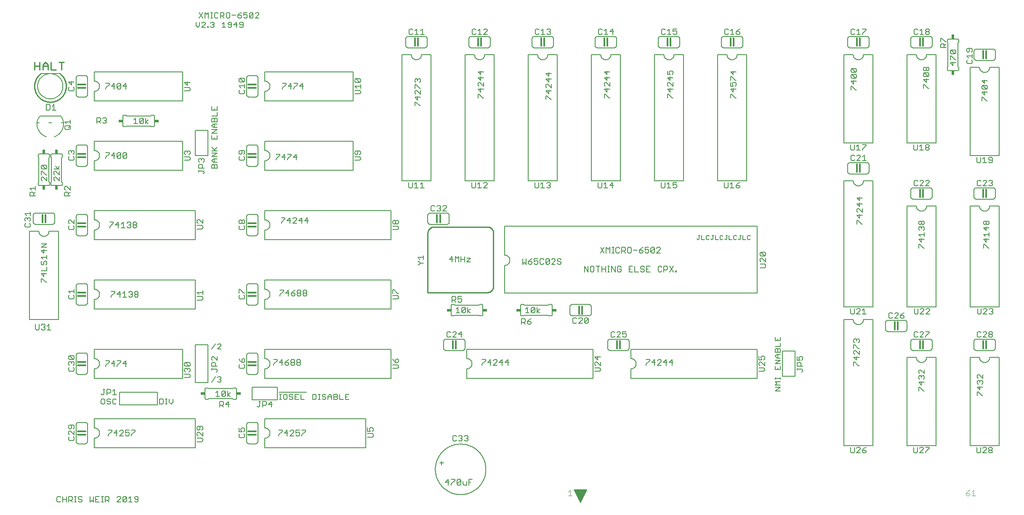
<source format=gto>
G75*
G70*
%OFA0B0*%
%FSLAX24Y24*%
%IPPOS*%
%LPD*%
%AMOC8*
5,1,8,0,0,1.08239X$1,22.5*
%
%ADD10C,0.0080*%
%ADD11C,0.0110*%
%ADD12C,0.0060*%
%ADD13C,0.0100*%
%ADD14C,0.0120*%
%ADD15R,0.0240X0.0340*%
%ADD16C,0.0040*%
%ADD17C,0.0050*%
%ADD18R,0.0340X0.0240*%
D10*
X007284Y011390D02*
X007214Y011460D01*
X007214Y011740D01*
X007284Y011810D01*
X007424Y011810D01*
X007494Y011740D01*
X007494Y011460D01*
X007424Y011390D01*
X007284Y011390D01*
X007674Y011460D02*
X007744Y011390D01*
X007884Y011390D01*
X007954Y011460D01*
X007954Y011530D01*
X007884Y011600D01*
X007744Y011600D01*
X007674Y011670D01*
X007674Y011740D01*
X007744Y011810D01*
X007884Y011810D01*
X007954Y011740D01*
X008135Y011740D02*
X008135Y011460D01*
X008205Y011390D01*
X008345Y011390D01*
X008415Y011460D01*
X008415Y011740D02*
X008345Y011810D01*
X008205Y011810D01*
X008135Y011740D01*
X011845Y011810D02*
X011845Y011390D01*
X012055Y011390D01*
X012125Y011460D01*
X012125Y011740D01*
X012055Y011810D01*
X011845Y011810D01*
X012305Y011810D02*
X012446Y011810D01*
X012375Y011810D02*
X012375Y011390D01*
X012305Y011390D02*
X012446Y011390D01*
X012612Y011530D02*
X012752Y011390D01*
X012893Y011530D01*
X012893Y011810D01*
X012612Y011810D02*
X012612Y011530D01*
X015970Y013140D02*
X016250Y013560D01*
X016430Y013490D02*
X016500Y013560D01*
X016641Y013560D01*
X016711Y013490D01*
X016711Y013420D01*
X016641Y013350D01*
X016711Y013280D01*
X016711Y013210D01*
X016641Y013140D01*
X016500Y013140D01*
X016430Y013210D01*
X016571Y013350D02*
X016641Y013350D01*
X016711Y015765D02*
X016430Y015765D01*
X016711Y016045D01*
X016711Y016115D01*
X016641Y016185D01*
X016500Y016185D01*
X016430Y016115D01*
X016250Y016185D02*
X015970Y015765D01*
X021305Y012345D02*
X023454Y012345D01*
X023033Y012185D02*
X023033Y011765D01*
X023313Y011765D01*
X022853Y011765D02*
X022573Y011765D01*
X022573Y012185D01*
X022853Y012185D01*
X022713Y011975D02*
X022573Y011975D01*
X022393Y011905D02*
X022393Y011835D01*
X022323Y011765D01*
X022182Y011765D01*
X022112Y011835D01*
X022182Y011975D02*
X022323Y011975D01*
X022393Y011905D01*
X022393Y012115D02*
X022323Y012185D01*
X022182Y012185D01*
X022112Y012115D01*
X022112Y012045D01*
X022182Y011975D01*
X021932Y011835D02*
X021932Y012115D01*
X021862Y012185D01*
X021722Y012185D01*
X021652Y012115D01*
X021652Y011835D01*
X021722Y011765D01*
X021862Y011765D01*
X021932Y011835D01*
X021485Y011765D02*
X021345Y011765D01*
X021415Y011765D02*
X021415Y012185D01*
X021345Y012185D02*
X021485Y012185D01*
X023954Y012185D02*
X023954Y011765D01*
X024164Y011765D01*
X024234Y011835D01*
X024234Y012115D01*
X024164Y012185D01*
X023954Y012185D01*
X024414Y012185D02*
X024554Y012185D01*
X024484Y012185D02*
X024484Y011765D01*
X024414Y011765D02*
X024554Y011765D01*
X024721Y011835D02*
X024791Y011765D01*
X024931Y011765D01*
X025001Y011835D01*
X025001Y011905D01*
X024931Y011975D01*
X024791Y011975D01*
X024721Y012045D01*
X024721Y012115D01*
X024791Y012185D01*
X024931Y012185D01*
X025001Y012115D01*
X025182Y012045D02*
X025322Y012185D01*
X025462Y012045D01*
X025462Y011765D01*
X025642Y011765D02*
X025852Y011765D01*
X025922Y011835D01*
X025922Y011905D01*
X025852Y011975D01*
X025642Y011975D01*
X025462Y011975D02*
X025182Y011975D01*
X025182Y012045D02*
X025182Y011765D01*
X025642Y011765D02*
X025642Y012185D01*
X025852Y012185D01*
X025922Y012115D01*
X025922Y012045D01*
X025852Y011975D01*
X026102Y011765D02*
X026383Y011765D01*
X026563Y011765D02*
X026563Y012185D01*
X026843Y012185D01*
X026703Y011975D02*
X026563Y011975D01*
X026563Y011765D02*
X026843Y011765D01*
X026102Y011765D02*
X026102Y012185D01*
X060595Y012440D02*
X061015Y012720D01*
X060595Y012720D01*
X060595Y012900D02*
X060735Y013040D01*
X060595Y013180D01*
X061015Y013180D01*
X061015Y013360D02*
X061015Y013500D01*
X061015Y013430D02*
X060595Y013430D01*
X060595Y013360D02*
X060595Y013500D01*
X060595Y014128D02*
X061015Y014128D01*
X061015Y014408D01*
X061015Y014588D02*
X060595Y014588D01*
X061015Y014868D01*
X060595Y014868D01*
X060735Y015048D02*
X060595Y015189D01*
X060735Y015329D01*
X061015Y015329D01*
X061015Y015509D02*
X061015Y015719D01*
X060945Y015789D01*
X060875Y015789D01*
X060805Y015719D01*
X060805Y015509D01*
X060805Y015329D02*
X060805Y015048D01*
X060735Y015048D02*
X061015Y015048D01*
X061015Y015509D02*
X060595Y015509D01*
X060595Y015719D01*
X060665Y015789D01*
X060735Y015789D01*
X060805Y015719D01*
X061015Y015969D02*
X061015Y016249D01*
X061015Y016430D02*
X061015Y016710D01*
X060805Y016570D02*
X060805Y016430D01*
X060595Y016430D02*
X061015Y016430D01*
X060595Y016430D02*
X060595Y016710D01*
X060595Y015969D02*
X061015Y015969D01*
X060595Y014408D02*
X060595Y014128D01*
X060805Y014128D02*
X060805Y014268D01*
X061015Y012900D02*
X060595Y012900D01*
X060595Y012440D02*
X061015Y012440D01*
X018453Y041335D02*
X018453Y041615D01*
X018383Y041685D01*
X018243Y041685D01*
X018173Y041615D01*
X018173Y041545D01*
X018243Y041475D01*
X018453Y041475D01*
X018453Y041335D02*
X018383Y041265D01*
X018243Y041265D01*
X018173Y041335D01*
X017993Y041475D02*
X017713Y041475D01*
X017923Y041685D01*
X017923Y041265D01*
X017532Y041335D02*
X017532Y041615D01*
X017462Y041685D01*
X017322Y041685D01*
X017252Y041615D01*
X017252Y041545D01*
X017322Y041475D01*
X017532Y041475D01*
X017532Y041335D02*
X017462Y041265D01*
X017322Y041265D01*
X017252Y041335D01*
X017072Y041265D02*
X016792Y041265D01*
X016932Y041265D02*
X016932Y041685D01*
X016792Y041545D01*
X016151Y041545D02*
X016081Y041475D01*
X016151Y041405D01*
X016151Y041335D01*
X016081Y041265D01*
X015941Y041265D01*
X015871Y041335D01*
X015711Y041335D02*
X015711Y041265D01*
X015641Y041265D01*
X015641Y041335D01*
X015711Y041335D01*
X015461Y041265D02*
X015180Y041265D01*
X015461Y041545D01*
X015461Y041615D01*
X015391Y041685D01*
X015250Y041685D01*
X015180Y041615D01*
X015000Y041685D02*
X015000Y041405D01*
X014860Y041265D01*
X014720Y041405D01*
X014720Y041685D01*
X014970Y042015D02*
X015250Y042435D01*
X015430Y042435D02*
X015571Y042295D01*
X015711Y042435D01*
X015711Y042015D01*
X015891Y042015D02*
X016031Y042015D01*
X015961Y042015D02*
X015961Y042435D01*
X015891Y042435D02*
X016031Y042435D01*
X016198Y042365D02*
X016198Y042085D01*
X016268Y042015D01*
X016408Y042015D01*
X016478Y042085D01*
X016658Y042015D02*
X016658Y042435D01*
X016868Y042435D01*
X016938Y042365D01*
X016938Y042225D01*
X016868Y042155D01*
X016658Y042155D01*
X016798Y042155D02*
X016938Y042015D01*
X017118Y042085D02*
X017189Y042015D01*
X017329Y042015D01*
X017399Y042085D01*
X017399Y042365D01*
X017329Y042435D01*
X017189Y042435D01*
X017118Y042365D01*
X017118Y042085D01*
X017579Y042225D02*
X017859Y042225D01*
X018039Y042225D02*
X018249Y042225D01*
X018320Y042155D01*
X018320Y042085D01*
X018249Y042015D01*
X018109Y042015D01*
X018039Y042085D01*
X018039Y042225D01*
X018179Y042365D01*
X018320Y042435D01*
X018500Y042435D02*
X018500Y042225D01*
X018640Y042295D01*
X018710Y042295D01*
X018780Y042225D01*
X018780Y042085D01*
X018710Y042015D01*
X018570Y042015D01*
X018500Y042085D01*
X018500Y042435D02*
X018780Y042435D01*
X018960Y042365D02*
X019030Y042435D01*
X019170Y042435D01*
X019240Y042365D01*
X018960Y042085D01*
X019030Y042015D01*
X019170Y042015D01*
X019240Y042085D01*
X019240Y042365D01*
X019420Y042365D02*
X019491Y042435D01*
X019631Y042435D01*
X019701Y042365D01*
X019701Y042295D01*
X019420Y042015D01*
X019701Y042015D01*
X018960Y042085D02*
X018960Y042365D01*
X016478Y042365D02*
X016408Y042435D01*
X016268Y042435D01*
X016198Y042365D01*
X016081Y041685D02*
X015941Y041685D01*
X015871Y041615D01*
X016011Y041475D02*
X016081Y041475D01*
X016151Y041545D02*
X016151Y041615D01*
X016081Y041685D01*
X015430Y042015D02*
X015430Y042435D01*
X015250Y042015D02*
X014970Y042435D01*
X003930Y037600D02*
X002430Y037600D01*
D11*
X002340Y037905D02*
X002340Y038496D01*
X002340Y038200D02*
X001946Y038200D01*
X001946Y037905D02*
X001946Y038496D01*
X002590Y038299D02*
X002590Y037905D01*
X002590Y038200D02*
X002984Y038200D01*
X002984Y038299D02*
X002984Y037905D01*
X003235Y037905D02*
X003235Y038496D01*
X002984Y038299D02*
X002787Y038496D01*
X002590Y038299D01*
X003235Y037905D02*
X003629Y037905D01*
X004076Y037905D02*
X004076Y038496D01*
X003880Y038496D02*
X004273Y038496D01*
D12*
X003710Y003703D02*
X003783Y003630D01*
X003930Y003630D01*
X004004Y003703D01*
X004170Y003630D02*
X004170Y004070D01*
X004004Y003997D02*
X003930Y004070D01*
X003783Y004070D01*
X003710Y003997D01*
X003710Y003703D01*
X004170Y003850D02*
X004464Y003850D01*
X004631Y003777D02*
X004851Y003777D01*
X004924Y003850D01*
X004924Y003997D01*
X004851Y004070D01*
X004631Y004070D01*
X004631Y003630D01*
X004464Y003630D02*
X004464Y004070D01*
X004778Y003777D02*
X004924Y003630D01*
X005091Y003630D02*
X005238Y003630D01*
X005165Y003630D02*
X005165Y004070D01*
X005238Y004070D02*
X005091Y004070D01*
X005398Y003997D02*
X005398Y003924D01*
X005472Y003850D01*
X005618Y003850D01*
X005692Y003777D01*
X005692Y003703D01*
X005618Y003630D01*
X005472Y003630D01*
X005398Y003703D01*
X005398Y003997D02*
X005472Y004070D01*
X005618Y004070D01*
X005692Y003997D01*
X006319Y004070D02*
X006319Y003630D01*
X006466Y003777D01*
X006612Y003630D01*
X006612Y004070D01*
X006779Y004070D02*
X006779Y003630D01*
X007073Y003630D01*
X007240Y003630D02*
X007386Y003630D01*
X007313Y003630D02*
X007313Y004070D01*
X007240Y004070D02*
X007386Y004070D01*
X007547Y004070D02*
X007767Y004070D01*
X007840Y003997D01*
X007840Y003850D01*
X007767Y003777D01*
X007547Y003777D01*
X007693Y003777D02*
X007840Y003630D01*
X007547Y003630D02*
X007547Y004070D01*
X007073Y004070D02*
X006779Y004070D01*
X006779Y003850D02*
X006926Y003850D01*
X008467Y003997D02*
X008541Y004070D01*
X008688Y004070D01*
X008761Y003997D01*
X008761Y003924D01*
X008467Y003630D01*
X008761Y003630D01*
X008928Y003703D02*
X009221Y003997D01*
X009221Y003703D01*
X009148Y003630D01*
X009001Y003630D01*
X008928Y003703D01*
X008928Y003997D01*
X009001Y004070D01*
X009148Y004070D01*
X009221Y003997D01*
X009388Y003924D02*
X009535Y004070D01*
X009535Y003630D01*
X009388Y003630D02*
X009682Y003630D01*
X009849Y003703D02*
X009922Y003630D01*
X010069Y003630D01*
X010142Y003703D01*
X010142Y003997D01*
X010069Y004070D01*
X009922Y004070D01*
X009849Y003997D01*
X009849Y003924D01*
X009922Y003850D01*
X010142Y003850D01*
X006680Y007950D02*
X006680Y008700D01*
X006719Y008702D01*
X006758Y008708D01*
X006796Y008717D01*
X006833Y008730D01*
X006869Y008747D01*
X006902Y008767D01*
X006934Y008791D01*
X006963Y008817D01*
X006989Y008846D01*
X007013Y008878D01*
X007033Y008911D01*
X007050Y008947D01*
X007063Y008984D01*
X007072Y009022D01*
X007078Y009061D01*
X007080Y009100D01*
X007078Y009139D01*
X007072Y009178D01*
X007063Y009216D01*
X007050Y009253D01*
X007033Y009289D01*
X007013Y009322D01*
X006989Y009354D01*
X006963Y009383D01*
X006934Y009409D01*
X006902Y009433D01*
X006869Y009453D01*
X006833Y009470D01*
X006796Y009483D01*
X006758Y009492D01*
X006719Y009498D01*
X006680Y009500D01*
X006680Y010250D01*
X014680Y010250D01*
X014680Y007950D01*
X006680Y007950D01*
X006130Y008450D02*
X006130Y009750D01*
X006128Y009776D01*
X006123Y009802D01*
X006115Y009827D01*
X006103Y009850D01*
X006089Y009872D01*
X006071Y009891D01*
X006052Y009909D01*
X006030Y009923D01*
X006007Y009935D01*
X005982Y009943D01*
X005956Y009948D01*
X005930Y009950D01*
X005430Y009950D01*
X005404Y009948D01*
X005378Y009943D01*
X005353Y009935D01*
X005330Y009923D01*
X005308Y009909D01*
X005289Y009891D01*
X005271Y009872D01*
X005257Y009850D01*
X005245Y009827D01*
X005237Y009802D01*
X005232Y009776D01*
X005230Y009750D01*
X005230Y008450D01*
X005232Y008424D01*
X005237Y008398D01*
X005245Y008373D01*
X005257Y008350D01*
X005271Y008328D01*
X005289Y008309D01*
X005308Y008291D01*
X005330Y008277D01*
X005353Y008265D01*
X005378Y008257D01*
X005404Y008252D01*
X005430Y008250D01*
X005930Y008250D01*
X005956Y008252D01*
X005982Y008257D01*
X006007Y008265D01*
X006030Y008277D01*
X006052Y008291D01*
X006071Y008309D01*
X006089Y008328D01*
X006103Y008350D01*
X006115Y008373D01*
X006123Y008398D01*
X006128Y008424D01*
X006130Y008450D01*
X005075Y008588D02*
X005075Y008735D01*
X005002Y008808D01*
X005075Y008975D02*
X004781Y009268D01*
X004708Y009268D01*
X004635Y009195D01*
X004635Y009048D01*
X004708Y008975D01*
X004708Y008808D02*
X004635Y008735D01*
X004635Y008588D01*
X004708Y008514D01*
X005002Y008514D01*
X005075Y008588D01*
X005075Y008975D02*
X005075Y009268D01*
X005002Y009435D02*
X005075Y009509D01*
X005075Y009655D01*
X005002Y009729D01*
X004708Y009729D01*
X004635Y009655D01*
X004635Y009509D01*
X004708Y009435D01*
X004781Y009435D01*
X004855Y009509D01*
X004855Y009729D01*
X007760Y009320D02*
X008054Y009320D01*
X008054Y009247D01*
X007760Y008953D01*
X007760Y008880D01*
X008220Y009100D02*
X008514Y009100D01*
X008681Y009247D02*
X008754Y009320D01*
X008901Y009320D01*
X008974Y009247D01*
X008974Y009174D01*
X008681Y008880D01*
X008974Y008880D01*
X009141Y008953D02*
X009215Y008880D01*
X009361Y008880D01*
X009435Y008953D01*
X009435Y009100D01*
X009361Y009174D01*
X009288Y009174D01*
X009141Y009100D01*
X009141Y009320D01*
X009435Y009320D01*
X009602Y009320D02*
X009895Y009320D01*
X009895Y009247D01*
X009602Y008953D01*
X009602Y008880D01*
X008441Y008880D02*
X008441Y009320D01*
X008220Y009100D01*
X008271Y012130D02*
X008271Y012570D01*
X008125Y012424D01*
X007958Y012497D02*
X007884Y012570D01*
X007664Y012570D01*
X007664Y012130D01*
X007664Y012277D02*
X007884Y012277D01*
X007958Y012350D01*
X007958Y012497D01*
X008125Y012130D02*
X008418Y012130D01*
X007424Y012203D02*
X007424Y012570D01*
X007351Y012570D02*
X007497Y012570D01*
X007424Y012203D02*
X007351Y012130D01*
X007277Y012130D01*
X007204Y012203D01*
X006680Y013450D02*
X006680Y014200D01*
X006719Y014202D01*
X006758Y014208D01*
X006796Y014217D01*
X006833Y014230D01*
X006869Y014247D01*
X006902Y014267D01*
X006934Y014291D01*
X006963Y014317D01*
X006989Y014346D01*
X007013Y014378D01*
X007033Y014411D01*
X007050Y014447D01*
X007063Y014484D01*
X007072Y014522D01*
X007078Y014561D01*
X007080Y014600D01*
X007078Y014639D01*
X007072Y014678D01*
X007063Y014716D01*
X007050Y014753D01*
X007033Y014789D01*
X007013Y014822D01*
X006989Y014854D01*
X006963Y014883D01*
X006934Y014909D01*
X006902Y014933D01*
X006869Y014953D01*
X006833Y014970D01*
X006796Y014983D01*
X006758Y014992D01*
X006719Y014998D01*
X006680Y015000D01*
X006680Y015750D01*
X013680Y015750D01*
X013680Y013450D01*
X006680Y013450D01*
X006130Y013950D02*
X006130Y015250D01*
X006128Y015276D01*
X006123Y015302D01*
X006115Y015327D01*
X006103Y015350D01*
X006089Y015372D01*
X006071Y015391D01*
X006052Y015409D01*
X006030Y015423D01*
X006007Y015435D01*
X005982Y015443D01*
X005956Y015448D01*
X005930Y015450D01*
X005430Y015450D01*
X005404Y015448D01*
X005378Y015443D01*
X005353Y015435D01*
X005330Y015423D01*
X005308Y015409D01*
X005289Y015391D01*
X005271Y015372D01*
X005257Y015350D01*
X005245Y015327D01*
X005237Y015302D01*
X005232Y015276D01*
X005230Y015250D01*
X005230Y013950D01*
X005232Y013924D01*
X005237Y013898D01*
X005245Y013873D01*
X005257Y013850D01*
X005271Y013828D01*
X005289Y013809D01*
X005308Y013791D01*
X005330Y013777D01*
X005353Y013765D01*
X005378Y013757D01*
X005404Y013752D01*
X005430Y013750D01*
X005930Y013750D01*
X005956Y013752D01*
X005982Y013757D01*
X006007Y013765D01*
X006030Y013777D01*
X006052Y013791D01*
X006071Y013809D01*
X006089Y013828D01*
X006103Y013850D01*
X006115Y013873D01*
X006123Y013898D01*
X006128Y013924D01*
X006130Y013950D01*
X005075Y014088D02*
X005075Y014235D01*
X005002Y014308D01*
X005002Y014475D02*
X005075Y014548D01*
X005075Y014695D01*
X005002Y014768D01*
X004928Y014768D01*
X004855Y014695D01*
X004855Y014622D01*
X004855Y014695D02*
X004781Y014768D01*
X004708Y014768D01*
X004635Y014695D01*
X004635Y014548D01*
X004708Y014475D01*
X004708Y014308D02*
X004635Y014235D01*
X004635Y014088D01*
X004708Y014014D01*
X005002Y014014D01*
X005075Y014088D01*
X005002Y014935D02*
X004708Y014935D01*
X004635Y015009D01*
X004635Y015155D01*
X004708Y015229D01*
X005002Y014935D01*
X005075Y015009D01*
X005075Y015155D01*
X005002Y015229D01*
X004708Y015229D01*
X003224Y017280D02*
X002931Y017280D01*
X003078Y017280D02*
X003078Y017720D01*
X002931Y017574D01*
X002764Y017574D02*
X002691Y017500D01*
X002764Y017427D01*
X002764Y017353D01*
X002691Y017280D01*
X002544Y017280D01*
X002470Y017353D01*
X002304Y017353D02*
X002230Y017280D01*
X002083Y017280D01*
X002010Y017353D01*
X002010Y017720D01*
X002304Y017720D02*
X002304Y017353D01*
X002470Y017647D02*
X002544Y017720D01*
X002691Y017720D01*
X002764Y017647D01*
X002764Y017574D01*
X002691Y017500D02*
X002617Y017500D01*
X001530Y018100D02*
X003830Y018100D01*
X003830Y025100D01*
X003080Y025100D01*
X003078Y025061D01*
X003072Y025022D01*
X003063Y024984D01*
X003050Y024947D01*
X003033Y024911D01*
X003013Y024878D01*
X002989Y024846D01*
X002963Y024817D01*
X002934Y024791D01*
X002902Y024767D01*
X002869Y024747D01*
X002833Y024730D01*
X002796Y024717D01*
X002758Y024708D01*
X002719Y024702D01*
X002680Y024700D01*
X002641Y024702D01*
X002602Y024708D01*
X002564Y024717D01*
X002527Y024730D01*
X002491Y024747D01*
X002458Y024767D01*
X002426Y024791D01*
X002397Y024817D01*
X002371Y024846D01*
X002347Y024878D01*
X002327Y024911D01*
X002310Y024947D01*
X002297Y024984D01*
X002288Y025022D01*
X002282Y025061D01*
X002280Y025100D01*
X001530Y025100D01*
X001530Y018100D01*
X004635Y019818D02*
X004708Y019745D01*
X005002Y019745D01*
X005075Y019818D01*
X005075Y019965D01*
X005002Y020038D01*
X005075Y020205D02*
X005075Y020499D01*
X005075Y020352D02*
X004635Y020352D01*
X004781Y020205D01*
X004708Y020038D02*
X004635Y019965D01*
X004635Y019818D01*
X005230Y019450D02*
X005230Y020750D01*
X005232Y020776D01*
X005237Y020802D01*
X005245Y020827D01*
X005257Y020850D01*
X005271Y020872D01*
X005289Y020891D01*
X005308Y020909D01*
X005330Y020923D01*
X005353Y020935D01*
X005378Y020943D01*
X005404Y020948D01*
X005430Y020950D01*
X005930Y020950D01*
X005956Y020948D01*
X005982Y020943D01*
X006007Y020935D01*
X006030Y020923D01*
X006052Y020909D01*
X006071Y020891D01*
X006089Y020872D01*
X006103Y020850D01*
X006115Y020827D01*
X006123Y020802D01*
X006128Y020776D01*
X006130Y020750D01*
X006130Y019450D01*
X006128Y019424D01*
X006123Y019398D01*
X006115Y019373D01*
X006103Y019350D01*
X006089Y019328D01*
X006071Y019309D01*
X006052Y019291D01*
X006030Y019277D01*
X006007Y019265D01*
X005982Y019257D01*
X005956Y019252D01*
X005930Y019250D01*
X005430Y019250D01*
X005404Y019252D01*
X005378Y019257D01*
X005353Y019265D01*
X005330Y019277D01*
X005308Y019291D01*
X005289Y019309D01*
X005271Y019328D01*
X005257Y019350D01*
X005245Y019373D01*
X005237Y019398D01*
X005232Y019424D01*
X005230Y019450D01*
X006680Y019700D02*
X006680Y018950D01*
X014680Y018950D01*
X014680Y021250D01*
X006680Y021250D01*
X006680Y020500D01*
X006719Y020498D01*
X006758Y020492D01*
X006796Y020483D01*
X006833Y020470D01*
X006869Y020453D01*
X006902Y020433D01*
X006934Y020409D01*
X006963Y020383D01*
X006989Y020354D01*
X007013Y020322D01*
X007033Y020289D01*
X007050Y020253D01*
X007063Y020216D01*
X007072Y020178D01*
X007078Y020139D01*
X007080Y020100D01*
X007078Y020061D01*
X007072Y020022D01*
X007063Y019984D01*
X007050Y019947D01*
X007033Y019911D01*
X007013Y019878D01*
X006989Y019846D01*
X006963Y019817D01*
X006934Y019791D01*
X006902Y019767D01*
X006869Y019747D01*
X006833Y019730D01*
X006796Y019717D01*
X006758Y019708D01*
X006719Y019702D01*
X006680Y019700D01*
X008010Y019880D02*
X008010Y019953D01*
X008304Y020247D01*
X008304Y020320D01*
X008010Y020320D01*
X008470Y020100D02*
X008764Y020100D01*
X008931Y020174D02*
X009078Y020320D01*
X009078Y019880D01*
X009224Y019880D02*
X008931Y019880D01*
X008691Y019880D02*
X008691Y020320D01*
X008470Y020100D01*
X009391Y019953D02*
X009465Y019880D01*
X009611Y019880D01*
X009685Y019953D01*
X009685Y020027D01*
X009611Y020100D01*
X009538Y020100D01*
X009611Y020100D02*
X009685Y020174D01*
X009685Y020247D01*
X009611Y020320D01*
X009465Y020320D01*
X009391Y020247D01*
X009852Y020247D02*
X009852Y020174D01*
X009925Y020100D01*
X010072Y020100D01*
X010145Y020027D01*
X010145Y019953D01*
X010072Y019880D01*
X009925Y019880D01*
X009852Y019953D01*
X009852Y020027D01*
X009925Y020100D01*
X010072Y020100D02*
X010145Y020174D01*
X010145Y020247D01*
X010072Y020320D01*
X009925Y020320D01*
X009852Y020247D01*
X014810Y020252D02*
X015250Y020252D01*
X015250Y020105D02*
X015250Y020399D01*
X014956Y020105D02*
X014810Y020252D01*
X014810Y019938D02*
X015177Y019938D01*
X015250Y019865D01*
X015250Y019718D01*
X015177Y019645D01*
X014810Y019645D01*
X018135Y019818D02*
X018208Y019745D01*
X018502Y019745D01*
X018575Y019818D01*
X018575Y019965D01*
X018502Y020038D01*
X018502Y020205D02*
X018575Y020205D01*
X018502Y020205D02*
X018208Y020499D01*
X018135Y020499D01*
X018135Y020205D01*
X018208Y020038D02*
X018135Y019965D01*
X018135Y019818D01*
X018730Y019450D02*
X018730Y020750D01*
X018732Y020776D01*
X018737Y020802D01*
X018745Y020827D01*
X018757Y020850D01*
X018771Y020872D01*
X018789Y020891D01*
X018808Y020909D01*
X018830Y020923D01*
X018853Y020935D01*
X018878Y020943D01*
X018904Y020948D01*
X018930Y020950D01*
X019430Y020950D01*
X019456Y020948D01*
X019482Y020943D01*
X019507Y020935D01*
X019530Y020923D01*
X019552Y020909D01*
X019571Y020891D01*
X019589Y020872D01*
X019603Y020850D01*
X019615Y020827D01*
X019623Y020802D01*
X019628Y020776D01*
X019630Y020750D01*
X019630Y019450D01*
X019628Y019424D01*
X019623Y019398D01*
X019615Y019373D01*
X019603Y019350D01*
X019589Y019328D01*
X019571Y019309D01*
X019552Y019291D01*
X019530Y019277D01*
X019507Y019265D01*
X019482Y019257D01*
X019456Y019252D01*
X019430Y019250D01*
X018930Y019250D01*
X018904Y019252D01*
X018878Y019257D01*
X018853Y019265D01*
X018830Y019277D01*
X018808Y019291D01*
X018789Y019309D01*
X018771Y019328D01*
X018757Y019350D01*
X018745Y019373D01*
X018737Y019398D01*
X018732Y019424D01*
X018730Y019450D01*
X020180Y019700D02*
X020180Y018950D01*
X030180Y018950D01*
X030180Y021250D01*
X020180Y021250D01*
X020180Y020500D01*
X020219Y020498D01*
X020258Y020492D01*
X020296Y020483D01*
X020333Y020470D01*
X020369Y020453D01*
X020402Y020433D01*
X020434Y020409D01*
X020463Y020383D01*
X020489Y020354D01*
X020513Y020322D01*
X020533Y020289D01*
X020550Y020253D01*
X020563Y020216D01*
X020572Y020178D01*
X020578Y020139D01*
X020580Y020100D01*
X020578Y020061D01*
X020572Y020022D01*
X020563Y019984D01*
X020550Y019947D01*
X020533Y019911D01*
X020513Y019878D01*
X020489Y019846D01*
X020463Y019817D01*
X020434Y019791D01*
X020402Y019767D01*
X020369Y019747D01*
X020333Y019730D01*
X020296Y019717D01*
X020258Y019708D01*
X020219Y019702D01*
X020180Y019700D01*
X021360Y019980D02*
X021360Y020053D01*
X021654Y020347D01*
X021654Y020420D01*
X021360Y020420D01*
X021820Y020200D02*
X022114Y020200D01*
X022281Y020200D02*
X022501Y020200D01*
X022574Y020127D01*
X022574Y020053D01*
X022501Y019980D01*
X022354Y019980D01*
X022281Y020053D01*
X022281Y020200D01*
X022428Y020347D01*
X022574Y020420D01*
X022741Y020347D02*
X022741Y020274D01*
X022815Y020200D01*
X022961Y020200D01*
X023035Y020127D01*
X023035Y020053D01*
X022961Y019980D01*
X022815Y019980D01*
X022741Y020053D01*
X022741Y020127D01*
X022815Y020200D01*
X022961Y020200D02*
X023035Y020274D01*
X023035Y020347D01*
X022961Y020420D01*
X022815Y020420D01*
X022741Y020347D01*
X023202Y020347D02*
X023202Y020274D01*
X023275Y020200D01*
X023422Y020200D01*
X023495Y020127D01*
X023495Y020053D01*
X023422Y019980D01*
X023275Y019980D01*
X023202Y020053D01*
X023202Y020127D01*
X023275Y020200D01*
X023422Y020200D02*
X023495Y020274D01*
X023495Y020347D01*
X023422Y020420D01*
X023275Y020420D01*
X023202Y020347D01*
X022041Y020420D02*
X021820Y020200D01*
X022041Y019980D02*
X022041Y020420D01*
X020180Y024450D02*
X020180Y025200D01*
X020219Y025202D01*
X020258Y025208D01*
X020296Y025217D01*
X020333Y025230D01*
X020369Y025247D01*
X020402Y025267D01*
X020434Y025291D01*
X020463Y025317D01*
X020489Y025346D01*
X020513Y025378D01*
X020533Y025411D01*
X020550Y025447D01*
X020563Y025484D01*
X020572Y025522D01*
X020578Y025561D01*
X020580Y025600D01*
X020578Y025639D01*
X020572Y025678D01*
X020563Y025716D01*
X020550Y025753D01*
X020533Y025789D01*
X020513Y025822D01*
X020489Y025854D01*
X020463Y025883D01*
X020434Y025909D01*
X020402Y025933D01*
X020369Y025953D01*
X020333Y025970D01*
X020296Y025983D01*
X020258Y025992D01*
X020219Y025998D01*
X020180Y026000D01*
X020180Y026750D01*
X030180Y026750D01*
X030180Y024450D01*
X020180Y024450D01*
X019630Y024950D02*
X019630Y026250D01*
X019628Y026276D01*
X019623Y026302D01*
X019615Y026327D01*
X019603Y026350D01*
X019589Y026372D01*
X019571Y026391D01*
X019552Y026409D01*
X019530Y026423D01*
X019507Y026435D01*
X019482Y026443D01*
X019456Y026448D01*
X019430Y026450D01*
X018930Y026450D01*
X018904Y026448D01*
X018878Y026443D01*
X018853Y026435D01*
X018830Y026423D01*
X018808Y026409D01*
X018789Y026391D01*
X018771Y026372D01*
X018757Y026350D01*
X018745Y026327D01*
X018737Y026302D01*
X018732Y026276D01*
X018730Y026250D01*
X018730Y024950D01*
X018732Y024924D01*
X018737Y024898D01*
X018745Y024873D01*
X018757Y024850D01*
X018771Y024828D01*
X018789Y024809D01*
X018808Y024791D01*
X018830Y024777D01*
X018853Y024765D01*
X018878Y024757D01*
X018904Y024752D01*
X018930Y024750D01*
X019430Y024750D01*
X019456Y024752D01*
X019482Y024757D01*
X019507Y024765D01*
X019530Y024777D01*
X019552Y024791D01*
X019571Y024809D01*
X019589Y024828D01*
X019603Y024850D01*
X019615Y024873D01*
X019623Y024898D01*
X019628Y024924D01*
X019630Y024950D01*
X018575Y025318D02*
X018575Y025465D01*
X018502Y025538D01*
X018502Y025705D02*
X018428Y025705D01*
X018355Y025778D01*
X018355Y025925D01*
X018428Y025999D01*
X018502Y025999D01*
X018575Y025925D01*
X018575Y025778D01*
X018502Y025705D01*
X018355Y025778D02*
X018281Y025705D01*
X018208Y025705D01*
X018135Y025778D01*
X018135Y025925D01*
X018208Y025999D01*
X018281Y025999D01*
X018355Y025925D01*
X018208Y025538D02*
X018135Y025465D01*
X018135Y025318D01*
X018208Y025245D01*
X018502Y025245D01*
X018575Y025318D01*
X021485Y025730D02*
X021485Y025803D01*
X021779Y026097D01*
X021779Y026170D01*
X021485Y026170D01*
X021945Y025950D02*
X022239Y025950D01*
X022406Y026097D02*
X022479Y026170D01*
X022626Y026170D01*
X022699Y026097D01*
X022699Y026024D01*
X022406Y025730D01*
X022699Y025730D01*
X022866Y025950D02*
X023160Y025950D01*
X023327Y025950D02*
X023547Y026170D01*
X023547Y025730D01*
X023620Y025950D02*
X023327Y025950D01*
X023086Y025730D02*
X023086Y026170D01*
X022866Y025950D01*
X022166Y025730D02*
X022166Y026170D01*
X021945Y025950D01*
X015250Y026024D02*
X015250Y025730D01*
X014956Y026024D01*
X014883Y026024D01*
X014810Y025950D01*
X014810Y025803D01*
X014883Y025730D01*
X014810Y025563D02*
X015177Y025563D01*
X015250Y025490D01*
X015250Y025343D01*
X015177Y025270D01*
X014810Y025270D01*
X014680Y024450D02*
X014680Y026750D01*
X006680Y026750D01*
X006680Y026000D01*
X006719Y025998D01*
X006758Y025992D01*
X006796Y025983D01*
X006833Y025970D01*
X006869Y025953D01*
X006902Y025933D01*
X006934Y025909D01*
X006963Y025883D01*
X006989Y025854D01*
X007013Y025822D01*
X007033Y025789D01*
X007050Y025753D01*
X007063Y025716D01*
X007072Y025678D01*
X007078Y025639D01*
X007080Y025600D01*
X007078Y025561D01*
X007072Y025522D01*
X007063Y025484D01*
X007050Y025447D01*
X007033Y025411D01*
X007013Y025378D01*
X006989Y025346D01*
X006963Y025317D01*
X006934Y025291D01*
X006902Y025267D01*
X006869Y025247D01*
X006833Y025230D01*
X006796Y025217D01*
X006758Y025208D01*
X006719Y025202D01*
X006680Y025200D01*
X006680Y024450D01*
X014680Y024450D01*
X010020Y025453D02*
X009947Y025380D01*
X009800Y025380D01*
X009727Y025453D01*
X009727Y025527D01*
X009800Y025600D01*
X009947Y025600D01*
X010020Y025527D01*
X010020Y025453D01*
X009947Y025600D02*
X010020Y025674D01*
X010020Y025747D01*
X009947Y025820D01*
X009800Y025820D01*
X009727Y025747D01*
X009727Y025674D01*
X009800Y025600D01*
X009560Y025527D02*
X009560Y025453D01*
X009486Y025380D01*
X009340Y025380D01*
X009266Y025453D01*
X009099Y025380D02*
X008806Y025380D01*
X008953Y025380D02*
X008953Y025820D01*
X008806Y025674D01*
X008639Y025600D02*
X008345Y025600D01*
X008566Y025820D01*
X008566Y025380D01*
X008179Y025747D02*
X007885Y025453D01*
X007885Y025380D01*
X007885Y025820D02*
X008179Y025820D01*
X008179Y025747D01*
X009266Y025747D02*
X009340Y025820D01*
X009486Y025820D01*
X009560Y025747D01*
X009560Y025674D01*
X009486Y025600D01*
X009560Y025527D01*
X009486Y025600D02*
X009413Y025600D01*
X006130Y024950D02*
X006130Y026250D01*
X006128Y026276D01*
X006123Y026302D01*
X006115Y026327D01*
X006103Y026350D01*
X006089Y026372D01*
X006071Y026391D01*
X006052Y026409D01*
X006030Y026423D01*
X006007Y026435D01*
X005982Y026443D01*
X005956Y026448D01*
X005930Y026450D01*
X005430Y026450D01*
X005404Y026448D01*
X005378Y026443D01*
X005353Y026435D01*
X005330Y026423D01*
X005308Y026409D01*
X005289Y026391D01*
X005271Y026372D01*
X005257Y026350D01*
X005245Y026327D01*
X005237Y026302D01*
X005232Y026276D01*
X005230Y026250D01*
X005230Y024950D01*
X005232Y024924D01*
X005237Y024898D01*
X005245Y024873D01*
X005257Y024850D01*
X005271Y024828D01*
X005289Y024809D01*
X005308Y024791D01*
X005330Y024777D01*
X005353Y024765D01*
X005378Y024757D01*
X005404Y024752D01*
X005430Y024750D01*
X005930Y024750D01*
X005956Y024752D01*
X005982Y024757D01*
X006007Y024765D01*
X006030Y024777D01*
X006052Y024791D01*
X006071Y024809D01*
X006089Y024828D01*
X006103Y024850D01*
X006115Y024873D01*
X006123Y024898D01*
X006128Y024924D01*
X006130Y024950D01*
X005075Y025318D02*
X005075Y025465D01*
X005002Y025538D01*
X005075Y025705D02*
X004781Y025999D01*
X004708Y025999D01*
X004635Y025925D01*
X004635Y025778D01*
X004708Y025705D01*
X004708Y025538D02*
X004635Y025465D01*
X004635Y025318D01*
X004708Y025245D01*
X005002Y025245D01*
X005075Y025318D01*
X005075Y025705D02*
X005075Y025999D01*
X003530Y025850D02*
X003530Y026350D01*
X003528Y026376D01*
X003523Y026402D01*
X003515Y026427D01*
X003503Y026450D01*
X003489Y026472D01*
X003471Y026491D01*
X003452Y026509D01*
X003430Y026523D01*
X003407Y026535D01*
X003382Y026543D01*
X003356Y026548D01*
X003330Y026550D01*
X002030Y026550D01*
X002004Y026548D01*
X001978Y026543D01*
X001953Y026535D01*
X001930Y026523D01*
X001908Y026509D01*
X001889Y026491D01*
X001871Y026472D01*
X001857Y026450D01*
X001845Y026427D01*
X001837Y026402D01*
X001832Y026376D01*
X001830Y026350D01*
X001830Y025850D01*
X001832Y025824D01*
X001837Y025798D01*
X001845Y025773D01*
X001857Y025750D01*
X001871Y025728D01*
X001889Y025709D01*
X001908Y025691D01*
X001930Y025677D01*
X001953Y025665D01*
X001978Y025657D01*
X002004Y025652D01*
X002030Y025650D01*
X003330Y025650D01*
X003356Y025652D01*
X003382Y025657D01*
X003407Y025665D01*
X003430Y025677D01*
X003452Y025691D01*
X003471Y025709D01*
X003489Y025728D01*
X003503Y025750D01*
X003515Y025773D01*
X003523Y025798D01*
X003528Y025824D01*
X003530Y025850D01*
X001600Y025964D02*
X001527Y025890D01*
X001600Y025964D02*
X001600Y026111D01*
X001527Y026184D01*
X001453Y026184D01*
X001380Y026111D01*
X001380Y026037D01*
X001380Y026111D02*
X001306Y026184D01*
X001233Y026184D01*
X001160Y026111D01*
X001160Y025964D01*
X001233Y025890D01*
X001233Y025724D02*
X001160Y025650D01*
X001160Y025503D01*
X001233Y025430D01*
X001527Y025430D01*
X001600Y025503D01*
X001600Y025650D01*
X001527Y025724D01*
X001600Y026351D02*
X001600Y026644D01*
X001600Y026498D02*
X001160Y026498D01*
X001306Y026351D01*
X001560Y027909D02*
X001560Y028129D01*
X001633Y028203D01*
X001780Y028203D01*
X001853Y028129D01*
X001853Y027909D01*
X002000Y027909D02*
X001560Y027909D01*
X001853Y028056D02*
X002000Y028203D01*
X002000Y028370D02*
X002000Y028663D01*
X002000Y028516D02*
X001560Y028516D01*
X001706Y028370D01*
X002230Y028825D02*
X002230Y028975D01*
X002280Y029025D01*
X002280Y030925D01*
X002230Y030975D01*
X002230Y031125D01*
X002232Y031142D01*
X002236Y031159D01*
X002243Y031175D01*
X002253Y031189D01*
X002266Y031202D01*
X002280Y031212D01*
X002296Y031219D01*
X002313Y031223D01*
X002330Y031225D01*
X003030Y031225D01*
X003047Y031223D01*
X003064Y031219D01*
X003080Y031212D01*
X003094Y031202D01*
X003107Y031189D01*
X003117Y031175D01*
X003124Y031159D01*
X003128Y031142D01*
X003130Y031125D01*
X003130Y030975D01*
X003080Y030925D01*
X003080Y029025D01*
X003130Y028975D01*
X003130Y028825D01*
X003128Y028808D01*
X003124Y028791D01*
X003117Y028775D01*
X003107Y028761D01*
X003094Y028748D01*
X003080Y028738D01*
X003064Y028731D01*
X003047Y028727D01*
X003030Y028725D01*
X002330Y028725D01*
X002313Y028727D01*
X002296Y028731D01*
X002280Y028738D01*
X002266Y028748D01*
X002253Y028761D01*
X002243Y028775D01*
X002236Y028791D01*
X002232Y028808D01*
X002230Y028825D01*
X002533Y029115D02*
X002460Y029188D01*
X002460Y029335D01*
X002533Y029409D01*
X002606Y029409D01*
X002900Y029115D01*
X002900Y029409D01*
X002900Y029575D02*
X002827Y029575D01*
X002533Y029869D01*
X002460Y029869D01*
X002460Y029575D01*
X002533Y030036D02*
X002460Y030109D01*
X002460Y030256D01*
X002533Y030329D01*
X002827Y030036D01*
X002900Y030109D01*
X002900Y030256D01*
X002827Y030329D01*
X002533Y030329D01*
X002533Y030036D02*
X002827Y030036D01*
X003460Y030036D02*
X003900Y030036D01*
X003753Y030036D02*
X003606Y030256D01*
X003753Y030036D02*
X003900Y030256D01*
X003900Y029869D02*
X003900Y029575D01*
X003606Y029869D01*
X003533Y029869D01*
X003460Y029796D01*
X003460Y029649D01*
X003533Y029575D01*
X003533Y029409D02*
X003460Y029335D01*
X003460Y029188D01*
X003533Y029115D01*
X003280Y029025D02*
X003280Y030925D01*
X003230Y030975D01*
X003230Y031125D01*
X003232Y031142D01*
X003236Y031159D01*
X003243Y031175D01*
X003253Y031189D01*
X003266Y031202D01*
X003280Y031212D01*
X003296Y031219D01*
X003313Y031223D01*
X003330Y031225D01*
X004030Y031225D01*
X004047Y031223D01*
X004064Y031219D01*
X004080Y031212D01*
X004094Y031202D01*
X004107Y031189D01*
X004117Y031175D01*
X004124Y031159D01*
X004128Y031142D01*
X004130Y031125D01*
X004130Y030975D01*
X004080Y030925D01*
X004080Y029025D01*
X004130Y028975D01*
X004130Y028825D01*
X004128Y028808D01*
X004124Y028791D01*
X004117Y028775D01*
X004107Y028761D01*
X004094Y028748D01*
X004080Y028738D01*
X004064Y028731D01*
X004047Y028727D01*
X004030Y028725D01*
X003330Y028725D01*
X003313Y028727D01*
X003296Y028731D01*
X003280Y028738D01*
X003266Y028748D01*
X003253Y028761D01*
X003243Y028775D01*
X003236Y028791D01*
X003232Y028808D01*
X003230Y028825D01*
X003230Y028975D01*
X003280Y029025D01*
X003533Y029409D02*
X003606Y029409D01*
X003900Y029115D01*
X003900Y029409D01*
X004383Y028663D02*
X004310Y028590D01*
X004310Y028443D01*
X004383Y028370D01*
X004383Y028203D02*
X004530Y028203D01*
X004603Y028129D01*
X004603Y027909D01*
X004750Y027909D02*
X004310Y027909D01*
X004310Y028129D01*
X004383Y028203D01*
X004603Y028056D02*
X004750Y028203D01*
X004750Y028370D02*
X004456Y028663D01*
X004383Y028663D01*
X004750Y028663D02*
X004750Y028370D01*
X005430Y030250D02*
X005930Y030250D01*
X005956Y030252D01*
X005982Y030257D01*
X006007Y030265D01*
X006030Y030277D01*
X006052Y030291D01*
X006071Y030309D01*
X006089Y030328D01*
X006103Y030350D01*
X006115Y030373D01*
X006123Y030398D01*
X006128Y030424D01*
X006130Y030450D01*
X006130Y031750D01*
X006128Y031776D01*
X006123Y031802D01*
X006115Y031827D01*
X006103Y031850D01*
X006089Y031872D01*
X006071Y031891D01*
X006052Y031909D01*
X006030Y031923D01*
X006007Y031935D01*
X005982Y031943D01*
X005956Y031948D01*
X005930Y031950D01*
X005430Y031950D01*
X005404Y031948D01*
X005378Y031943D01*
X005353Y031935D01*
X005330Y031923D01*
X005308Y031909D01*
X005289Y031891D01*
X005271Y031872D01*
X005257Y031850D01*
X005245Y031827D01*
X005237Y031802D01*
X005232Y031776D01*
X005230Y031750D01*
X005230Y030450D01*
X005232Y030424D01*
X005237Y030398D01*
X005245Y030373D01*
X005257Y030350D01*
X005271Y030328D01*
X005289Y030309D01*
X005308Y030291D01*
X005330Y030277D01*
X005353Y030265D01*
X005378Y030257D01*
X005404Y030252D01*
X005430Y030250D01*
X005002Y030745D02*
X004708Y030745D01*
X004635Y030818D01*
X004635Y030965D01*
X004708Y031038D01*
X004708Y031205D02*
X004635Y031278D01*
X004635Y031425D01*
X004708Y031499D01*
X004781Y031499D01*
X004855Y031425D01*
X004928Y031499D01*
X005002Y031499D01*
X005075Y031425D01*
X005075Y031278D01*
X005002Y031205D01*
X005002Y031038D02*
X005075Y030965D01*
X005075Y030818D01*
X005002Y030745D01*
X004855Y031352D02*
X004855Y031425D01*
X006680Y031500D02*
X006680Y032250D01*
X013680Y032250D01*
X013680Y029950D01*
X006680Y029950D01*
X006680Y030700D01*
X006719Y030702D01*
X006758Y030708D01*
X006796Y030717D01*
X006833Y030730D01*
X006869Y030747D01*
X006902Y030767D01*
X006934Y030791D01*
X006963Y030817D01*
X006989Y030846D01*
X007013Y030878D01*
X007033Y030911D01*
X007050Y030947D01*
X007063Y030984D01*
X007072Y031022D01*
X007078Y031061D01*
X007080Y031100D01*
X007078Y031139D01*
X007072Y031178D01*
X007063Y031216D01*
X007050Y031253D01*
X007033Y031289D01*
X007013Y031322D01*
X006989Y031354D01*
X006963Y031383D01*
X006934Y031409D01*
X006902Y031433D01*
X006869Y031453D01*
X006833Y031470D01*
X006796Y031483D01*
X006758Y031492D01*
X006719Y031498D01*
X006680Y031500D01*
X007560Y031320D02*
X007854Y031320D01*
X007854Y031247D01*
X007560Y030953D01*
X007560Y030880D01*
X008020Y031100D02*
X008314Y031100D01*
X008481Y030953D02*
X008774Y031247D01*
X008774Y030953D01*
X008701Y030880D01*
X008554Y030880D01*
X008481Y030953D01*
X008481Y031247D01*
X008554Y031320D01*
X008701Y031320D01*
X008774Y031247D01*
X008941Y031247D02*
X008941Y030953D01*
X009235Y031247D01*
X009235Y030953D01*
X009161Y030880D01*
X009015Y030880D01*
X008941Y030953D01*
X008941Y031247D02*
X009015Y031320D01*
X009161Y031320D01*
X009235Y031247D01*
X008241Y031320D02*
X008241Y030880D01*
X008020Y031100D02*
X008241Y031320D01*
X009030Y033400D02*
X009180Y033400D01*
X009230Y033450D01*
X011130Y033450D01*
X011180Y033400D01*
X011330Y033400D01*
X011347Y033402D01*
X011364Y033406D01*
X011380Y033413D01*
X011394Y033423D01*
X011407Y033436D01*
X011417Y033450D01*
X011424Y033466D01*
X011428Y033483D01*
X011430Y033500D01*
X011430Y034200D01*
X011428Y034217D01*
X011424Y034234D01*
X011417Y034250D01*
X011407Y034264D01*
X011394Y034277D01*
X011380Y034287D01*
X011364Y034294D01*
X011347Y034298D01*
X011330Y034300D01*
X011180Y034300D01*
X011130Y034250D01*
X009230Y034250D01*
X009180Y034300D01*
X009030Y034300D01*
X009013Y034298D01*
X008996Y034294D01*
X008980Y034287D01*
X008966Y034277D01*
X008953Y034264D01*
X008943Y034250D01*
X008936Y034234D01*
X008932Y034217D01*
X008930Y034200D01*
X008930Y033500D01*
X008932Y033483D01*
X008936Y033466D01*
X008943Y033450D01*
X008953Y033436D01*
X008966Y033423D01*
X008980Y033413D01*
X008996Y033406D01*
X009013Y033402D01*
X009030Y033400D01*
X009796Y033630D02*
X010089Y033630D01*
X009942Y033630D02*
X009942Y034070D01*
X009796Y033924D01*
X010256Y033997D02*
X010329Y034070D01*
X010476Y034070D01*
X010550Y033997D01*
X010256Y033703D01*
X010329Y033630D01*
X010476Y033630D01*
X010550Y033703D01*
X010550Y033997D01*
X010716Y034070D02*
X010716Y033630D01*
X010716Y033777D02*
X010937Y033630D01*
X010716Y033777D02*
X010937Y033924D01*
X010256Y033997D02*
X010256Y033703D01*
X007618Y033728D02*
X007545Y033655D01*
X007398Y033655D01*
X007325Y033728D01*
X007158Y033655D02*
X007011Y033802D01*
X007084Y033802D02*
X006864Y033802D01*
X006864Y033655D02*
X006864Y034095D01*
X007084Y034095D01*
X007158Y034022D01*
X007158Y033875D01*
X007084Y033802D01*
X007325Y034022D02*
X007398Y034095D01*
X007545Y034095D01*
X007618Y034022D01*
X007618Y033949D01*
X007545Y033875D01*
X007618Y033802D01*
X007618Y033728D01*
X007545Y033875D02*
X007471Y033875D01*
X006680Y035450D02*
X006680Y036200D01*
X006719Y036202D01*
X006758Y036208D01*
X006796Y036217D01*
X006833Y036230D01*
X006869Y036247D01*
X006902Y036267D01*
X006934Y036291D01*
X006963Y036317D01*
X006989Y036346D01*
X007013Y036378D01*
X007033Y036411D01*
X007050Y036447D01*
X007063Y036484D01*
X007072Y036522D01*
X007078Y036561D01*
X007080Y036600D01*
X007078Y036639D01*
X007072Y036678D01*
X007063Y036716D01*
X007050Y036753D01*
X007033Y036789D01*
X007013Y036822D01*
X006989Y036854D01*
X006963Y036883D01*
X006934Y036909D01*
X006902Y036933D01*
X006869Y036953D01*
X006833Y036970D01*
X006796Y036983D01*
X006758Y036992D01*
X006719Y036998D01*
X006680Y037000D01*
X006680Y037750D01*
X013680Y037750D01*
X013680Y035450D01*
X006680Y035450D01*
X005930Y035750D02*
X005430Y035750D01*
X005404Y035752D01*
X005378Y035757D01*
X005353Y035765D01*
X005330Y035777D01*
X005308Y035791D01*
X005289Y035809D01*
X005271Y035828D01*
X005257Y035850D01*
X005245Y035873D01*
X005237Y035898D01*
X005232Y035924D01*
X005230Y035950D01*
X005230Y037250D01*
X005232Y037276D01*
X005237Y037302D01*
X005245Y037327D01*
X005257Y037350D01*
X005271Y037372D01*
X005289Y037391D01*
X005308Y037409D01*
X005330Y037423D01*
X005353Y037435D01*
X005378Y037443D01*
X005404Y037448D01*
X005430Y037450D01*
X005930Y037450D01*
X005956Y037448D01*
X005982Y037443D01*
X006007Y037435D01*
X006030Y037423D01*
X006052Y037409D01*
X006071Y037391D01*
X006089Y037372D01*
X006103Y037350D01*
X006115Y037327D01*
X006123Y037302D01*
X006128Y037276D01*
X006130Y037250D01*
X006130Y035950D01*
X006128Y035924D01*
X006123Y035898D01*
X006115Y035873D01*
X006103Y035850D01*
X006089Y035828D01*
X006071Y035809D01*
X006052Y035791D01*
X006030Y035777D01*
X006007Y035765D01*
X005982Y035757D01*
X005956Y035752D01*
X005930Y035750D01*
X005075Y036318D02*
X005075Y036465D01*
X005002Y036538D01*
X004855Y036705D02*
X004855Y036999D01*
X005075Y036925D02*
X004635Y036925D01*
X004855Y036705D01*
X004708Y036538D02*
X004635Y036465D01*
X004635Y036318D01*
X004708Y036245D01*
X005002Y036245D01*
X005075Y036318D01*
X003482Y035155D02*
X003482Y034715D01*
X003335Y034715D02*
X003629Y034715D01*
X003335Y035009D02*
X003482Y035155D01*
X003168Y035082D02*
X003168Y034788D01*
X003095Y034715D01*
X002875Y034715D01*
X002875Y035155D01*
X003095Y035155D01*
X003168Y035082D01*
X002180Y036600D02*
X002182Y036663D01*
X002188Y036725D01*
X002198Y036787D01*
X002211Y036849D01*
X002229Y036909D01*
X002250Y036968D01*
X002275Y037026D01*
X002304Y037082D01*
X002336Y037136D01*
X002371Y037188D01*
X002409Y037237D01*
X002451Y037285D01*
X002495Y037329D01*
X002543Y037371D01*
X002592Y037409D01*
X002644Y037444D01*
X002698Y037476D01*
X002754Y037505D01*
X002812Y037530D01*
X002871Y037551D01*
X002931Y037569D01*
X002993Y037582D01*
X003055Y037592D01*
X003117Y037598D01*
X003180Y037600D01*
X003243Y037598D01*
X003305Y037592D01*
X003367Y037582D01*
X003429Y037569D01*
X003489Y037551D01*
X003548Y037530D01*
X003606Y037505D01*
X003662Y037476D01*
X003716Y037444D01*
X003768Y037409D01*
X003817Y037371D01*
X003865Y037329D01*
X003909Y037285D01*
X003951Y037237D01*
X003989Y037188D01*
X004024Y037136D01*
X004056Y037082D01*
X004085Y037026D01*
X004110Y036968D01*
X004131Y036909D01*
X004149Y036849D01*
X004162Y036787D01*
X004172Y036725D01*
X004178Y036663D01*
X004180Y036600D01*
X004178Y036537D01*
X004172Y036475D01*
X004162Y036413D01*
X004149Y036351D01*
X004131Y036291D01*
X004110Y036232D01*
X004085Y036174D01*
X004056Y036118D01*
X004024Y036064D01*
X003989Y036012D01*
X003951Y035963D01*
X003909Y035915D01*
X003865Y035871D01*
X003817Y035829D01*
X003768Y035791D01*
X003716Y035756D01*
X003662Y035724D01*
X003606Y035695D01*
X003548Y035670D01*
X003489Y035649D01*
X003429Y035631D01*
X003367Y035618D01*
X003305Y035608D01*
X003243Y035602D01*
X003180Y035600D01*
X003117Y035602D01*
X003055Y035608D01*
X002993Y035618D01*
X002931Y035631D01*
X002871Y035649D01*
X002812Y035670D01*
X002754Y035695D01*
X002698Y035724D01*
X002644Y035756D01*
X002592Y035791D01*
X002543Y035829D01*
X002495Y035871D01*
X002451Y035915D01*
X002409Y035963D01*
X002371Y036012D01*
X002336Y036064D01*
X002304Y036118D01*
X002275Y036174D01*
X002250Y036232D01*
X002229Y036291D01*
X002211Y036351D01*
X002198Y036413D01*
X002188Y036475D01*
X002182Y036537D01*
X002180Y036600D01*
X004335Y033777D02*
X004775Y033777D01*
X004775Y033630D02*
X004775Y033924D01*
X004481Y033630D02*
X004335Y033777D01*
X004408Y033463D02*
X004702Y033463D01*
X004775Y033390D01*
X004775Y033243D01*
X004702Y033170D01*
X004408Y033170D01*
X004335Y033243D01*
X004335Y033390D01*
X004408Y033463D01*
X004628Y033316D02*
X004775Y033463D01*
X007560Y036380D02*
X007560Y036453D01*
X007854Y036747D01*
X007854Y036820D01*
X007560Y036820D01*
X008020Y036600D02*
X008314Y036600D01*
X008481Y036453D02*
X008774Y036747D01*
X008774Y036453D01*
X008701Y036380D01*
X008554Y036380D01*
X008481Y036453D01*
X008481Y036747D01*
X008554Y036820D01*
X008701Y036820D01*
X008774Y036747D01*
X008941Y036600D02*
X009161Y036820D01*
X009161Y036380D01*
X009235Y036600D02*
X008941Y036600D01*
X008241Y036380D02*
X008241Y036820D01*
X008020Y036600D01*
X013810Y036513D02*
X014177Y036513D01*
X014250Y036440D01*
X014250Y036293D01*
X014177Y036220D01*
X013810Y036220D01*
X014030Y036680D02*
X014030Y036974D01*
X014250Y036900D02*
X013810Y036900D01*
X014030Y036680D01*
X015960Y034995D02*
X015960Y034702D01*
X016400Y034702D01*
X016400Y034995D01*
X016180Y034849D02*
X016180Y034702D01*
X016400Y034535D02*
X016400Y034241D01*
X015960Y034241D01*
X016033Y034075D02*
X016106Y034075D01*
X016180Y034001D01*
X016180Y033781D01*
X016180Y033614D02*
X016180Y033321D01*
X016106Y033321D02*
X015960Y033467D01*
X016106Y033614D01*
X016400Y033614D01*
X016400Y033781D02*
X015960Y033781D01*
X015960Y034001D01*
X016033Y034075D01*
X016180Y034001D02*
X016253Y034075D01*
X016327Y034075D01*
X016400Y034001D01*
X016400Y033781D01*
X016400Y033321D02*
X016106Y033321D01*
X015960Y033154D02*
X016400Y033154D01*
X015960Y032860D01*
X016400Y032860D01*
X016400Y032693D02*
X016400Y032400D01*
X015960Y032400D01*
X015960Y032693D01*
X016180Y032547D02*
X016180Y032400D01*
X016400Y031773D02*
X016180Y031552D01*
X016253Y031479D02*
X015960Y031773D01*
X015960Y031479D02*
X016400Y031479D01*
X016400Y031312D02*
X015960Y031312D01*
X015960Y031019D02*
X016400Y031312D01*
X016400Y031019D02*
X015960Y031019D01*
X016106Y030852D02*
X015960Y030705D01*
X016106Y030558D01*
X016400Y030558D01*
X016327Y030391D02*
X016400Y030318D01*
X016400Y030098D01*
X015960Y030098D01*
X015960Y030318D01*
X016033Y030391D01*
X016106Y030391D01*
X016180Y030318D01*
X016180Y030098D01*
X016180Y030318D02*
X016253Y030391D01*
X016327Y030391D01*
X016180Y030558D02*
X016180Y030852D01*
X016106Y030852D02*
X016400Y030852D01*
X015370Y030795D02*
X015370Y030648D01*
X015297Y030575D01*
X015150Y030721D02*
X015150Y030795D01*
X015223Y030868D01*
X015297Y030868D01*
X015370Y030795D01*
X015150Y030795D02*
X015076Y030868D01*
X015003Y030868D01*
X014930Y030795D01*
X014930Y030648D01*
X015003Y030575D01*
X015003Y030408D02*
X015150Y030408D01*
X015223Y030334D01*
X015223Y030114D01*
X015370Y030114D02*
X014930Y030114D01*
X014930Y030334D01*
X015003Y030408D01*
X014930Y029947D02*
X014930Y029801D01*
X014930Y029874D02*
X015297Y029874D01*
X015370Y029801D01*
X015370Y029727D01*
X015297Y029654D01*
X014177Y030720D02*
X014250Y030793D01*
X014250Y030940D01*
X014177Y031013D01*
X013810Y031013D01*
X013883Y031180D02*
X013810Y031253D01*
X013810Y031400D01*
X013883Y031474D01*
X013956Y031474D01*
X014030Y031400D01*
X014103Y031474D01*
X014177Y031474D01*
X014250Y031400D01*
X014250Y031253D01*
X014177Y031180D01*
X014030Y031327D02*
X014030Y031400D01*
X014177Y030720D02*
X013810Y030720D01*
X018135Y030818D02*
X018208Y030745D01*
X018502Y030745D01*
X018575Y030818D01*
X018575Y030965D01*
X018502Y031038D01*
X018502Y031205D02*
X018575Y031278D01*
X018575Y031425D01*
X018502Y031499D01*
X018208Y031499D01*
X018135Y031425D01*
X018135Y031278D01*
X018208Y031205D01*
X018281Y031205D01*
X018355Y031278D01*
X018355Y031499D01*
X018730Y031750D02*
X018730Y030450D01*
X018732Y030424D01*
X018737Y030398D01*
X018745Y030373D01*
X018757Y030350D01*
X018771Y030328D01*
X018789Y030309D01*
X018808Y030291D01*
X018830Y030277D01*
X018853Y030265D01*
X018878Y030257D01*
X018904Y030252D01*
X018930Y030250D01*
X019430Y030250D01*
X019456Y030252D01*
X019482Y030257D01*
X019507Y030265D01*
X019530Y030277D01*
X019552Y030291D01*
X019571Y030309D01*
X019589Y030328D01*
X019603Y030350D01*
X019615Y030373D01*
X019623Y030398D01*
X019628Y030424D01*
X019630Y030450D01*
X019630Y031750D01*
X019628Y031776D01*
X019623Y031802D01*
X019615Y031827D01*
X019603Y031850D01*
X019589Y031872D01*
X019571Y031891D01*
X019552Y031909D01*
X019530Y031923D01*
X019507Y031935D01*
X019482Y031943D01*
X019456Y031948D01*
X019430Y031950D01*
X018930Y031950D01*
X018904Y031948D01*
X018878Y031943D01*
X018853Y031935D01*
X018830Y031923D01*
X018808Y031909D01*
X018789Y031891D01*
X018771Y031872D01*
X018757Y031850D01*
X018745Y031827D01*
X018737Y031802D01*
X018732Y031776D01*
X018730Y031750D01*
X018208Y031038D02*
X018135Y030965D01*
X018135Y030818D01*
X020180Y030700D02*
X020180Y029950D01*
X027180Y029950D01*
X027180Y032250D01*
X020180Y032250D01*
X020180Y031500D01*
X020219Y031498D01*
X020258Y031492D01*
X020296Y031483D01*
X020333Y031470D01*
X020369Y031453D01*
X020402Y031433D01*
X020434Y031409D01*
X020463Y031383D01*
X020489Y031354D01*
X020513Y031322D01*
X020533Y031289D01*
X020550Y031253D01*
X020563Y031216D01*
X020572Y031178D01*
X020578Y031139D01*
X020580Y031100D01*
X020578Y031061D01*
X020572Y031022D01*
X020563Y030984D01*
X020550Y030947D01*
X020533Y030911D01*
X020513Y030878D01*
X020489Y030846D01*
X020463Y030817D01*
X020434Y030791D01*
X020402Y030767D01*
X020369Y030747D01*
X020333Y030730D01*
X020296Y030717D01*
X020258Y030708D01*
X020219Y030702D01*
X020180Y030700D01*
X021060Y030755D02*
X021060Y030828D01*
X021354Y031122D01*
X021354Y031195D01*
X021060Y031195D01*
X021520Y030975D02*
X021814Y030975D01*
X021981Y030828D02*
X021981Y030755D01*
X021981Y030828D02*
X022274Y031122D01*
X022274Y031195D01*
X021981Y031195D01*
X021741Y031195D02*
X021520Y030975D01*
X021741Y030755D02*
X021741Y031195D01*
X022441Y030975D02*
X022735Y030975D01*
X022661Y030755D02*
X022661Y031195D01*
X022441Y030975D01*
X027310Y031013D02*
X027677Y031013D01*
X027750Y030940D01*
X027750Y030793D01*
X027677Y030720D01*
X027310Y030720D01*
X027383Y031180D02*
X027310Y031253D01*
X027310Y031400D01*
X027383Y031474D01*
X027677Y031474D01*
X027750Y031400D01*
X027750Y031253D01*
X027677Y031180D01*
X027530Y031253D02*
X027530Y031474D01*
X027530Y031253D02*
X027456Y031180D01*
X027383Y031180D01*
X031030Y029100D02*
X033330Y029100D01*
X033330Y039100D01*
X032580Y039100D01*
X032578Y039061D01*
X032572Y039022D01*
X032563Y038984D01*
X032550Y038947D01*
X032533Y038911D01*
X032513Y038878D01*
X032489Y038846D01*
X032463Y038817D01*
X032434Y038791D01*
X032402Y038767D01*
X032369Y038747D01*
X032333Y038730D01*
X032296Y038717D01*
X032258Y038708D01*
X032219Y038702D01*
X032180Y038700D01*
X032141Y038702D01*
X032102Y038708D01*
X032064Y038717D01*
X032027Y038730D01*
X031991Y038747D01*
X031958Y038767D01*
X031926Y038791D01*
X031897Y038817D01*
X031871Y038846D01*
X031847Y038878D01*
X031827Y038911D01*
X031810Y038947D01*
X031797Y038984D01*
X031788Y039022D01*
X031782Y039061D01*
X031780Y039100D01*
X031030Y039100D01*
X031030Y029100D01*
X031569Y028970D02*
X031569Y028603D01*
X031643Y028530D01*
X031790Y028530D01*
X031863Y028603D01*
X031863Y028970D01*
X032030Y028824D02*
X032177Y028970D01*
X032177Y028530D01*
X032323Y028530D02*
X032030Y028530D01*
X032490Y028530D02*
X032784Y028530D01*
X032637Y028530D02*
X032637Y028970D01*
X032490Y028824D01*
X033418Y027145D02*
X033344Y027072D01*
X033344Y026778D01*
X033418Y026705D01*
X033565Y026705D01*
X033638Y026778D01*
X033805Y026778D02*
X033878Y026705D01*
X034025Y026705D01*
X034098Y026778D01*
X034098Y026852D01*
X034025Y026925D01*
X033952Y026925D01*
X034025Y026925D02*
X034098Y026999D01*
X034098Y027072D01*
X034025Y027145D01*
X033878Y027145D01*
X033805Y027072D01*
X033638Y027072D02*
X033565Y027145D01*
X033418Y027145D01*
X033280Y026550D02*
X034580Y026550D01*
X034559Y026705D02*
X034265Y026705D01*
X034559Y026999D01*
X034559Y027072D01*
X034485Y027145D01*
X034339Y027145D01*
X034265Y027072D01*
X034580Y026550D02*
X034606Y026548D01*
X034632Y026543D01*
X034657Y026535D01*
X034680Y026523D01*
X034702Y026509D01*
X034721Y026491D01*
X034739Y026472D01*
X034753Y026450D01*
X034765Y026427D01*
X034773Y026402D01*
X034778Y026376D01*
X034780Y026350D01*
X034780Y025850D01*
X034778Y025824D01*
X034773Y025798D01*
X034765Y025773D01*
X034753Y025750D01*
X034739Y025728D01*
X034721Y025709D01*
X034702Y025691D01*
X034680Y025677D01*
X034657Y025665D01*
X034632Y025657D01*
X034606Y025652D01*
X034580Y025650D01*
X033280Y025650D01*
X033254Y025652D01*
X033228Y025657D01*
X033203Y025665D01*
X033180Y025677D01*
X033158Y025691D01*
X033139Y025709D01*
X033121Y025728D01*
X033107Y025750D01*
X033095Y025773D01*
X033087Y025798D01*
X033082Y025824D01*
X033080Y025850D01*
X033080Y026350D01*
X033082Y026376D01*
X033087Y026402D01*
X033095Y026427D01*
X033107Y026450D01*
X033121Y026472D01*
X033139Y026491D01*
X033158Y026509D01*
X033180Y026523D01*
X033203Y026535D01*
X033228Y026543D01*
X033254Y026548D01*
X033280Y026550D01*
X030750Y025900D02*
X030750Y025753D01*
X030677Y025680D01*
X030603Y025680D01*
X030530Y025753D01*
X030530Y025900D01*
X030603Y025974D01*
X030677Y025974D01*
X030750Y025900D01*
X030530Y025900D02*
X030456Y025974D01*
X030383Y025974D01*
X030310Y025900D01*
X030310Y025753D01*
X030383Y025680D01*
X030456Y025680D01*
X030530Y025753D01*
X030677Y025513D02*
X030310Y025513D01*
X030310Y025220D02*
X030677Y025220D01*
X030750Y025293D01*
X030750Y025440D01*
X030677Y025513D01*
X032295Y023027D02*
X032735Y023027D01*
X032735Y022880D02*
X032735Y023174D01*
X032441Y022880D02*
X032295Y023027D01*
X032295Y022713D02*
X032368Y022713D01*
X032515Y022566D01*
X032735Y022566D01*
X032515Y022566D02*
X032368Y022420D01*
X032295Y022420D01*
X034789Y022880D02*
X035083Y022880D01*
X035009Y022660D02*
X035009Y023100D01*
X034789Y022880D01*
X035250Y022660D02*
X035250Y023100D01*
X035396Y022954D01*
X035543Y023100D01*
X035543Y022660D01*
X035710Y022660D02*
X035710Y023100D01*
X035710Y022880D02*
X036004Y022880D01*
X036170Y022954D02*
X036464Y022954D01*
X036170Y022660D01*
X036464Y022660D01*
X036004Y022660D02*
X036004Y023100D01*
X039180Y023200D02*
X039180Y025500D01*
X059180Y025500D01*
X059180Y020200D01*
X039180Y020200D01*
X039180Y022400D01*
X039219Y022402D01*
X039258Y022408D01*
X039296Y022417D01*
X039333Y022430D01*
X039369Y022447D01*
X039402Y022467D01*
X039434Y022491D01*
X039463Y022517D01*
X039489Y022546D01*
X039513Y022578D01*
X039533Y022611D01*
X039550Y022647D01*
X039563Y022684D01*
X039572Y022722D01*
X039578Y022761D01*
X039580Y022800D01*
X039578Y022839D01*
X039572Y022878D01*
X039563Y022916D01*
X039550Y022953D01*
X039533Y022989D01*
X039513Y023022D01*
X039489Y023054D01*
X039463Y023083D01*
X039434Y023109D01*
X039402Y023133D01*
X039369Y023153D01*
X039333Y023170D01*
X039296Y023183D01*
X039258Y023192D01*
X039219Y023198D01*
X039180Y023200D01*
X040585Y022920D02*
X040585Y022480D01*
X040732Y022627D01*
X040879Y022480D01*
X040879Y022920D01*
X041045Y022700D02*
X041266Y022700D01*
X041339Y022627D01*
X041339Y022553D01*
X041266Y022480D01*
X041119Y022480D01*
X041045Y022553D01*
X041045Y022700D01*
X041192Y022847D01*
X041339Y022920D01*
X041506Y022920D02*
X041506Y022700D01*
X041653Y022774D01*
X041726Y022774D01*
X041799Y022700D01*
X041799Y022553D01*
X041726Y022480D01*
X041579Y022480D01*
X041506Y022553D01*
X041506Y022920D02*
X041799Y022920D01*
X041966Y022847D02*
X041966Y022553D01*
X042040Y022480D01*
X042186Y022480D01*
X042260Y022553D01*
X042427Y022553D02*
X042720Y022847D01*
X042720Y022553D01*
X042647Y022480D01*
X042500Y022480D01*
X042427Y022553D01*
X042427Y022847D01*
X042500Y022920D01*
X042647Y022920D01*
X042720Y022847D01*
X042887Y022847D02*
X042960Y022920D01*
X043107Y022920D01*
X043181Y022847D01*
X043181Y022774D01*
X042887Y022480D01*
X043181Y022480D01*
X043347Y022553D02*
X043421Y022480D01*
X043568Y022480D01*
X043641Y022553D01*
X043641Y022627D01*
X043568Y022700D01*
X043421Y022700D01*
X043347Y022774D01*
X043347Y022847D01*
X043421Y022920D01*
X043568Y022920D01*
X043641Y022847D01*
X042260Y022847D02*
X042186Y022920D01*
X042040Y022920D01*
X041966Y022847D01*
X045488Y022320D02*
X045782Y021880D01*
X045782Y022320D01*
X045949Y022247D02*
X045949Y021953D01*
X046022Y021880D01*
X046169Y021880D01*
X046242Y021953D01*
X046242Y022247D01*
X046169Y022320D01*
X046022Y022320D01*
X045949Y022247D01*
X046409Y022320D02*
X046703Y022320D01*
X046556Y022320D02*
X046556Y021880D01*
X046870Y021880D02*
X046870Y022320D01*
X046870Y022100D02*
X047163Y022100D01*
X047163Y022320D02*
X047163Y021880D01*
X047330Y021880D02*
X047477Y021880D01*
X047403Y021880D02*
X047403Y022320D01*
X047330Y022320D02*
X047477Y022320D01*
X047637Y022320D02*
X047931Y021880D01*
X047931Y022320D01*
X048097Y022247D02*
X048097Y021953D01*
X048171Y021880D01*
X048318Y021880D01*
X048391Y021953D01*
X048391Y022100D01*
X048244Y022100D01*
X048097Y022247D02*
X048171Y022320D01*
X048318Y022320D01*
X048391Y022247D01*
X049018Y022320D02*
X049018Y021880D01*
X049312Y021880D01*
X049479Y021880D02*
X049772Y021880D01*
X049939Y021953D02*
X050012Y021880D01*
X050159Y021880D01*
X050233Y021953D01*
X050233Y022027D01*
X050159Y022100D01*
X050012Y022100D01*
X049939Y022174D01*
X049939Y022247D01*
X050012Y022320D01*
X050159Y022320D01*
X050233Y022247D01*
X050399Y022320D02*
X050399Y021880D01*
X050693Y021880D01*
X050546Y022100D02*
X050399Y022100D01*
X050399Y022320D02*
X050693Y022320D01*
X051320Y022247D02*
X051320Y021953D01*
X051394Y021880D01*
X051540Y021880D01*
X051614Y021953D01*
X051781Y021880D02*
X051781Y022320D01*
X052001Y022320D01*
X052074Y022247D01*
X052074Y022100D01*
X052001Y022027D01*
X051781Y022027D01*
X051614Y022247D02*
X051540Y022320D01*
X051394Y022320D01*
X051320Y022247D01*
X052241Y022320D02*
X052534Y021880D01*
X052701Y021880D02*
X052775Y021880D01*
X052775Y021953D01*
X052701Y021953D01*
X052701Y021880D01*
X052241Y021880D02*
X052534Y022320D01*
X051499Y023380D02*
X051205Y023380D01*
X051499Y023674D01*
X051499Y023747D01*
X051425Y023820D01*
X051278Y023820D01*
X051205Y023747D01*
X051038Y023747D02*
X050745Y023453D01*
X050818Y023380D01*
X050965Y023380D01*
X051038Y023453D01*
X051038Y023747D01*
X050965Y023820D01*
X050818Y023820D01*
X050745Y023747D01*
X050745Y023453D01*
X050578Y023453D02*
X050504Y023380D01*
X050358Y023380D01*
X050284Y023453D01*
X050284Y023600D02*
X050431Y023674D01*
X050504Y023674D01*
X050578Y023600D01*
X050578Y023453D01*
X050284Y023600D02*
X050284Y023820D01*
X050578Y023820D01*
X050117Y023820D02*
X049971Y023747D01*
X049824Y023600D01*
X050044Y023600D01*
X050117Y023527D01*
X050117Y023453D01*
X050044Y023380D01*
X049897Y023380D01*
X049824Y023453D01*
X049824Y023600D01*
X049657Y023600D02*
X049363Y023600D01*
X049197Y023453D02*
X049197Y023747D01*
X049123Y023820D01*
X048976Y023820D01*
X048903Y023747D01*
X048903Y023453D01*
X048976Y023380D01*
X049123Y023380D01*
X049197Y023453D01*
X048736Y023380D02*
X048589Y023527D01*
X048663Y023527D02*
X048443Y023527D01*
X048443Y023380D02*
X048443Y023820D01*
X048663Y023820D01*
X048736Y023747D01*
X048736Y023600D01*
X048663Y023527D01*
X048276Y023453D02*
X048202Y023380D01*
X048056Y023380D01*
X047982Y023453D01*
X047982Y023747D01*
X048056Y023820D01*
X048202Y023820D01*
X048276Y023747D01*
X047822Y023820D02*
X047675Y023820D01*
X047749Y023820D02*
X047749Y023380D01*
X047822Y023380D02*
X047675Y023380D01*
X047509Y023380D02*
X047509Y023820D01*
X047362Y023674D01*
X047215Y023820D01*
X047215Y023380D01*
X047048Y023380D02*
X046755Y023820D01*
X047048Y023820D02*
X046755Y023380D01*
X047637Y022320D02*
X047637Y021880D01*
X049018Y022100D02*
X049165Y022100D01*
X049312Y022320D02*
X049018Y022320D01*
X049479Y022320D02*
X049479Y021880D01*
X045488Y021880D02*
X045488Y022320D01*
X045830Y019300D02*
X044530Y019300D01*
X044504Y019298D01*
X044478Y019293D01*
X044453Y019285D01*
X044430Y019273D01*
X044408Y019259D01*
X044389Y019241D01*
X044371Y019222D01*
X044357Y019200D01*
X044345Y019177D01*
X044337Y019152D01*
X044332Y019126D01*
X044330Y019100D01*
X044330Y018600D01*
X044332Y018574D01*
X044337Y018548D01*
X044345Y018523D01*
X044357Y018500D01*
X044371Y018478D01*
X044389Y018459D01*
X044408Y018441D01*
X044430Y018427D01*
X044453Y018415D01*
X044478Y018407D01*
X044504Y018402D01*
X044530Y018400D01*
X045830Y018400D01*
X045710Y018245D02*
X045784Y018172D01*
X045490Y017878D01*
X045564Y017805D01*
X045710Y017805D01*
X045784Y017878D01*
X045784Y018172D01*
X045710Y018245D02*
X045564Y018245D01*
X045490Y018172D01*
X045490Y017878D01*
X045323Y017805D02*
X045030Y017805D01*
X045323Y018099D01*
X045323Y018172D01*
X045250Y018245D01*
X045103Y018245D01*
X045030Y018172D01*
X044863Y018172D02*
X044790Y018245D01*
X044643Y018245D01*
X044569Y018172D01*
X044569Y017878D01*
X044643Y017805D01*
X044790Y017805D01*
X044863Y017878D01*
X045830Y018400D02*
X045856Y018402D01*
X045882Y018407D01*
X045907Y018415D01*
X045930Y018427D01*
X045952Y018441D01*
X045971Y018459D01*
X045989Y018478D01*
X046003Y018500D01*
X046015Y018523D01*
X046023Y018548D01*
X046028Y018574D01*
X046030Y018600D01*
X046030Y019100D01*
X046028Y019126D01*
X046023Y019152D01*
X046015Y019177D01*
X046003Y019200D01*
X045989Y019222D01*
X045971Y019241D01*
X045952Y019259D01*
X045930Y019273D01*
X045907Y019285D01*
X045882Y019293D01*
X045856Y019298D01*
X045830Y019300D01*
X042930Y019200D02*
X042930Y018500D01*
X042928Y018483D01*
X042924Y018466D01*
X042917Y018450D01*
X042907Y018436D01*
X042894Y018423D01*
X042880Y018413D01*
X042864Y018406D01*
X042847Y018402D01*
X042830Y018400D01*
X042680Y018400D01*
X042630Y018450D01*
X040730Y018450D01*
X040680Y018400D01*
X040530Y018400D01*
X040513Y018402D01*
X040496Y018406D01*
X040480Y018413D01*
X040466Y018423D01*
X040453Y018436D01*
X040443Y018450D01*
X040436Y018466D01*
X040432Y018483D01*
X040430Y018500D01*
X040430Y019200D01*
X040432Y019217D01*
X040436Y019234D01*
X040443Y019250D01*
X040453Y019264D01*
X040466Y019277D01*
X040480Y019287D01*
X040496Y019294D01*
X040513Y019298D01*
X040530Y019300D01*
X040680Y019300D01*
X040730Y019250D01*
X042630Y019250D01*
X042680Y019300D01*
X042830Y019300D01*
X042847Y019298D01*
X042864Y019294D01*
X042880Y019287D01*
X042894Y019277D01*
X042907Y019264D01*
X042917Y019250D01*
X042924Y019234D01*
X042928Y019217D01*
X042930Y019200D01*
X041961Y018924D02*
X041741Y018777D01*
X041961Y018630D01*
X041741Y018630D02*
X041741Y019070D01*
X041574Y018997D02*
X041501Y019070D01*
X041354Y019070D01*
X041280Y018997D01*
X041280Y018703D01*
X041574Y018997D01*
X041574Y018703D01*
X041501Y018630D01*
X041354Y018630D01*
X041280Y018703D01*
X041114Y018630D02*
X040820Y018630D01*
X040967Y018630D02*
X040967Y019070D01*
X040820Y018924D01*
X040730Y018170D02*
X040804Y018097D01*
X040804Y017950D01*
X040730Y017877D01*
X040510Y017877D01*
X040657Y017877D02*
X040804Y017730D01*
X040970Y017803D02*
X041044Y017730D01*
X041191Y017730D01*
X041264Y017803D01*
X041264Y017877D01*
X041191Y017950D01*
X040970Y017950D01*
X040970Y017803D01*
X040970Y017950D02*
X041117Y018097D01*
X041264Y018170D01*
X040730Y018170D02*
X040510Y018170D01*
X040510Y017730D01*
X037430Y018500D02*
X037430Y019200D01*
X037428Y019217D01*
X037424Y019234D01*
X037417Y019250D01*
X037407Y019264D01*
X037394Y019277D01*
X037380Y019287D01*
X037364Y019294D01*
X037347Y019298D01*
X037330Y019300D01*
X037180Y019300D01*
X037130Y019250D01*
X035230Y019250D01*
X035180Y019300D01*
X035030Y019300D01*
X035013Y019298D01*
X034996Y019294D01*
X034980Y019287D01*
X034966Y019277D01*
X034953Y019264D01*
X034943Y019250D01*
X034936Y019234D01*
X034932Y019217D01*
X034930Y019200D01*
X034930Y018500D01*
X034932Y018483D01*
X034936Y018466D01*
X034943Y018450D01*
X034953Y018436D01*
X034966Y018423D01*
X034980Y018413D01*
X034996Y018406D01*
X035013Y018402D01*
X035030Y018400D01*
X035180Y018400D01*
X035230Y018450D01*
X037130Y018450D01*
X037180Y018400D01*
X037330Y018400D01*
X037347Y018402D01*
X037364Y018406D01*
X037380Y018413D01*
X037394Y018423D01*
X037407Y018436D01*
X037417Y018450D01*
X037424Y018466D01*
X037428Y018483D01*
X037430Y018500D01*
X036461Y018630D02*
X036241Y018777D01*
X036461Y018924D01*
X036241Y019070D02*
X036241Y018630D01*
X036074Y018703D02*
X036001Y018630D01*
X035854Y018630D01*
X035780Y018703D01*
X036074Y018997D01*
X036074Y018703D01*
X035780Y018703D02*
X035780Y018997D01*
X035854Y019070D01*
X036001Y019070D01*
X036074Y018997D01*
X035614Y018630D02*
X035320Y018630D01*
X035467Y018630D02*
X035467Y019070D01*
X035320Y018924D01*
X035304Y019480D02*
X035157Y019627D01*
X035230Y019627D02*
X035010Y019627D01*
X035010Y019480D02*
X035010Y019920D01*
X035230Y019920D01*
X035304Y019847D01*
X035304Y019700D01*
X035230Y019627D01*
X035470Y019700D02*
X035470Y019920D01*
X035764Y019920D01*
X035691Y019774D02*
X035764Y019700D01*
X035764Y019553D01*
X035691Y019480D01*
X035544Y019480D01*
X035470Y019553D01*
X035470Y019700D02*
X035617Y019774D01*
X035691Y019774D01*
X035735Y017145D02*
X035515Y016925D01*
X035809Y016925D01*
X035735Y016705D02*
X035735Y017145D01*
X035348Y017072D02*
X035275Y017145D01*
X035128Y017145D01*
X035055Y017072D01*
X034888Y017072D02*
X034815Y017145D01*
X034668Y017145D01*
X034594Y017072D01*
X034594Y016778D01*
X034668Y016705D01*
X034815Y016705D01*
X034888Y016778D01*
X035055Y016705D02*
X035348Y016999D01*
X035348Y017072D01*
X035348Y016705D02*
X035055Y016705D01*
X034530Y016550D02*
X035830Y016550D01*
X035856Y016548D01*
X035882Y016543D01*
X035907Y016535D01*
X035930Y016523D01*
X035952Y016509D01*
X035971Y016491D01*
X035989Y016472D01*
X036003Y016450D01*
X036015Y016427D01*
X036023Y016402D01*
X036028Y016376D01*
X036030Y016350D01*
X036030Y015850D01*
X036180Y015750D02*
X036180Y015000D01*
X036219Y014998D01*
X036258Y014992D01*
X036296Y014983D01*
X036333Y014970D01*
X036369Y014953D01*
X036402Y014933D01*
X036434Y014909D01*
X036463Y014883D01*
X036489Y014854D01*
X036513Y014822D01*
X036533Y014789D01*
X036550Y014753D01*
X036563Y014716D01*
X036572Y014678D01*
X036578Y014639D01*
X036580Y014600D01*
X036578Y014561D01*
X036572Y014522D01*
X036563Y014484D01*
X036550Y014447D01*
X036533Y014411D01*
X036513Y014378D01*
X036489Y014346D01*
X036463Y014317D01*
X036434Y014291D01*
X036402Y014267D01*
X036369Y014247D01*
X036333Y014230D01*
X036296Y014217D01*
X036258Y014208D01*
X036219Y014202D01*
X036180Y014200D01*
X036180Y013450D01*
X046180Y013450D01*
X046180Y015750D01*
X036180Y015750D01*
X036030Y015850D02*
X036028Y015824D01*
X036023Y015798D01*
X036015Y015773D01*
X036003Y015750D01*
X035989Y015728D01*
X035971Y015709D01*
X035952Y015691D01*
X035930Y015677D01*
X035907Y015665D01*
X035882Y015657D01*
X035856Y015652D01*
X035830Y015650D01*
X034530Y015650D01*
X034504Y015652D01*
X034478Y015657D01*
X034453Y015665D01*
X034430Y015677D01*
X034408Y015691D01*
X034389Y015709D01*
X034371Y015728D01*
X034357Y015750D01*
X034345Y015773D01*
X034337Y015798D01*
X034332Y015824D01*
X034330Y015850D01*
X034330Y016350D01*
X034332Y016376D01*
X034337Y016402D01*
X034345Y016427D01*
X034357Y016450D01*
X034371Y016472D01*
X034389Y016491D01*
X034408Y016509D01*
X034430Y016523D01*
X034453Y016535D01*
X034478Y016543D01*
X034504Y016548D01*
X034530Y016550D01*
X037360Y014920D02*
X037654Y014920D01*
X037654Y014847D01*
X037360Y014553D01*
X037360Y014480D01*
X037820Y014700D02*
X038041Y014920D01*
X038041Y014480D01*
X038114Y014700D02*
X037820Y014700D01*
X038281Y014847D02*
X038354Y014920D01*
X038501Y014920D01*
X038574Y014847D01*
X038574Y014774D01*
X038281Y014480D01*
X038574Y014480D01*
X038741Y014700D02*
X039035Y014700D01*
X039202Y014700D02*
X039495Y014700D01*
X039422Y014480D02*
X039422Y014920D01*
X039202Y014700D01*
X038961Y014480D02*
X038961Y014920D01*
X038741Y014700D01*
X046310Y014670D02*
X046310Y014523D01*
X046383Y014450D01*
X046310Y014283D02*
X046677Y014283D01*
X046750Y014210D01*
X046750Y014063D01*
X046677Y013989D01*
X046310Y013989D01*
X046750Y014450D02*
X046456Y014743D01*
X046383Y014743D01*
X046310Y014670D01*
X046530Y014910D02*
X046530Y015204D01*
X046750Y015130D02*
X046310Y015130D01*
X046530Y014910D01*
X046750Y014743D02*
X046750Y014450D01*
X047530Y015650D02*
X048830Y015650D01*
X048856Y015652D01*
X048882Y015657D01*
X048907Y015665D01*
X048930Y015677D01*
X048952Y015691D01*
X048971Y015709D01*
X048989Y015728D01*
X049003Y015750D01*
X049015Y015773D01*
X049023Y015798D01*
X049028Y015824D01*
X049030Y015850D01*
X049030Y016350D01*
X049028Y016376D01*
X049023Y016402D01*
X049015Y016427D01*
X049003Y016450D01*
X048989Y016472D01*
X048971Y016491D01*
X048952Y016509D01*
X048930Y016523D01*
X048907Y016535D01*
X048882Y016543D01*
X048856Y016548D01*
X048830Y016550D01*
X047530Y016550D01*
X047504Y016548D01*
X047478Y016543D01*
X047453Y016535D01*
X047430Y016523D01*
X047408Y016509D01*
X047389Y016491D01*
X047371Y016472D01*
X047357Y016450D01*
X047345Y016427D01*
X047337Y016402D01*
X047332Y016376D01*
X047330Y016350D01*
X047330Y015850D01*
X047332Y015824D01*
X047337Y015798D01*
X047345Y015773D01*
X047357Y015750D01*
X047371Y015728D01*
X047389Y015709D01*
X047408Y015691D01*
X047430Y015677D01*
X047453Y015665D01*
X047478Y015657D01*
X047504Y015652D01*
X047530Y015650D01*
X047668Y016705D02*
X047815Y016705D01*
X047888Y016778D01*
X048055Y016705D02*
X048348Y016999D01*
X048348Y017072D01*
X048275Y017145D01*
X048128Y017145D01*
X048055Y017072D01*
X047888Y017072D02*
X047815Y017145D01*
X047668Y017145D01*
X047594Y017072D01*
X047594Y016778D01*
X047668Y016705D01*
X048055Y016705D02*
X048348Y016705D01*
X048515Y016778D02*
X048589Y016705D01*
X048735Y016705D01*
X048809Y016778D01*
X048809Y016925D01*
X048735Y016999D01*
X048662Y016999D01*
X048515Y016925D01*
X048515Y017145D01*
X048809Y017145D01*
X049180Y015750D02*
X049180Y015000D01*
X049219Y014998D01*
X049258Y014992D01*
X049296Y014983D01*
X049333Y014970D01*
X049369Y014953D01*
X049402Y014933D01*
X049434Y014909D01*
X049463Y014883D01*
X049489Y014854D01*
X049513Y014822D01*
X049533Y014789D01*
X049550Y014753D01*
X049563Y014716D01*
X049572Y014678D01*
X049578Y014639D01*
X049580Y014600D01*
X049578Y014561D01*
X049572Y014522D01*
X049563Y014484D01*
X049550Y014447D01*
X049533Y014411D01*
X049513Y014378D01*
X049489Y014346D01*
X049463Y014317D01*
X049434Y014291D01*
X049402Y014267D01*
X049369Y014247D01*
X049333Y014230D01*
X049296Y014217D01*
X049258Y014208D01*
X049219Y014202D01*
X049180Y014200D01*
X049180Y013450D01*
X059180Y013450D01*
X059180Y015750D01*
X049180Y015750D01*
X050360Y014920D02*
X050654Y014920D01*
X050654Y014847D01*
X050360Y014553D01*
X050360Y014480D01*
X050820Y014700D02*
X051041Y014920D01*
X051041Y014480D01*
X051114Y014700D02*
X050820Y014700D01*
X051281Y014847D02*
X051354Y014920D01*
X051501Y014920D01*
X051574Y014847D01*
X051574Y014774D01*
X051281Y014480D01*
X051574Y014480D01*
X051741Y014700D02*
X052035Y014700D01*
X052202Y014700D02*
X052495Y014700D01*
X052422Y014480D02*
X052422Y014920D01*
X052202Y014700D01*
X051961Y014480D02*
X051961Y014920D01*
X051741Y014700D01*
X059310Y014670D02*
X059310Y014523D01*
X059383Y014450D01*
X059310Y014283D02*
X059677Y014283D01*
X059750Y014210D01*
X059750Y014063D01*
X059677Y013989D01*
X059310Y013989D01*
X059750Y014450D02*
X059456Y014743D01*
X059383Y014743D01*
X059310Y014670D01*
X059310Y014910D02*
X059530Y014910D01*
X059456Y015057D01*
X059456Y015130D01*
X059530Y015204D01*
X059677Y015204D01*
X059750Y015130D01*
X059750Y014984D01*
X059677Y014910D01*
X059750Y014743D02*
X059750Y014450D01*
X059310Y014910D02*
X059310Y015204D01*
X062335Y015154D02*
X062335Y014860D01*
X062555Y014860D01*
X062481Y015007D01*
X062481Y015080D01*
X062555Y015154D01*
X062702Y015154D01*
X062775Y015080D01*
X062775Y014934D01*
X062702Y014860D01*
X062555Y014693D02*
X062628Y014620D01*
X062628Y014400D01*
X062775Y014400D02*
X062335Y014400D01*
X062335Y014620D01*
X062408Y014693D01*
X062555Y014693D01*
X062335Y014233D02*
X062335Y014086D01*
X062335Y014160D02*
X062702Y014160D01*
X062775Y014086D01*
X062775Y014013D01*
X062702Y013939D01*
X066810Y014428D02*
X066810Y014722D01*
X066883Y014722D01*
X067177Y014428D01*
X067250Y014428D01*
X067030Y014888D02*
X067030Y015182D01*
X066883Y015349D02*
X066810Y015422D01*
X066810Y015569D01*
X066883Y015642D01*
X066956Y015642D01*
X067250Y015349D01*
X067250Y015642D01*
X067250Y015809D02*
X067177Y015809D01*
X066883Y016103D01*
X066810Y016103D01*
X066810Y015809D01*
X066883Y016270D02*
X066810Y016343D01*
X066810Y016490D01*
X066883Y016563D01*
X066956Y016563D01*
X067030Y016490D01*
X067103Y016563D01*
X067177Y016563D01*
X067250Y016490D01*
X067250Y016343D01*
X067177Y016270D01*
X067030Y016416D02*
X067030Y016490D01*
X066780Y018100D02*
X066782Y018061D01*
X066788Y018022D01*
X066797Y017984D01*
X066810Y017947D01*
X066827Y017911D01*
X066847Y017878D01*
X066871Y017846D01*
X066897Y017817D01*
X066926Y017791D01*
X066958Y017767D01*
X066991Y017747D01*
X067027Y017730D01*
X067064Y017717D01*
X067102Y017708D01*
X067141Y017702D01*
X067180Y017700D01*
X067219Y017702D01*
X067258Y017708D01*
X067296Y017717D01*
X067333Y017730D01*
X067369Y017747D01*
X067402Y017767D01*
X067434Y017791D01*
X067463Y017817D01*
X067489Y017846D01*
X067513Y017878D01*
X067533Y017911D01*
X067550Y017947D01*
X067563Y017984D01*
X067572Y018022D01*
X067578Y018061D01*
X067580Y018100D01*
X068330Y018100D01*
X068330Y008100D01*
X066030Y008100D01*
X066030Y018100D01*
X066780Y018100D01*
X066790Y018530D02*
X066643Y018530D01*
X066569Y018603D01*
X066569Y018970D01*
X066863Y018970D02*
X066863Y018603D01*
X066790Y018530D01*
X067030Y018530D02*
X067323Y018824D01*
X067323Y018897D01*
X067250Y018970D01*
X067103Y018970D01*
X067030Y018897D01*
X067030Y018530D02*
X067323Y018530D01*
X067490Y018530D02*
X067784Y018530D01*
X067637Y018530D02*
X067637Y018970D01*
X067490Y018824D01*
X068330Y019100D02*
X066030Y019100D01*
X066030Y029100D01*
X066780Y029100D01*
X066782Y029061D01*
X066788Y029022D01*
X066797Y028984D01*
X066810Y028947D01*
X066827Y028911D01*
X066847Y028878D01*
X066871Y028846D01*
X066897Y028817D01*
X066926Y028791D01*
X066958Y028767D01*
X066991Y028747D01*
X067027Y028730D01*
X067064Y028717D01*
X067102Y028708D01*
X067141Y028702D01*
X067180Y028700D01*
X067219Y028702D01*
X067258Y028708D01*
X067296Y028717D01*
X067333Y028730D01*
X067369Y028747D01*
X067402Y028767D01*
X067434Y028791D01*
X067463Y028817D01*
X067489Y028846D01*
X067513Y028878D01*
X067533Y028911D01*
X067550Y028947D01*
X067563Y028984D01*
X067572Y029022D01*
X067578Y029061D01*
X067580Y029100D01*
X068330Y029100D01*
X068330Y019100D01*
X069594Y018572D02*
X069668Y018645D01*
X069815Y018645D01*
X069888Y018572D01*
X070055Y018572D02*
X070128Y018645D01*
X070275Y018645D01*
X070348Y018572D01*
X070348Y018499D01*
X070055Y018205D01*
X070348Y018205D01*
X070515Y018278D02*
X070589Y018205D01*
X070735Y018205D01*
X070809Y018278D01*
X070809Y018352D01*
X070735Y018425D01*
X070515Y018425D01*
X070515Y018278D01*
X070515Y018425D02*
X070662Y018572D01*
X070809Y018645D01*
X071030Y019100D02*
X073330Y019100D01*
X073330Y027100D01*
X072580Y027100D01*
X072578Y027061D01*
X072572Y027022D01*
X072563Y026984D01*
X072550Y026947D01*
X072533Y026911D01*
X072513Y026878D01*
X072489Y026846D01*
X072463Y026817D01*
X072434Y026791D01*
X072402Y026767D01*
X072369Y026747D01*
X072333Y026730D01*
X072296Y026717D01*
X072258Y026708D01*
X072219Y026702D01*
X072180Y026700D01*
X072141Y026702D01*
X072102Y026708D01*
X072064Y026717D01*
X072027Y026730D01*
X071991Y026747D01*
X071958Y026767D01*
X071926Y026791D01*
X071897Y026817D01*
X071871Y026846D01*
X071847Y026878D01*
X071827Y026911D01*
X071810Y026947D01*
X071797Y026984D01*
X071788Y027022D01*
X071782Y027061D01*
X071780Y027100D01*
X071030Y027100D01*
X071030Y019100D01*
X071619Y018970D02*
X071619Y018603D01*
X071693Y018530D01*
X071840Y018530D01*
X071913Y018603D01*
X071913Y018970D01*
X072080Y018897D02*
X072153Y018970D01*
X072300Y018970D01*
X072373Y018897D01*
X072373Y018824D01*
X072080Y018530D01*
X072373Y018530D01*
X072540Y018530D02*
X072834Y018824D01*
X072834Y018897D01*
X072760Y018970D01*
X072614Y018970D01*
X072540Y018897D01*
X072540Y018530D02*
X072834Y018530D01*
X071030Y017850D02*
X071030Y017350D01*
X071028Y017324D01*
X071023Y017298D01*
X071015Y017273D01*
X071003Y017250D01*
X070989Y017228D01*
X070971Y017209D01*
X070952Y017191D01*
X070930Y017177D01*
X070907Y017165D01*
X070882Y017157D01*
X070856Y017152D01*
X070830Y017150D01*
X069530Y017150D01*
X069504Y017152D01*
X069478Y017157D01*
X069453Y017165D01*
X069430Y017177D01*
X069408Y017191D01*
X069389Y017209D01*
X069371Y017228D01*
X069357Y017250D01*
X069345Y017273D01*
X069337Y017298D01*
X069332Y017324D01*
X069330Y017350D01*
X069330Y017850D01*
X069332Y017876D01*
X069337Y017902D01*
X069345Y017927D01*
X069357Y017950D01*
X069371Y017972D01*
X069389Y017991D01*
X069408Y018009D01*
X069430Y018023D01*
X069453Y018035D01*
X069478Y018043D01*
X069504Y018048D01*
X069530Y018050D01*
X070830Y018050D01*
X070856Y018048D01*
X070882Y018043D01*
X070907Y018035D01*
X070930Y018023D01*
X070952Y018009D01*
X070971Y017991D01*
X070989Y017972D01*
X071003Y017950D01*
X071015Y017927D01*
X071023Y017902D01*
X071028Y017876D01*
X071030Y017850D01*
X071668Y017145D02*
X071594Y017072D01*
X071594Y016778D01*
X071668Y016705D01*
X071815Y016705D01*
X071888Y016778D01*
X072055Y016705D02*
X072348Y016999D01*
X072348Y017072D01*
X072275Y017145D01*
X072128Y017145D01*
X072055Y017072D01*
X071888Y017072D02*
X071815Y017145D01*
X071668Y017145D01*
X072055Y016705D02*
X072348Y016705D01*
X072515Y016705D02*
X072515Y016778D01*
X072809Y017072D01*
X072809Y017145D01*
X072515Y017145D01*
X072830Y016550D02*
X071530Y016550D01*
X071504Y016548D01*
X071478Y016543D01*
X071453Y016535D01*
X071430Y016523D01*
X071408Y016509D01*
X071389Y016491D01*
X071371Y016472D01*
X071357Y016450D01*
X071345Y016427D01*
X071337Y016402D01*
X071332Y016376D01*
X071330Y016350D01*
X071330Y015850D01*
X071332Y015824D01*
X071337Y015798D01*
X071345Y015773D01*
X071357Y015750D01*
X071371Y015728D01*
X071389Y015709D01*
X071408Y015691D01*
X071430Y015677D01*
X071453Y015665D01*
X071478Y015657D01*
X071504Y015652D01*
X071530Y015650D01*
X072830Y015650D01*
X072856Y015652D01*
X072882Y015657D01*
X072907Y015665D01*
X072930Y015677D01*
X072952Y015691D01*
X072971Y015709D01*
X072989Y015728D01*
X073003Y015750D01*
X073015Y015773D01*
X073023Y015798D01*
X073028Y015824D01*
X073030Y015850D01*
X073030Y016350D01*
X073028Y016376D01*
X073023Y016402D01*
X073015Y016427D01*
X073003Y016450D01*
X072989Y016472D01*
X072971Y016491D01*
X072952Y016509D01*
X072930Y016523D01*
X072907Y016535D01*
X072882Y016543D01*
X072856Y016548D01*
X072830Y016550D01*
X072580Y015100D02*
X073330Y015100D01*
X073330Y008100D01*
X071030Y008100D01*
X071030Y015100D01*
X071780Y015100D01*
X071782Y015061D01*
X071788Y015022D01*
X071797Y014984D01*
X071810Y014947D01*
X071827Y014911D01*
X071847Y014878D01*
X071871Y014846D01*
X071897Y014817D01*
X071926Y014791D01*
X071958Y014767D01*
X071991Y014747D01*
X072027Y014730D01*
X072064Y014717D01*
X072102Y014708D01*
X072141Y014702D01*
X072180Y014700D01*
X072219Y014702D01*
X072258Y014708D01*
X072296Y014717D01*
X072333Y014730D01*
X072369Y014747D01*
X072402Y014767D01*
X072434Y014791D01*
X072463Y014817D01*
X072489Y014846D01*
X072513Y014878D01*
X072533Y014911D01*
X072550Y014947D01*
X072563Y014984D01*
X072572Y015022D01*
X072578Y015061D01*
X072580Y015100D01*
X072400Y014113D02*
X072400Y013820D01*
X072106Y014113D01*
X072033Y014113D01*
X071960Y014040D01*
X071960Y013893D01*
X072033Y013820D01*
X072033Y013653D02*
X072106Y013653D01*
X072180Y013579D01*
X072253Y013653D01*
X072327Y013653D01*
X072400Y013579D01*
X072400Y013433D01*
X072327Y013359D01*
X072180Y013506D02*
X072180Y013579D01*
X072033Y013653D02*
X071960Y013579D01*
X071960Y013433D01*
X072033Y013359D01*
X072180Y013192D02*
X072180Y012899D01*
X071960Y013119D01*
X072400Y013119D01*
X072033Y012732D02*
X072327Y012438D01*
X072400Y012438D01*
X071960Y012438D02*
X071960Y012732D01*
X072033Y012732D01*
X076030Y015100D02*
X076780Y015100D01*
X076782Y015061D01*
X076788Y015022D01*
X076797Y014984D01*
X076810Y014947D01*
X076827Y014911D01*
X076847Y014878D01*
X076871Y014846D01*
X076897Y014817D01*
X076926Y014791D01*
X076958Y014767D01*
X076991Y014747D01*
X077027Y014730D01*
X077064Y014717D01*
X077102Y014708D01*
X077141Y014702D01*
X077180Y014700D01*
X077219Y014702D01*
X077258Y014708D01*
X077296Y014717D01*
X077333Y014730D01*
X077369Y014747D01*
X077402Y014767D01*
X077434Y014791D01*
X077463Y014817D01*
X077489Y014846D01*
X077513Y014878D01*
X077533Y014911D01*
X077550Y014947D01*
X077563Y014984D01*
X077572Y015022D01*
X077578Y015061D01*
X077580Y015100D01*
X078330Y015100D01*
X078330Y008100D01*
X076030Y008100D01*
X076030Y015100D01*
X076530Y015650D02*
X077830Y015650D01*
X077856Y015652D01*
X077882Y015657D01*
X077907Y015665D01*
X077930Y015677D01*
X077952Y015691D01*
X077971Y015709D01*
X077989Y015728D01*
X078003Y015750D01*
X078015Y015773D01*
X078023Y015798D01*
X078028Y015824D01*
X078030Y015850D01*
X078030Y016350D01*
X078028Y016376D01*
X078023Y016402D01*
X078015Y016427D01*
X078003Y016450D01*
X077989Y016472D01*
X077971Y016491D01*
X077952Y016509D01*
X077930Y016523D01*
X077907Y016535D01*
X077882Y016543D01*
X077856Y016548D01*
X077830Y016550D01*
X076530Y016550D01*
X076504Y016548D01*
X076478Y016543D01*
X076453Y016535D01*
X076430Y016523D01*
X076408Y016509D01*
X076389Y016491D01*
X076371Y016472D01*
X076357Y016450D01*
X076345Y016427D01*
X076337Y016402D01*
X076332Y016376D01*
X076330Y016350D01*
X076330Y015850D01*
X076332Y015824D01*
X076337Y015798D01*
X076345Y015773D01*
X076357Y015750D01*
X076371Y015728D01*
X076389Y015709D01*
X076408Y015691D01*
X076430Y015677D01*
X076453Y015665D01*
X076478Y015657D01*
X076504Y015652D01*
X076530Y015650D01*
X076668Y016705D02*
X076815Y016705D01*
X076888Y016778D01*
X077055Y016705D02*
X077348Y016999D01*
X077348Y017072D01*
X077275Y017145D01*
X077128Y017145D01*
X077055Y017072D01*
X076888Y017072D02*
X076815Y017145D01*
X076668Y017145D01*
X076594Y017072D01*
X076594Y016778D01*
X076668Y016705D01*
X077055Y016705D02*
X077348Y016705D01*
X077515Y016778D02*
X077515Y016852D01*
X077589Y016925D01*
X077735Y016925D01*
X077809Y016852D01*
X077809Y016778D01*
X077735Y016705D01*
X077589Y016705D01*
X077515Y016778D01*
X077589Y016925D02*
X077515Y016999D01*
X077515Y017072D01*
X077589Y017145D01*
X077735Y017145D01*
X077809Y017072D01*
X077809Y016999D01*
X077735Y016925D01*
X077760Y018530D02*
X077614Y018530D01*
X077540Y018603D01*
X077373Y018530D02*
X077080Y018530D01*
X077373Y018824D01*
X077373Y018897D01*
X077300Y018970D01*
X077153Y018970D01*
X077080Y018897D01*
X076913Y018970D02*
X076913Y018603D01*
X076840Y018530D01*
X076693Y018530D01*
X076619Y018603D01*
X076619Y018970D01*
X076030Y019100D02*
X078330Y019100D01*
X078330Y027100D01*
X077580Y027100D01*
X077578Y027061D01*
X077572Y027022D01*
X077563Y026984D01*
X077550Y026947D01*
X077533Y026911D01*
X077513Y026878D01*
X077489Y026846D01*
X077463Y026817D01*
X077434Y026791D01*
X077402Y026767D01*
X077369Y026747D01*
X077333Y026730D01*
X077296Y026717D01*
X077258Y026708D01*
X077219Y026702D01*
X077180Y026700D01*
X077141Y026702D01*
X077102Y026708D01*
X077064Y026717D01*
X077027Y026730D01*
X076991Y026747D01*
X076958Y026767D01*
X076926Y026791D01*
X076897Y026817D01*
X076871Y026846D01*
X076847Y026878D01*
X076827Y026911D01*
X076810Y026947D01*
X076797Y026984D01*
X076788Y027022D01*
X076782Y027061D01*
X076780Y027100D01*
X076030Y027100D01*
X076030Y019100D01*
X077540Y018897D02*
X077614Y018970D01*
X077760Y018970D01*
X077834Y018897D01*
X077834Y018824D01*
X077760Y018750D01*
X077834Y018677D01*
X077834Y018603D01*
X077760Y018530D01*
X077760Y018750D02*
X077687Y018750D01*
X069888Y018278D02*
X069815Y018205D01*
X069668Y018205D01*
X069594Y018278D01*
X069594Y018572D01*
X067250Y015109D02*
X066810Y015109D01*
X067030Y014888D01*
X076585Y013665D02*
X076585Y013518D01*
X076658Y013445D01*
X076658Y013278D02*
X076731Y013278D01*
X076805Y013204D01*
X076878Y013278D01*
X076952Y013278D01*
X077025Y013204D01*
X077025Y013058D01*
X076952Y012984D01*
X076805Y013131D02*
X076805Y013204D01*
X076658Y013278D02*
X076585Y013204D01*
X076585Y013058D01*
X076658Y012984D01*
X076805Y012817D02*
X076805Y012524D01*
X076585Y012744D01*
X077025Y012744D01*
X076658Y012357D02*
X076952Y012063D01*
X077025Y012063D01*
X076585Y012063D02*
X076585Y012357D01*
X076658Y012357D01*
X077025Y013445D02*
X076731Y013738D01*
X076658Y013738D01*
X076585Y013665D01*
X077025Y013738D02*
X077025Y013445D01*
X077103Y007970D02*
X077030Y007897D01*
X077103Y007970D02*
X077250Y007970D01*
X077323Y007897D01*
X077323Y007824D01*
X077030Y007530D01*
X077323Y007530D01*
X077490Y007603D02*
X077490Y007677D01*
X077564Y007750D01*
X077710Y007750D01*
X077784Y007677D01*
X077784Y007603D01*
X077710Y007530D01*
X077564Y007530D01*
X077490Y007603D01*
X077564Y007750D02*
X077490Y007824D01*
X077490Y007897D01*
X077564Y007970D01*
X077710Y007970D01*
X077784Y007897D01*
X077784Y007824D01*
X077710Y007750D01*
X076863Y007603D02*
X076863Y007970D01*
X076569Y007970D02*
X076569Y007603D01*
X076643Y007530D01*
X076790Y007530D01*
X076863Y007603D01*
X072784Y007897D02*
X072490Y007603D01*
X072490Y007530D01*
X072323Y007530D02*
X072030Y007530D01*
X072323Y007824D01*
X072323Y007897D01*
X072250Y007970D01*
X072103Y007970D01*
X072030Y007897D01*
X071863Y007970D02*
X071863Y007603D01*
X071790Y007530D01*
X071643Y007530D01*
X071569Y007603D01*
X071569Y007970D01*
X072490Y007970D02*
X072784Y007970D01*
X072784Y007897D01*
X067784Y007970D02*
X067637Y007897D01*
X067490Y007750D01*
X067710Y007750D01*
X067784Y007677D01*
X067784Y007603D01*
X067710Y007530D01*
X067564Y007530D01*
X067490Y007603D01*
X067490Y007750D01*
X067323Y007824D02*
X067030Y007530D01*
X067323Y007530D01*
X067323Y007824D02*
X067323Y007897D01*
X067250Y007970D01*
X067103Y007970D01*
X067030Y007897D01*
X066863Y007970D02*
X066863Y007603D01*
X066790Y007530D01*
X066643Y007530D01*
X066569Y007603D01*
X066569Y007970D01*
X059752Y022214D02*
X059385Y022214D01*
X059385Y022508D02*
X059752Y022508D01*
X059825Y022435D01*
X059825Y022288D01*
X059752Y022214D01*
X059825Y022675D02*
X059531Y022968D01*
X059458Y022968D01*
X059385Y022895D01*
X059385Y022748D01*
X059458Y022675D01*
X059825Y022675D02*
X059825Y022968D01*
X059752Y023135D02*
X059458Y023429D01*
X059752Y023429D01*
X059825Y023355D01*
X059825Y023209D01*
X059752Y023135D01*
X059458Y023135D01*
X059385Y023209D01*
X059385Y023355D01*
X059458Y023429D01*
X058565Y024433D02*
X058620Y024489D01*
X058565Y024433D02*
X058453Y024433D01*
X058398Y024489D01*
X058398Y024711D01*
X058453Y024767D01*
X058565Y024767D01*
X058620Y024711D01*
X058258Y024433D02*
X058035Y024433D01*
X058035Y024767D01*
X057895Y024767D02*
X057784Y024767D01*
X057840Y024767D02*
X057840Y024489D01*
X057784Y024433D01*
X057728Y024433D01*
X057673Y024489D01*
X057533Y024489D02*
X057477Y024433D01*
X057366Y024433D01*
X057310Y024489D01*
X057310Y024711D01*
X057366Y024767D01*
X057477Y024767D01*
X057533Y024711D01*
X057170Y024433D02*
X056948Y024433D01*
X056948Y024767D01*
X056808Y024767D02*
X056696Y024767D01*
X056752Y024767D02*
X056752Y024489D01*
X056696Y024433D01*
X056641Y024433D01*
X056585Y024489D01*
X056445Y024489D02*
X056389Y024433D01*
X056278Y024433D01*
X056222Y024489D01*
X056222Y024711D01*
X056278Y024767D01*
X056389Y024767D01*
X056445Y024711D01*
X056083Y024433D02*
X055860Y024433D01*
X055860Y024767D01*
X055720Y024767D02*
X055609Y024767D01*
X055664Y024767D02*
X055664Y024489D01*
X055609Y024433D01*
X055553Y024433D01*
X055497Y024489D01*
X055358Y024489D02*
X055302Y024433D01*
X055191Y024433D01*
X055135Y024489D01*
X055135Y024711D01*
X055191Y024767D01*
X055302Y024767D01*
X055358Y024711D01*
X054995Y024433D02*
X054772Y024433D01*
X054772Y024767D01*
X054633Y024767D02*
X054521Y024767D01*
X054577Y024767D02*
X054577Y024489D01*
X054521Y024433D01*
X054466Y024433D01*
X054410Y024489D01*
X052710Y028530D02*
X052564Y028530D01*
X052490Y028603D01*
X052490Y028750D02*
X052637Y028824D01*
X052710Y028824D01*
X052784Y028750D01*
X052784Y028603D01*
X052710Y028530D01*
X052490Y028750D02*
X052490Y028970D01*
X052784Y028970D01*
X053330Y029100D02*
X051030Y029100D01*
X051030Y039100D01*
X051780Y039100D01*
X051782Y039061D01*
X051788Y039022D01*
X051797Y038984D01*
X051810Y038947D01*
X051827Y038911D01*
X051847Y038878D01*
X051871Y038846D01*
X051897Y038817D01*
X051926Y038791D01*
X051958Y038767D01*
X051991Y038747D01*
X052027Y038730D01*
X052064Y038717D01*
X052102Y038708D01*
X052141Y038702D01*
X052180Y038700D01*
X052219Y038702D01*
X052258Y038708D01*
X052296Y038717D01*
X052333Y038730D01*
X052369Y038747D01*
X052402Y038767D01*
X052434Y038791D01*
X052463Y038817D01*
X052489Y038846D01*
X052513Y038878D01*
X052533Y038911D01*
X052550Y038947D01*
X052563Y038984D01*
X052572Y039022D01*
X052578Y039061D01*
X052580Y039100D01*
X053330Y039100D01*
X053330Y029100D01*
X052323Y028530D02*
X052030Y028530D01*
X052177Y028530D02*
X052177Y028970D01*
X052030Y028824D01*
X051863Y028970D02*
X051863Y028603D01*
X051790Y028530D01*
X051643Y028530D01*
X051569Y028603D01*
X051569Y028970D01*
X048330Y029100D02*
X046030Y029100D01*
X046030Y039100D01*
X046780Y039100D01*
X046782Y039061D01*
X046788Y039022D01*
X046797Y038984D01*
X046810Y038947D01*
X046827Y038911D01*
X046847Y038878D01*
X046871Y038846D01*
X046897Y038817D01*
X046926Y038791D01*
X046958Y038767D01*
X046991Y038747D01*
X047027Y038730D01*
X047064Y038717D01*
X047102Y038708D01*
X047141Y038702D01*
X047180Y038700D01*
X047219Y038702D01*
X047258Y038708D01*
X047296Y038717D01*
X047333Y038730D01*
X047369Y038747D01*
X047402Y038767D01*
X047434Y038791D01*
X047463Y038817D01*
X047489Y038846D01*
X047513Y038878D01*
X047533Y038911D01*
X047550Y038947D01*
X047563Y038984D01*
X047572Y039022D01*
X047578Y039061D01*
X047580Y039100D01*
X048330Y039100D01*
X048330Y029100D01*
X047710Y028970D02*
X047490Y028750D01*
X047784Y028750D01*
X047710Y028530D02*
X047710Y028970D01*
X047177Y028970D02*
X047177Y028530D01*
X047323Y028530D02*
X047030Y028530D01*
X046863Y028603D02*
X046790Y028530D01*
X046643Y028530D01*
X046569Y028603D01*
X046569Y028970D01*
X046863Y028970D02*
X046863Y028603D01*
X047030Y028824D02*
X047177Y028970D01*
X043330Y029100D02*
X041030Y029100D01*
X041030Y039100D01*
X041780Y039100D01*
X041782Y039061D01*
X041788Y039022D01*
X041797Y038984D01*
X041810Y038947D01*
X041827Y038911D01*
X041847Y038878D01*
X041871Y038846D01*
X041897Y038817D01*
X041926Y038791D01*
X041958Y038767D01*
X041991Y038747D01*
X042027Y038730D01*
X042064Y038717D01*
X042102Y038708D01*
X042141Y038702D01*
X042180Y038700D01*
X042219Y038702D01*
X042258Y038708D01*
X042296Y038717D01*
X042333Y038730D01*
X042369Y038747D01*
X042402Y038767D01*
X042434Y038791D01*
X042463Y038817D01*
X042489Y038846D01*
X042513Y038878D01*
X042533Y038911D01*
X042550Y038947D01*
X042563Y038984D01*
X042572Y039022D01*
X042578Y039061D01*
X042580Y039100D01*
X043330Y039100D01*
X043330Y029100D01*
X042784Y028897D02*
X042784Y028824D01*
X042710Y028750D01*
X042784Y028677D01*
X042784Y028603D01*
X042710Y028530D01*
X042564Y028530D01*
X042490Y028603D01*
X042323Y028530D02*
X042030Y028530D01*
X042177Y028530D02*
X042177Y028970D01*
X042030Y028824D01*
X041863Y028970D02*
X041863Y028603D01*
X041790Y028530D01*
X041643Y028530D01*
X041569Y028603D01*
X041569Y028970D01*
X042490Y028897D02*
X042564Y028970D01*
X042710Y028970D01*
X042784Y028897D01*
X042710Y028750D02*
X042637Y028750D01*
X038330Y029100D02*
X036030Y029100D01*
X036030Y039100D01*
X036780Y039100D01*
X036782Y039061D01*
X036788Y039022D01*
X036797Y038984D01*
X036810Y038947D01*
X036827Y038911D01*
X036847Y038878D01*
X036871Y038846D01*
X036897Y038817D01*
X036926Y038791D01*
X036958Y038767D01*
X036991Y038747D01*
X037027Y038730D01*
X037064Y038717D01*
X037102Y038708D01*
X037141Y038702D01*
X037180Y038700D01*
X037219Y038702D01*
X037258Y038708D01*
X037296Y038717D01*
X037333Y038730D01*
X037369Y038747D01*
X037402Y038767D01*
X037434Y038791D01*
X037463Y038817D01*
X037489Y038846D01*
X037513Y038878D01*
X037533Y038911D01*
X037550Y038947D01*
X037563Y038984D01*
X037572Y039022D01*
X037578Y039061D01*
X037580Y039100D01*
X038330Y039100D01*
X038330Y029100D01*
X037784Y028897D02*
X037710Y028970D01*
X037564Y028970D01*
X037490Y028897D01*
X037784Y028897D02*
X037784Y028824D01*
X037490Y028530D01*
X037784Y028530D01*
X037323Y028530D02*
X037030Y028530D01*
X037177Y028530D02*
X037177Y028970D01*
X037030Y028824D01*
X036863Y028970D02*
X036863Y028603D01*
X036790Y028530D01*
X036643Y028530D01*
X036569Y028603D01*
X036569Y028970D01*
X032500Y035053D02*
X032427Y035053D01*
X032133Y035347D01*
X032060Y035347D01*
X032060Y035053D01*
X032280Y035513D02*
X032060Y035734D01*
X032500Y035734D01*
X032280Y035807D02*
X032280Y035513D01*
X032133Y035974D02*
X032060Y036047D01*
X032060Y036194D01*
X032133Y036267D01*
X032206Y036267D01*
X032500Y035974D01*
X032500Y036267D01*
X032500Y036434D02*
X032427Y036434D01*
X032133Y036728D01*
X032060Y036728D01*
X032060Y036434D01*
X032133Y036895D02*
X032060Y036968D01*
X032060Y037115D01*
X032133Y037188D01*
X032206Y037188D01*
X032280Y037115D01*
X032353Y037188D01*
X032427Y037188D01*
X032500Y037115D01*
X032500Y036968D01*
X032427Y036895D01*
X032280Y037041D02*
X032280Y037115D01*
X032830Y039650D02*
X031530Y039650D01*
X031504Y039652D01*
X031478Y039657D01*
X031453Y039665D01*
X031430Y039677D01*
X031408Y039691D01*
X031389Y039709D01*
X031371Y039728D01*
X031357Y039750D01*
X031345Y039773D01*
X031337Y039798D01*
X031332Y039824D01*
X031330Y039850D01*
X031330Y040350D01*
X031332Y040376D01*
X031337Y040402D01*
X031345Y040427D01*
X031357Y040450D01*
X031371Y040472D01*
X031389Y040491D01*
X031408Y040509D01*
X031430Y040523D01*
X031453Y040535D01*
X031478Y040543D01*
X031504Y040548D01*
X031530Y040550D01*
X032830Y040550D01*
X032809Y040705D02*
X032515Y040705D01*
X032662Y040705D02*
X032662Y041145D01*
X032515Y040999D01*
X032348Y040705D02*
X032055Y040705D01*
X032202Y040705D02*
X032202Y041145D01*
X032055Y040999D01*
X031888Y041072D02*
X031815Y041145D01*
X031668Y041145D01*
X031594Y041072D01*
X031594Y040778D01*
X031668Y040705D01*
X031815Y040705D01*
X031888Y040778D01*
X032830Y040550D02*
X032856Y040548D01*
X032882Y040543D01*
X032907Y040535D01*
X032930Y040523D01*
X032952Y040509D01*
X032971Y040491D01*
X032989Y040472D01*
X033003Y040450D01*
X033015Y040427D01*
X033023Y040402D01*
X033028Y040376D01*
X033030Y040350D01*
X033030Y039850D01*
X033028Y039824D01*
X033023Y039798D01*
X033015Y039773D01*
X033003Y039750D01*
X032989Y039728D01*
X032971Y039709D01*
X032952Y039691D01*
X032930Y039677D01*
X032907Y039665D01*
X032882Y039657D01*
X032856Y039652D01*
X032830Y039650D01*
X036330Y039850D02*
X036330Y040350D01*
X036332Y040376D01*
X036337Y040402D01*
X036345Y040427D01*
X036357Y040450D01*
X036371Y040472D01*
X036389Y040491D01*
X036408Y040509D01*
X036430Y040523D01*
X036453Y040535D01*
X036478Y040543D01*
X036504Y040548D01*
X036530Y040550D01*
X037830Y040550D01*
X037809Y040705D02*
X037515Y040705D01*
X037809Y040999D01*
X037809Y041072D01*
X037735Y041145D01*
X037589Y041145D01*
X037515Y041072D01*
X037202Y041145D02*
X037202Y040705D01*
X037348Y040705D02*
X037055Y040705D01*
X036888Y040778D02*
X036815Y040705D01*
X036668Y040705D01*
X036594Y040778D01*
X036594Y041072D01*
X036668Y041145D01*
X036815Y041145D01*
X036888Y041072D01*
X037055Y040999D02*
X037202Y041145D01*
X037830Y040550D02*
X037856Y040548D01*
X037882Y040543D01*
X037907Y040535D01*
X037930Y040523D01*
X037952Y040509D01*
X037971Y040491D01*
X037989Y040472D01*
X038003Y040450D01*
X038015Y040427D01*
X038023Y040402D01*
X038028Y040376D01*
X038030Y040350D01*
X038030Y039850D01*
X038028Y039824D01*
X038023Y039798D01*
X038015Y039773D01*
X038003Y039750D01*
X037989Y039728D01*
X037971Y039709D01*
X037952Y039691D01*
X037930Y039677D01*
X037907Y039665D01*
X037882Y039657D01*
X037856Y039652D01*
X037830Y039650D01*
X036530Y039650D01*
X036504Y039652D01*
X036478Y039657D01*
X036453Y039665D01*
X036430Y039677D01*
X036408Y039691D01*
X036389Y039709D01*
X036371Y039728D01*
X036357Y039750D01*
X036345Y039773D01*
X036337Y039798D01*
X036332Y039824D01*
X036330Y039850D01*
X037060Y037740D02*
X037280Y037520D01*
X037280Y037813D01*
X037500Y037740D02*
X037060Y037740D01*
X037280Y037353D02*
X037280Y037059D01*
X037060Y037279D01*
X037500Y037279D01*
X037500Y036892D02*
X037500Y036599D01*
X037206Y036892D01*
X037133Y036892D01*
X037060Y036819D01*
X037060Y036672D01*
X037133Y036599D01*
X037280Y036432D02*
X037280Y036138D01*
X037060Y036359D01*
X037500Y036359D01*
X037133Y035972D02*
X037427Y035678D01*
X037500Y035678D01*
X037060Y035678D02*
X037060Y035972D01*
X037133Y035972D01*
X042435Y035847D02*
X042508Y035847D01*
X042802Y035553D01*
X042875Y035553D01*
X042435Y035553D02*
X042435Y035847D01*
X042655Y036013D02*
X042435Y036234D01*
X042875Y036234D01*
X042655Y036307D02*
X042655Y036013D01*
X042508Y036474D02*
X042435Y036547D01*
X042435Y036694D01*
X042508Y036767D01*
X042581Y036767D01*
X042875Y036474D01*
X042875Y036767D01*
X042655Y036934D02*
X042435Y037154D01*
X042875Y037154D01*
X042655Y037228D02*
X042655Y036934D01*
X042655Y037395D02*
X042435Y037615D01*
X042875Y037615D01*
X042655Y037688D02*
X042655Y037395D01*
X042830Y039650D02*
X041530Y039650D01*
X041504Y039652D01*
X041478Y039657D01*
X041453Y039665D01*
X041430Y039677D01*
X041408Y039691D01*
X041389Y039709D01*
X041371Y039728D01*
X041357Y039750D01*
X041345Y039773D01*
X041337Y039798D01*
X041332Y039824D01*
X041330Y039850D01*
X041330Y040350D01*
X041332Y040376D01*
X041337Y040402D01*
X041345Y040427D01*
X041357Y040450D01*
X041371Y040472D01*
X041389Y040491D01*
X041408Y040509D01*
X041430Y040523D01*
X041453Y040535D01*
X041478Y040543D01*
X041504Y040548D01*
X041530Y040550D01*
X042830Y040550D01*
X042735Y040705D02*
X042589Y040705D01*
X042515Y040778D01*
X042348Y040705D02*
X042055Y040705D01*
X042202Y040705D02*
X042202Y041145D01*
X042055Y040999D01*
X041888Y041072D02*
X041815Y041145D01*
X041668Y041145D01*
X041594Y041072D01*
X041594Y040778D01*
X041668Y040705D01*
X041815Y040705D01*
X041888Y040778D01*
X042515Y041072D02*
X042589Y041145D01*
X042735Y041145D01*
X042809Y041072D01*
X042809Y040999D01*
X042735Y040925D01*
X042809Y040852D01*
X042809Y040778D01*
X042735Y040705D01*
X042735Y040925D02*
X042662Y040925D01*
X042830Y040550D02*
X042856Y040548D01*
X042882Y040543D01*
X042907Y040535D01*
X042930Y040523D01*
X042952Y040509D01*
X042971Y040491D01*
X042989Y040472D01*
X043003Y040450D01*
X043015Y040427D01*
X043023Y040402D01*
X043028Y040376D01*
X043030Y040350D01*
X043030Y039850D01*
X043028Y039824D01*
X043023Y039798D01*
X043015Y039773D01*
X043003Y039750D01*
X042989Y039728D01*
X042971Y039709D01*
X042952Y039691D01*
X042930Y039677D01*
X042907Y039665D01*
X042882Y039657D01*
X042856Y039652D01*
X042830Y039650D01*
X046330Y039850D02*
X046330Y040350D01*
X046332Y040376D01*
X046337Y040402D01*
X046345Y040427D01*
X046357Y040450D01*
X046371Y040472D01*
X046389Y040491D01*
X046408Y040509D01*
X046430Y040523D01*
X046453Y040535D01*
X046478Y040543D01*
X046504Y040548D01*
X046530Y040550D01*
X047830Y040550D01*
X047735Y040705D02*
X047735Y041145D01*
X047515Y040925D01*
X047809Y040925D01*
X047348Y040705D02*
X047055Y040705D01*
X047202Y040705D02*
X047202Y041145D01*
X047055Y040999D01*
X046888Y041072D02*
X046815Y041145D01*
X046668Y041145D01*
X046594Y041072D01*
X046594Y040778D01*
X046668Y040705D01*
X046815Y040705D01*
X046888Y040778D01*
X047830Y040550D02*
X047856Y040548D01*
X047882Y040543D01*
X047907Y040535D01*
X047930Y040523D01*
X047952Y040509D01*
X047971Y040491D01*
X047989Y040472D01*
X048003Y040450D01*
X048015Y040427D01*
X048023Y040402D01*
X048028Y040376D01*
X048030Y040350D01*
X048030Y039850D01*
X048028Y039824D01*
X048023Y039798D01*
X048015Y039773D01*
X048003Y039750D01*
X047989Y039728D01*
X047971Y039709D01*
X047952Y039691D01*
X047930Y039677D01*
X047907Y039665D01*
X047882Y039657D01*
X047856Y039652D01*
X047830Y039650D01*
X046530Y039650D01*
X046504Y039652D01*
X046478Y039657D01*
X046453Y039665D01*
X046430Y039677D01*
X046408Y039691D01*
X046389Y039709D01*
X046371Y039728D01*
X046357Y039750D01*
X046345Y039773D01*
X046337Y039798D01*
X046332Y039824D01*
X046330Y039850D01*
X047060Y037740D02*
X047280Y037520D01*
X047280Y037813D01*
X047500Y037740D02*
X047060Y037740D01*
X047280Y037353D02*
X047280Y037059D01*
X047060Y037279D01*
X047500Y037279D01*
X047500Y036892D02*
X047500Y036599D01*
X047206Y036892D01*
X047133Y036892D01*
X047060Y036819D01*
X047060Y036672D01*
X047133Y036599D01*
X047280Y036432D02*
X047280Y036138D01*
X047060Y036359D01*
X047500Y036359D01*
X047133Y035972D02*
X047427Y035678D01*
X047500Y035678D01*
X047060Y035678D02*
X047060Y035972D01*
X047133Y035972D01*
X052060Y035972D02*
X052060Y035678D01*
X052060Y035972D02*
X052133Y035972D01*
X052427Y035678D01*
X052500Y035678D01*
X052280Y036138D02*
X052280Y036432D01*
X052133Y036599D02*
X052060Y036672D01*
X052060Y036819D01*
X052133Y036892D01*
X052206Y036892D01*
X052500Y036599D01*
X052500Y036892D01*
X052280Y037059D02*
X052280Y037353D01*
X052280Y037520D02*
X052206Y037666D01*
X052206Y037740D01*
X052280Y037813D01*
X052427Y037813D01*
X052500Y037740D01*
X052500Y037593D01*
X052427Y037520D01*
X052280Y037520D02*
X052060Y037520D01*
X052060Y037813D01*
X052060Y037279D02*
X052280Y037059D01*
X052500Y037279D02*
X052060Y037279D01*
X052060Y036359D02*
X052280Y036138D01*
X052500Y036359D02*
X052060Y036359D01*
X056030Y039100D02*
X056780Y039100D01*
X056782Y039061D01*
X056788Y039022D01*
X056797Y038984D01*
X056810Y038947D01*
X056827Y038911D01*
X056847Y038878D01*
X056871Y038846D01*
X056897Y038817D01*
X056926Y038791D01*
X056958Y038767D01*
X056991Y038747D01*
X057027Y038730D01*
X057064Y038717D01*
X057102Y038708D01*
X057141Y038702D01*
X057180Y038700D01*
X057219Y038702D01*
X057258Y038708D01*
X057296Y038717D01*
X057333Y038730D01*
X057369Y038747D01*
X057402Y038767D01*
X057434Y038791D01*
X057463Y038817D01*
X057489Y038846D01*
X057513Y038878D01*
X057533Y038911D01*
X057550Y038947D01*
X057563Y038984D01*
X057572Y039022D01*
X057578Y039061D01*
X057580Y039100D01*
X058330Y039100D01*
X058330Y029100D01*
X056030Y029100D01*
X056030Y039100D01*
X056530Y039650D02*
X057830Y039650D01*
X057856Y039652D01*
X057882Y039657D01*
X057907Y039665D01*
X057930Y039677D01*
X057952Y039691D01*
X057971Y039709D01*
X057989Y039728D01*
X058003Y039750D01*
X058015Y039773D01*
X058023Y039798D01*
X058028Y039824D01*
X058030Y039850D01*
X058030Y040350D01*
X058028Y040376D01*
X058023Y040402D01*
X058015Y040427D01*
X058003Y040450D01*
X057989Y040472D01*
X057971Y040491D01*
X057952Y040509D01*
X057930Y040523D01*
X057907Y040535D01*
X057882Y040543D01*
X057856Y040548D01*
X057830Y040550D01*
X056530Y040550D01*
X056504Y040548D01*
X056478Y040543D01*
X056453Y040535D01*
X056430Y040523D01*
X056408Y040509D01*
X056389Y040491D01*
X056371Y040472D01*
X056357Y040450D01*
X056345Y040427D01*
X056337Y040402D01*
X056332Y040376D01*
X056330Y040350D01*
X056330Y039850D01*
X056332Y039824D01*
X056337Y039798D01*
X056345Y039773D01*
X056357Y039750D01*
X056371Y039728D01*
X056389Y039709D01*
X056408Y039691D01*
X056430Y039677D01*
X056453Y039665D01*
X056478Y039657D01*
X056504Y039652D01*
X056530Y039650D01*
X056668Y040705D02*
X056815Y040705D01*
X056888Y040778D01*
X057055Y040705D02*
X057348Y040705D01*
X057202Y040705D02*
X057202Y041145D01*
X057055Y040999D01*
X056888Y041072D02*
X056815Y041145D01*
X056668Y041145D01*
X056594Y041072D01*
X056594Y040778D01*
X056668Y040705D01*
X057515Y040778D02*
X057589Y040705D01*
X057735Y040705D01*
X057809Y040778D01*
X057809Y040852D01*
X057735Y040925D01*
X057515Y040925D01*
X057515Y040778D01*
X057515Y040925D02*
X057662Y041072D01*
X057809Y041145D01*
X053030Y040350D02*
X053030Y039850D01*
X053028Y039824D01*
X053023Y039798D01*
X053015Y039773D01*
X053003Y039750D01*
X052989Y039728D01*
X052971Y039709D01*
X052952Y039691D01*
X052930Y039677D01*
X052907Y039665D01*
X052882Y039657D01*
X052856Y039652D01*
X052830Y039650D01*
X051530Y039650D01*
X051504Y039652D01*
X051478Y039657D01*
X051453Y039665D01*
X051430Y039677D01*
X051408Y039691D01*
X051389Y039709D01*
X051371Y039728D01*
X051357Y039750D01*
X051345Y039773D01*
X051337Y039798D01*
X051332Y039824D01*
X051330Y039850D01*
X051330Y040350D01*
X051332Y040376D01*
X051337Y040402D01*
X051345Y040427D01*
X051357Y040450D01*
X051371Y040472D01*
X051389Y040491D01*
X051408Y040509D01*
X051430Y040523D01*
X051453Y040535D01*
X051478Y040543D01*
X051504Y040548D01*
X051530Y040550D01*
X052830Y040550D01*
X052735Y040705D02*
X052589Y040705D01*
X052515Y040778D01*
X052515Y040925D02*
X052662Y040999D01*
X052735Y040999D01*
X052809Y040925D01*
X052809Y040778D01*
X052735Y040705D01*
X052515Y040925D02*
X052515Y041145D01*
X052809Y041145D01*
X052202Y041145D02*
X052202Y040705D01*
X052348Y040705D02*
X052055Y040705D01*
X051888Y040778D02*
X051815Y040705D01*
X051668Y040705D01*
X051594Y040778D01*
X051594Y041072D01*
X051668Y041145D01*
X051815Y041145D01*
X051888Y041072D01*
X052055Y040999D02*
X052202Y041145D01*
X052830Y040550D02*
X052856Y040548D01*
X052882Y040543D01*
X052907Y040535D01*
X052930Y040523D01*
X052952Y040509D01*
X052971Y040491D01*
X052989Y040472D01*
X053003Y040450D01*
X053015Y040427D01*
X053023Y040402D01*
X053028Y040376D01*
X053030Y040350D01*
X057060Y037740D02*
X057280Y037520D01*
X057280Y037813D01*
X057500Y037740D02*
X057060Y037740D01*
X057060Y037353D02*
X057133Y037353D01*
X057427Y037059D01*
X057500Y037059D01*
X057427Y036892D02*
X057500Y036819D01*
X057500Y036672D01*
X057427Y036599D01*
X057280Y036599D02*
X057206Y036746D01*
X057206Y036819D01*
X057280Y036892D01*
X057427Y036892D01*
X057280Y036599D02*
X057060Y036599D01*
X057060Y036892D01*
X057060Y037059D02*
X057060Y037353D01*
X057280Y036432D02*
X057280Y036138D01*
X057060Y036359D01*
X057500Y036359D01*
X057133Y035972D02*
X057427Y035678D01*
X057500Y035678D01*
X057060Y035678D02*
X057060Y035972D01*
X057133Y035972D01*
X066030Y039100D02*
X066030Y032100D01*
X068330Y032100D01*
X068330Y039100D01*
X067580Y039100D01*
X067578Y039061D01*
X067572Y039022D01*
X067563Y038984D01*
X067550Y038947D01*
X067533Y038911D01*
X067513Y038878D01*
X067489Y038846D01*
X067463Y038817D01*
X067434Y038791D01*
X067402Y038767D01*
X067369Y038747D01*
X067333Y038730D01*
X067296Y038717D01*
X067258Y038708D01*
X067219Y038702D01*
X067180Y038700D01*
X067141Y038702D01*
X067102Y038708D01*
X067064Y038717D01*
X067027Y038730D01*
X066991Y038747D01*
X066958Y038767D01*
X066926Y038791D01*
X066897Y038817D01*
X066871Y038846D01*
X066847Y038878D01*
X066827Y038911D01*
X066810Y038947D01*
X066797Y038984D01*
X066788Y039022D01*
X066782Y039061D01*
X066780Y039100D01*
X066030Y039100D01*
X066530Y039650D02*
X067830Y039650D01*
X067856Y039652D01*
X067882Y039657D01*
X067907Y039665D01*
X067930Y039677D01*
X067952Y039691D01*
X067971Y039709D01*
X067989Y039728D01*
X068003Y039750D01*
X068015Y039773D01*
X068023Y039798D01*
X068028Y039824D01*
X068030Y039850D01*
X068030Y040350D01*
X068028Y040376D01*
X068023Y040402D01*
X068015Y040427D01*
X068003Y040450D01*
X067989Y040472D01*
X067971Y040491D01*
X067952Y040509D01*
X067930Y040523D01*
X067907Y040535D01*
X067882Y040543D01*
X067856Y040548D01*
X067830Y040550D01*
X066530Y040550D01*
X066504Y040548D01*
X066478Y040543D01*
X066453Y040535D01*
X066430Y040523D01*
X066408Y040509D01*
X066389Y040491D01*
X066371Y040472D01*
X066357Y040450D01*
X066345Y040427D01*
X066337Y040402D01*
X066332Y040376D01*
X066330Y040350D01*
X066330Y039850D01*
X066332Y039824D01*
X066337Y039798D01*
X066345Y039773D01*
X066357Y039750D01*
X066371Y039728D01*
X066389Y039709D01*
X066408Y039691D01*
X066430Y039677D01*
X066453Y039665D01*
X066478Y039657D01*
X066504Y039652D01*
X066530Y039650D01*
X066668Y040705D02*
X066815Y040705D01*
X066888Y040778D01*
X067055Y040705D02*
X067348Y040705D01*
X067202Y040705D02*
X067202Y041145D01*
X067055Y040999D01*
X066888Y041072D02*
X066815Y041145D01*
X066668Y041145D01*
X066594Y041072D01*
X066594Y040778D01*
X066668Y040705D01*
X067515Y040705D02*
X067515Y040778D01*
X067809Y041072D01*
X067809Y041145D01*
X067515Y041145D01*
X071330Y040350D02*
X071330Y039850D01*
X071332Y039824D01*
X071337Y039798D01*
X071345Y039773D01*
X071357Y039750D01*
X071371Y039728D01*
X071389Y039709D01*
X071408Y039691D01*
X071430Y039677D01*
X071453Y039665D01*
X071478Y039657D01*
X071504Y039652D01*
X071530Y039650D01*
X072830Y039650D01*
X072856Y039652D01*
X072882Y039657D01*
X072907Y039665D01*
X072930Y039677D01*
X072952Y039691D01*
X072971Y039709D01*
X072989Y039728D01*
X073003Y039750D01*
X073015Y039773D01*
X073023Y039798D01*
X073028Y039824D01*
X073030Y039850D01*
X073030Y040350D01*
X073028Y040376D01*
X073023Y040402D01*
X073015Y040427D01*
X073003Y040450D01*
X072989Y040472D01*
X072971Y040491D01*
X072952Y040509D01*
X072930Y040523D01*
X072907Y040535D01*
X072882Y040543D01*
X072856Y040548D01*
X072830Y040550D01*
X071530Y040550D01*
X071504Y040548D01*
X071478Y040543D01*
X071453Y040535D01*
X071430Y040523D01*
X071408Y040509D01*
X071389Y040491D01*
X071371Y040472D01*
X071357Y040450D01*
X071345Y040427D01*
X071337Y040402D01*
X071332Y040376D01*
X071330Y040350D01*
X071668Y040705D02*
X071815Y040705D01*
X071888Y040778D01*
X072055Y040705D02*
X072348Y040705D01*
X072202Y040705D02*
X072202Y041145D01*
X072055Y040999D01*
X071888Y041072D02*
X071815Y041145D01*
X071668Y041145D01*
X071594Y041072D01*
X071594Y040778D01*
X071668Y040705D01*
X072515Y040778D02*
X072515Y040852D01*
X072589Y040925D01*
X072735Y040925D01*
X072809Y040852D01*
X072809Y040778D01*
X072735Y040705D01*
X072589Y040705D01*
X072515Y040778D01*
X072589Y040925D02*
X072515Y040999D01*
X072515Y041072D01*
X072589Y041145D01*
X072735Y041145D01*
X072809Y041072D01*
X072809Y040999D01*
X072735Y040925D01*
X073685Y040413D02*
X073758Y040413D01*
X074052Y040120D01*
X074125Y040120D01*
X074230Y040100D02*
X074280Y040050D01*
X074280Y038150D01*
X074230Y038100D01*
X074230Y037950D01*
X074232Y037933D01*
X074236Y037916D01*
X074243Y037900D01*
X074253Y037886D01*
X074266Y037873D01*
X074280Y037863D01*
X074296Y037856D01*
X074313Y037852D01*
X074330Y037850D01*
X075030Y037850D01*
X075047Y037852D01*
X075064Y037856D01*
X075080Y037863D01*
X075094Y037873D01*
X075107Y037886D01*
X075117Y037900D01*
X075124Y037916D01*
X075128Y037933D01*
X075130Y037950D01*
X075130Y038100D01*
X075080Y038150D01*
X075080Y040050D01*
X075130Y040100D01*
X075130Y040250D01*
X075128Y040267D01*
X075124Y040284D01*
X075117Y040300D01*
X075107Y040314D01*
X075094Y040327D01*
X075080Y040337D01*
X075064Y040344D01*
X075047Y040348D01*
X075030Y040350D01*
X074330Y040350D01*
X074313Y040348D01*
X074296Y040344D01*
X074280Y040337D01*
X074266Y040327D01*
X074253Y040314D01*
X074243Y040300D01*
X074236Y040284D01*
X074232Y040267D01*
X074230Y040250D01*
X074230Y040100D01*
X074125Y039953D02*
X073978Y039806D01*
X073978Y039879D02*
X073978Y039659D01*
X074125Y039659D02*
X073685Y039659D01*
X073685Y039879D01*
X073758Y039953D01*
X073905Y039953D01*
X073978Y039879D01*
X073685Y040120D02*
X073685Y040413D01*
X074533Y039454D02*
X074827Y039161D01*
X074900Y039234D01*
X074900Y039381D01*
X074827Y039454D01*
X074533Y039454D01*
X074460Y039381D01*
X074460Y039234D01*
X074533Y039161D01*
X074827Y039161D01*
X074533Y038994D02*
X074827Y038700D01*
X074900Y038700D01*
X074900Y038460D02*
X074460Y038460D01*
X074680Y038240D01*
X074680Y038534D01*
X074460Y038700D02*
X074460Y038994D01*
X074533Y038994D01*
X073330Y039100D02*
X072580Y039100D01*
X072578Y039061D01*
X072572Y039022D01*
X072563Y038984D01*
X072550Y038947D01*
X072533Y038911D01*
X072513Y038878D01*
X072489Y038846D01*
X072463Y038817D01*
X072434Y038791D01*
X072402Y038767D01*
X072369Y038747D01*
X072333Y038730D01*
X072296Y038717D01*
X072258Y038708D01*
X072219Y038702D01*
X072180Y038700D01*
X072141Y038702D01*
X072102Y038708D01*
X072064Y038717D01*
X072027Y038730D01*
X071991Y038747D01*
X071958Y038767D01*
X071926Y038791D01*
X071897Y038817D01*
X071871Y038846D01*
X071847Y038878D01*
X071827Y038911D01*
X071810Y038947D01*
X071797Y038984D01*
X071788Y039022D01*
X071782Y039061D01*
X071780Y039100D01*
X071030Y039100D01*
X071030Y032100D01*
X073330Y032100D01*
X073330Y039100D01*
X072702Y038113D02*
X072775Y038040D01*
X072775Y037893D01*
X072702Y037820D01*
X072628Y037820D01*
X072555Y037893D01*
X072555Y038040D01*
X072628Y038113D01*
X072702Y038113D01*
X072555Y038040D02*
X072481Y038113D01*
X072408Y038113D01*
X072335Y038040D01*
X072335Y037893D01*
X072408Y037820D01*
X072481Y037820D01*
X072555Y037893D01*
X072702Y037653D02*
X072775Y037579D01*
X072775Y037433D01*
X072702Y037359D01*
X072408Y037653D01*
X072702Y037653D01*
X072702Y037359D02*
X072408Y037359D01*
X072335Y037433D01*
X072335Y037579D01*
X072408Y037653D01*
X072555Y037192D02*
X072555Y036899D01*
X072335Y037119D01*
X072775Y037119D01*
X072408Y036732D02*
X072702Y036438D01*
X072775Y036438D01*
X072335Y036438D02*
X072335Y036732D01*
X072408Y036732D01*
X075760Y038463D02*
X075833Y038389D01*
X076127Y038389D01*
X076200Y038463D01*
X076200Y038610D01*
X076127Y038683D01*
X076200Y038850D02*
X076200Y039143D01*
X076200Y038997D02*
X075760Y038997D01*
X075906Y038850D01*
X075833Y038683D02*
X075760Y038610D01*
X075760Y038463D01*
X076030Y038100D02*
X076780Y038100D01*
X076782Y038061D01*
X076788Y038022D01*
X076797Y037984D01*
X076810Y037947D01*
X076827Y037911D01*
X076847Y037878D01*
X076871Y037846D01*
X076897Y037817D01*
X076926Y037791D01*
X076958Y037767D01*
X076991Y037747D01*
X077027Y037730D01*
X077064Y037717D01*
X077102Y037708D01*
X077141Y037702D01*
X077180Y037700D01*
X077219Y037702D01*
X077258Y037708D01*
X077296Y037717D01*
X077333Y037730D01*
X077369Y037747D01*
X077402Y037767D01*
X077434Y037791D01*
X077463Y037817D01*
X077489Y037846D01*
X077513Y037878D01*
X077533Y037911D01*
X077550Y037947D01*
X077563Y037984D01*
X077572Y038022D01*
X077578Y038061D01*
X077580Y038100D01*
X078330Y038100D01*
X078330Y031100D01*
X076030Y031100D01*
X076030Y038100D01*
X076530Y038650D02*
X077830Y038650D01*
X077856Y038652D01*
X077882Y038657D01*
X077907Y038665D01*
X077930Y038677D01*
X077952Y038691D01*
X077971Y038709D01*
X077989Y038728D01*
X078003Y038750D01*
X078015Y038773D01*
X078023Y038798D01*
X078028Y038824D01*
X078030Y038850D01*
X078030Y039350D01*
X078028Y039376D01*
X078023Y039402D01*
X078015Y039427D01*
X078003Y039450D01*
X077989Y039472D01*
X077971Y039491D01*
X077952Y039509D01*
X077930Y039523D01*
X077907Y039535D01*
X077882Y039543D01*
X077856Y039548D01*
X077830Y039550D01*
X076530Y039550D01*
X076504Y039548D01*
X076478Y039543D01*
X076453Y039535D01*
X076430Y039523D01*
X076408Y039509D01*
X076389Y039491D01*
X076371Y039472D01*
X076357Y039450D01*
X076345Y039427D01*
X076337Y039402D01*
X076332Y039376D01*
X076330Y039350D01*
X076330Y038850D01*
X076332Y038824D01*
X076337Y038798D01*
X076345Y038773D01*
X076357Y038750D01*
X076371Y038728D01*
X076389Y038709D01*
X076408Y038691D01*
X076430Y038677D01*
X076453Y038665D01*
X076478Y038657D01*
X076504Y038652D01*
X076530Y038650D01*
X076127Y039310D02*
X076200Y039384D01*
X076200Y039530D01*
X076127Y039604D01*
X075833Y039604D01*
X075760Y039530D01*
X075760Y039384D01*
X075833Y039310D01*
X075906Y039310D01*
X075980Y039384D01*
X075980Y039604D01*
X076960Y037040D02*
X077180Y036820D01*
X077180Y037113D01*
X077400Y037040D02*
X076960Y037040D01*
X077033Y036653D02*
X077327Y036359D01*
X077400Y036433D01*
X077400Y036579D01*
X077327Y036653D01*
X077033Y036653D01*
X076960Y036579D01*
X076960Y036433D01*
X077033Y036359D01*
X077327Y036359D01*
X077180Y036192D02*
X077180Y035899D01*
X076960Y036119D01*
X077400Y036119D01*
X077033Y035732D02*
X077327Y035438D01*
X077400Y035438D01*
X076960Y035438D02*
X076960Y035732D01*
X077033Y035732D01*
X072784Y031897D02*
X072784Y031824D01*
X072710Y031750D01*
X072564Y031750D01*
X072490Y031824D01*
X072490Y031897D01*
X072564Y031970D01*
X072710Y031970D01*
X072784Y031897D01*
X072710Y031750D02*
X072784Y031677D01*
X072784Y031603D01*
X072710Y031530D01*
X072564Y031530D01*
X072490Y031603D01*
X072490Y031677D01*
X072564Y031750D01*
X072323Y031530D02*
X072030Y031530D01*
X072177Y031530D02*
X072177Y031970D01*
X072030Y031824D01*
X071863Y031970D02*
X071863Y031603D01*
X071790Y031530D01*
X071643Y031530D01*
X071569Y031603D01*
X071569Y031970D01*
X067784Y031970D02*
X067784Y031897D01*
X067490Y031603D01*
X067490Y031530D01*
X067323Y031530D02*
X067030Y031530D01*
X067177Y031530D02*
X067177Y031970D01*
X067030Y031824D01*
X066863Y031970D02*
X066863Y031603D01*
X066790Y031530D01*
X066643Y031530D01*
X066569Y031603D01*
X066569Y031970D01*
X067490Y031970D02*
X067784Y031970D01*
X067662Y031145D02*
X067662Y030705D01*
X067515Y030705D02*
X067809Y030705D01*
X067830Y030550D02*
X066530Y030550D01*
X066504Y030548D01*
X066478Y030543D01*
X066453Y030535D01*
X066430Y030523D01*
X066408Y030509D01*
X066389Y030491D01*
X066371Y030472D01*
X066357Y030450D01*
X066345Y030427D01*
X066337Y030402D01*
X066332Y030376D01*
X066330Y030350D01*
X066330Y029850D01*
X066332Y029824D01*
X066337Y029798D01*
X066345Y029773D01*
X066357Y029750D01*
X066371Y029728D01*
X066389Y029709D01*
X066408Y029691D01*
X066430Y029677D01*
X066453Y029665D01*
X066478Y029657D01*
X066504Y029652D01*
X066530Y029650D01*
X067830Y029650D01*
X067856Y029652D01*
X067882Y029657D01*
X067907Y029665D01*
X067930Y029677D01*
X067952Y029691D01*
X067971Y029709D01*
X067989Y029728D01*
X068003Y029750D01*
X068015Y029773D01*
X068023Y029798D01*
X068028Y029824D01*
X068030Y029850D01*
X068030Y030350D01*
X068028Y030376D01*
X068023Y030402D01*
X068015Y030427D01*
X068003Y030450D01*
X067989Y030472D01*
X067971Y030491D01*
X067952Y030509D01*
X067930Y030523D01*
X067907Y030535D01*
X067882Y030543D01*
X067856Y030548D01*
X067830Y030550D01*
X067348Y030705D02*
X067055Y030705D01*
X067348Y030999D01*
X067348Y031072D01*
X067275Y031145D01*
X067128Y031145D01*
X067055Y031072D01*
X066888Y031072D02*
X066815Y031145D01*
X066668Y031145D01*
X066594Y031072D01*
X066594Y030778D01*
X066668Y030705D01*
X066815Y030705D01*
X066888Y030778D01*
X067515Y030999D02*
X067662Y031145D01*
X071594Y029072D02*
X071594Y028778D01*
X071668Y028705D01*
X071815Y028705D01*
X071888Y028778D01*
X072055Y028705D02*
X072348Y028999D01*
X072348Y029072D01*
X072275Y029145D01*
X072128Y029145D01*
X072055Y029072D01*
X071888Y029072D02*
X071815Y029145D01*
X071668Y029145D01*
X071594Y029072D01*
X072055Y028705D02*
X072348Y028705D01*
X072515Y028705D02*
X072809Y028999D01*
X072809Y029072D01*
X072735Y029145D01*
X072589Y029145D01*
X072515Y029072D01*
X072515Y028705D02*
X072809Y028705D01*
X072830Y028550D02*
X071530Y028550D01*
X071504Y028548D01*
X071478Y028543D01*
X071453Y028535D01*
X071430Y028523D01*
X071408Y028509D01*
X071389Y028491D01*
X071371Y028472D01*
X071357Y028450D01*
X071345Y028427D01*
X071337Y028402D01*
X071332Y028376D01*
X071330Y028350D01*
X071330Y027850D01*
X071332Y027824D01*
X071337Y027798D01*
X071345Y027773D01*
X071357Y027750D01*
X071371Y027728D01*
X071389Y027709D01*
X071408Y027691D01*
X071430Y027677D01*
X071453Y027665D01*
X071478Y027657D01*
X071504Y027652D01*
X071530Y027650D01*
X072830Y027650D01*
X072856Y027652D01*
X072882Y027657D01*
X072907Y027665D01*
X072930Y027677D01*
X072952Y027691D01*
X072971Y027709D01*
X072989Y027728D01*
X073003Y027750D01*
X073015Y027773D01*
X073023Y027798D01*
X073028Y027824D01*
X073030Y027850D01*
X073030Y028350D01*
X073028Y028376D01*
X073023Y028402D01*
X073015Y028427D01*
X073003Y028450D01*
X072989Y028472D01*
X072971Y028491D01*
X072952Y028509D01*
X072930Y028523D01*
X072907Y028535D01*
X072882Y028543D01*
X072856Y028548D01*
X072830Y028550D01*
X076330Y028350D02*
X076330Y027850D01*
X076332Y027824D01*
X076337Y027798D01*
X076345Y027773D01*
X076357Y027750D01*
X076371Y027728D01*
X076389Y027709D01*
X076408Y027691D01*
X076430Y027677D01*
X076453Y027665D01*
X076478Y027657D01*
X076504Y027652D01*
X076530Y027650D01*
X077830Y027650D01*
X077856Y027652D01*
X077882Y027657D01*
X077907Y027665D01*
X077930Y027677D01*
X077952Y027691D01*
X077971Y027709D01*
X077989Y027728D01*
X078003Y027750D01*
X078015Y027773D01*
X078023Y027798D01*
X078028Y027824D01*
X078030Y027850D01*
X078030Y028350D01*
X078028Y028376D01*
X078023Y028402D01*
X078015Y028427D01*
X078003Y028450D01*
X077989Y028472D01*
X077971Y028491D01*
X077952Y028509D01*
X077930Y028523D01*
X077907Y028535D01*
X077882Y028543D01*
X077856Y028548D01*
X077830Y028550D01*
X076530Y028550D01*
X076504Y028548D01*
X076478Y028543D01*
X076453Y028535D01*
X076430Y028523D01*
X076408Y028509D01*
X076389Y028491D01*
X076371Y028472D01*
X076357Y028450D01*
X076345Y028427D01*
X076337Y028402D01*
X076332Y028376D01*
X076330Y028350D01*
X076668Y028705D02*
X076815Y028705D01*
X076888Y028778D01*
X077055Y028705D02*
X077348Y028999D01*
X077348Y029072D01*
X077275Y029145D01*
X077128Y029145D01*
X077055Y029072D01*
X076888Y029072D02*
X076815Y029145D01*
X076668Y029145D01*
X076594Y029072D01*
X076594Y028778D01*
X076668Y028705D01*
X077055Y028705D02*
X077348Y028705D01*
X077515Y028778D02*
X077589Y028705D01*
X077735Y028705D01*
X077809Y028778D01*
X077809Y028852D01*
X077735Y028925D01*
X077662Y028925D01*
X077735Y028925D02*
X077809Y028999D01*
X077809Y029072D01*
X077735Y029145D01*
X077589Y029145D01*
X077515Y029072D01*
X077564Y030530D02*
X077710Y030530D01*
X077784Y030603D01*
X077784Y030897D01*
X077710Y030970D01*
X077564Y030970D01*
X077490Y030897D01*
X077490Y030824D01*
X077564Y030750D01*
X077784Y030750D01*
X077564Y030530D02*
X077490Y030603D01*
X077323Y030530D02*
X077030Y030530D01*
X077177Y030530D02*
X077177Y030970D01*
X077030Y030824D01*
X076863Y030970D02*
X076863Y030603D01*
X076790Y030530D01*
X076643Y030530D01*
X076569Y030603D01*
X076569Y030970D01*
X077158Y025913D02*
X077085Y025840D01*
X077085Y025693D01*
X077158Y025620D01*
X077231Y025620D01*
X077305Y025693D01*
X077305Y025840D01*
X077378Y025913D01*
X077452Y025913D01*
X077525Y025840D01*
X077525Y025693D01*
X077452Y025620D01*
X077378Y025620D01*
X077305Y025693D01*
X077305Y025840D02*
X077231Y025913D01*
X077158Y025913D01*
X077305Y025453D02*
X077305Y025159D01*
X077085Y025379D01*
X077525Y025379D01*
X077525Y024992D02*
X077525Y024699D01*
X077525Y024846D02*
X077085Y024846D01*
X077231Y024699D01*
X077305Y024532D02*
X077305Y024238D01*
X077085Y024459D01*
X077525Y024459D01*
X077158Y024072D02*
X077085Y024072D01*
X077085Y023778D01*
X077158Y024072D02*
X077452Y023778D01*
X077525Y023778D01*
X072400Y023778D02*
X072327Y023778D01*
X072033Y024072D01*
X071960Y024072D01*
X071960Y023778D01*
X072180Y024238D02*
X072180Y024532D01*
X072106Y024699D02*
X071960Y024846D01*
X072400Y024846D01*
X072400Y024992D02*
X072400Y024699D01*
X072400Y024459D02*
X071960Y024459D01*
X072180Y024238D01*
X072327Y025159D02*
X072400Y025233D01*
X072400Y025379D01*
X072327Y025453D01*
X072253Y025453D01*
X072180Y025379D01*
X072180Y025306D01*
X072180Y025379D02*
X072106Y025453D01*
X072033Y025453D01*
X071960Y025379D01*
X071960Y025233D01*
X072033Y025159D01*
X072033Y025620D02*
X072106Y025620D01*
X072180Y025693D01*
X072180Y025840D01*
X072253Y025913D01*
X072327Y025913D01*
X072400Y025840D01*
X072400Y025693D01*
X072327Y025620D01*
X072253Y025620D01*
X072180Y025693D01*
X072180Y025840D02*
X072106Y025913D01*
X072033Y025913D01*
X071960Y025840D01*
X071960Y025693D01*
X072033Y025620D01*
X067500Y025678D02*
X067427Y025678D01*
X067133Y025972D01*
X067060Y025972D01*
X067060Y025678D01*
X067280Y026138D02*
X067280Y026432D01*
X067133Y026599D02*
X067060Y026672D01*
X067060Y026819D01*
X067133Y026892D01*
X067206Y026892D01*
X067500Y026599D01*
X067500Y026892D01*
X067280Y027059D02*
X067280Y027353D01*
X067280Y027520D02*
X067280Y027813D01*
X067500Y027740D02*
X067060Y027740D01*
X067280Y027520D01*
X067500Y027279D02*
X067060Y027279D01*
X067280Y027059D01*
X067500Y026359D02*
X067060Y026359D01*
X067280Y026138D01*
X057784Y028603D02*
X057710Y028530D01*
X057564Y028530D01*
X057490Y028603D01*
X057490Y028750D01*
X057710Y028750D01*
X057784Y028677D01*
X057784Y028603D01*
X057637Y028897D02*
X057490Y028750D01*
X057637Y028897D02*
X057784Y028970D01*
X057177Y028970D02*
X057177Y028530D01*
X057323Y028530D02*
X057030Y028530D01*
X056863Y028603D02*
X056790Y028530D01*
X056643Y028530D01*
X056569Y028603D01*
X056569Y028970D01*
X056863Y028970D02*
X056863Y028603D01*
X057030Y028824D02*
X057177Y028970D01*
X066585Y036313D02*
X066585Y036607D01*
X066658Y036607D01*
X066952Y036313D01*
X067025Y036313D01*
X066805Y036774D02*
X066805Y037067D01*
X066952Y037234D02*
X066658Y037528D01*
X066952Y037528D01*
X067025Y037454D01*
X067025Y037308D01*
X066952Y037234D01*
X066658Y037234D01*
X066585Y037308D01*
X066585Y037454D01*
X066658Y037528D01*
X066658Y037695D02*
X066585Y037768D01*
X066585Y037915D01*
X066658Y037988D01*
X066952Y037695D01*
X067025Y037768D01*
X067025Y037915D01*
X066952Y037988D01*
X066658Y037988D01*
X066658Y037695D02*
X066952Y037695D01*
X067025Y036994D02*
X066585Y036994D01*
X066805Y036774D01*
X030750Y020180D02*
X030677Y020180D01*
X030383Y020474D01*
X030310Y020474D01*
X030310Y020180D01*
X030310Y020013D02*
X030677Y020013D01*
X030750Y019940D01*
X030750Y019793D01*
X030677Y019720D01*
X030310Y019720D01*
X030180Y015750D02*
X030180Y013450D01*
X020180Y013450D01*
X020180Y014200D01*
X020219Y014202D01*
X020258Y014208D01*
X020296Y014217D01*
X020333Y014230D01*
X020369Y014247D01*
X020402Y014267D01*
X020434Y014291D01*
X020463Y014317D01*
X020489Y014346D01*
X020513Y014378D01*
X020533Y014411D01*
X020550Y014447D01*
X020563Y014484D01*
X020572Y014522D01*
X020578Y014561D01*
X020580Y014600D01*
X020578Y014639D01*
X020572Y014678D01*
X020563Y014716D01*
X020550Y014753D01*
X020533Y014789D01*
X020513Y014822D01*
X020489Y014854D01*
X020463Y014883D01*
X020434Y014909D01*
X020402Y014933D01*
X020369Y014953D01*
X020333Y014970D01*
X020296Y014983D01*
X020258Y014992D01*
X020219Y014998D01*
X020180Y015000D01*
X020180Y015750D01*
X030180Y015750D01*
X030310Y014974D02*
X030383Y014827D01*
X030530Y014680D01*
X030530Y014900D01*
X030603Y014974D01*
X030677Y014974D01*
X030750Y014900D01*
X030750Y014753D01*
X030677Y014680D01*
X030530Y014680D01*
X030677Y014513D02*
X030310Y014513D01*
X030310Y014220D02*
X030677Y014220D01*
X030750Y014293D01*
X030750Y014440D01*
X030677Y014513D01*
X028180Y010250D02*
X028180Y007950D01*
X020180Y007950D01*
X020180Y008700D01*
X020219Y008702D01*
X020258Y008708D01*
X020296Y008717D01*
X020333Y008730D01*
X020369Y008747D01*
X020402Y008767D01*
X020434Y008791D01*
X020463Y008817D01*
X020489Y008846D01*
X020513Y008878D01*
X020533Y008911D01*
X020550Y008947D01*
X020563Y008984D01*
X020572Y009022D01*
X020578Y009061D01*
X020580Y009100D01*
X020578Y009139D01*
X020572Y009178D01*
X020563Y009216D01*
X020550Y009253D01*
X020533Y009289D01*
X020513Y009322D01*
X020489Y009354D01*
X020463Y009383D01*
X020434Y009409D01*
X020402Y009433D01*
X020369Y009453D01*
X020333Y009470D01*
X020296Y009483D01*
X020258Y009492D01*
X020219Y009498D01*
X020180Y009500D01*
X020180Y010250D01*
X028180Y010250D01*
X028310Y009524D02*
X028310Y009230D01*
X028530Y009230D01*
X028456Y009377D01*
X028456Y009450D01*
X028530Y009524D01*
X028677Y009524D01*
X028750Y009450D01*
X028750Y009303D01*
X028677Y009230D01*
X028677Y009063D02*
X028310Y009063D01*
X028310Y008770D02*
X028677Y008770D01*
X028750Y008843D01*
X028750Y008990D01*
X028677Y009063D01*
X023395Y009247D02*
X023102Y008953D01*
X023102Y008880D01*
X022935Y008953D02*
X022861Y008880D01*
X022715Y008880D01*
X022641Y008953D01*
X022641Y009100D02*
X022788Y009174D01*
X022861Y009174D01*
X022935Y009100D01*
X022935Y008953D01*
X022641Y009100D02*
X022641Y009320D01*
X022935Y009320D01*
X023102Y009320D02*
X023395Y009320D01*
X023395Y009247D01*
X022474Y009247D02*
X022401Y009320D01*
X022254Y009320D01*
X022181Y009247D01*
X022014Y009100D02*
X021720Y009100D01*
X021941Y009320D01*
X021941Y008880D01*
X022181Y008880D02*
X022474Y009174D01*
X022474Y009247D01*
X022474Y008880D02*
X022181Y008880D01*
X021554Y009247D02*
X021260Y008953D01*
X021260Y008880D01*
X021260Y009320D02*
X021554Y009320D01*
X021554Y009247D01*
X019630Y009750D02*
X019630Y008450D01*
X019628Y008424D01*
X019623Y008398D01*
X019615Y008373D01*
X019603Y008350D01*
X019589Y008328D01*
X019571Y008309D01*
X019552Y008291D01*
X019530Y008277D01*
X019507Y008265D01*
X019482Y008257D01*
X019456Y008252D01*
X019430Y008250D01*
X018930Y008250D01*
X018904Y008252D01*
X018878Y008257D01*
X018853Y008265D01*
X018830Y008277D01*
X018808Y008291D01*
X018789Y008309D01*
X018771Y008328D01*
X018757Y008350D01*
X018745Y008373D01*
X018737Y008398D01*
X018732Y008424D01*
X018730Y008450D01*
X018730Y009750D01*
X018732Y009776D01*
X018737Y009802D01*
X018745Y009827D01*
X018757Y009850D01*
X018771Y009872D01*
X018789Y009891D01*
X018808Y009909D01*
X018830Y009923D01*
X018853Y009935D01*
X018878Y009943D01*
X018904Y009948D01*
X018930Y009950D01*
X019430Y009950D01*
X019456Y009948D01*
X019482Y009943D01*
X019507Y009935D01*
X019530Y009923D01*
X019552Y009909D01*
X019571Y009891D01*
X019589Y009872D01*
X019603Y009850D01*
X019615Y009827D01*
X019623Y009802D01*
X019628Y009776D01*
X019630Y009750D01*
X018575Y009425D02*
X018575Y009278D01*
X018502Y009205D01*
X018355Y009205D02*
X018281Y009352D01*
X018281Y009425D01*
X018355Y009499D01*
X018502Y009499D01*
X018575Y009425D01*
X018355Y009205D02*
X018135Y009205D01*
X018135Y009499D01*
X018208Y009038D02*
X018135Y008965D01*
X018135Y008818D01*
X018208Y008745D01*
X018502Y008745D01*
X018575Y008818D01*
X018575Y008965D01*
X018502Y009038D01*
X019623Y011160D02*
X019696Y011160D01*
X019770Y011233D01*
X019770Y011600D01*
X019843Y011600D02*
X019696Y011600D01*
X020010Y011600D02*
X020230Y011600D01*
X020303Y011527D01*
X020303Y011380D01*
X020230Y011307D01*
X020010Y011307D01*
X020010Y011160D02*
X020010Y011600D01*
X020470Y011380D02*
X020764Y011380D01*
X020690Y011160D02*
X020690Y011600D01*
X020470Y011380D01*
X019623Y011160D02*
X019549Y011233D01*
X017930Y011875D02*
X017930Y012575D01*
X017928Y012592D01*
X017924Y012609D01*
X017917Y012625D01*
X017907Y012639D01*
X017894Y012652D01*
X017880Y012662D01*
X017864Y012669D01*
X017847Y012673D01*
X017830Y012675D01*
X017680Y012675D01*
X017630Y012625D01*
X015730Y012625D01*
X015680Y012675D01*
X015530Y012675D01*
X015513Y012673D01*
X015496Y012669D01*
X015480Y012662D01*
X015466Y012652D01*
X015453Y012639D01*
X015443Y012625D01*
X015436Y012609D01*
X015432Y012592D01*
X015430Y012575D01*
X015430Y011875D01*
X015432Y011858D01*
X015436Y011841D01*
X015443Y011825D01*
X015453Y011811D01*
X015466Y011798D01*
X015480Y011788D01*
X015496Y011781D01*
X015513Y011777D01*
X015530Y011775D01*
X015680Y011775D01*
X015730Y011825D01*
X017630Y011825D01*
X017680Y011775D01*
X017830Y011775D01*
X017847Y011777D01*
X017864Y011781D01*
X017880Y011788D01*
X017894Y011798D01*
X017907Y011811D01*
X017917Y011825D01*
X017924Y011841D01*
X017928Y011858D01*
X017930Y011875D01*
X017437Y012005D02*
X017216Y012152D01*
X017437Y012299D01*
X017216Y012445D02*
X017216Y012005D01*
X017050Y012078D02*
X016976Y012005D01*
X016829Y012005D01*
X016756Y012078D01*
X017050Y012372D01*
X017050Y012078D01*
X017050Y012372D02*
X016976Y012445D01*
X016829Y012445D01*
X016756Y012372D01*
X016756Y012078D01*
X016589Y012005D02*
X016296Y012005D01*
X016442Y012005D02*
X016442Y012445D01*
X016296Y012299D01*
X016614Y011595D02*
X016834Y011595D01*
X016908Y011522D01*
X016908Y011375D01*
X016834Y011302D01*
X016614Y011302D01*
X016614Y011155D02*
X016614Y011595D01*
X016761Y011302D02*
X016908Y011155D01*
X017075Y011375D02*
X017368Y011375D01*
X017295Y011155D02*
X017295Y011595D01*
X017075Y011375D01*
X015250Y009555D02*
X015177Y009629D01*
X014883Y009629D01*
X014810Y009555D01*
X014810Y009409D01*
X014883Y009335D01*
X014956Y009335D01*
X015030Y009409D01*
X015030Y009629D01*
X015250Y009555D02*
X015250Y009409D01*
X015177Y009335D01*
X015250Y009168D02*
X015250Y008875D01*
X014956Y009168D01*
X014883Y009168D01*
X014810Y009095D01*
X014810Y008948D01*
X014883Y008875D01*
X014810Y008708D02*
X015177Y008708D01*
X015250Y008635D01*
X015250Y008488D01*
X015177Y008414D01*
X014810Y008414D01*
X014177Y013489D02*
X014250Y013563D01*
X014250Y013710D01*
X014177Y013783D01*
X013810Y013783D01*
X013883Y013950D02*
X013810Y014023D01*
X013810Y014170D01*
X013883Y014243D01*
X013956Y014243D01*
X014030Y014170D01*
X014103Y014243D01*
X014177Y014243D01*
X014250Y014170D01*
X014250Y014023D01*
X014177Y013950D01*
X014030Y014097D02*
X014030Y014170D01*
X014177Y014410D02*
X013883Y014704D01*
X014177Y014704D01*
X014250Y014630D01*
X014250Y014484D01*
X014177Y014410D01*
X013883Y014410D01*
X013810Y014484D01*
X013810Y014630D01*
X013883Y014704D01*
X013810Y013489D02*
X014177Y013489D01*
X015960Y014086D02*
X015960Y014233D01*
X015960Y014160D02*
X016327Y014160D01*
X016400Y014086D01*
X016400Y014013D01*
X016327Y013939D01*
X016400Y014400D02*
X015960Y014400D01*
X015960Y014620D01*
X016033Y014693D01*
X016180Y014693D01*
X016253Y014620D01*
X016253Y014400D01*
X016400Y014860D02*
X016106Y015154D01*
X016033Y015154D01*
X015960Y015080D01*
X015960Y014934D01*
X016033Y014860D01*
X016400Y014860D02*
X016400Y015154D01*
X018135Y014999D02*
X018208Y014852D01*
X018355Y014705D01*
X018355Y014925D01*
X018428Y014999D01*
X018502Y014999D01*
X018575Y014925D01*
X018575Y014778D01*
X018502Y014705D01*
X018355Y014705D01*
X018502Y014538D02*
X018575Y014465D01*
X018575Y014318D01*
X018502Y014245D01*
X018208Y014245D01*
X018135Y014318D01*
X018135Y014465D01*
X018208Y014538D01*
X018730Y013950D02*
X018730Y015250D01*
X018732Y015276D01*
X018737Y015302D01*
X018745Y015327D01*
X018757Y015350D01*
X018771Y015372D01*
X018789Y015391D01*
X018808Y015409D01*
X018830Y015423D01*
X018853Y015435D01*
X018878Y015443D01*
X018904Y015448D01*
X018930Y015450D01*
X019430Y015450D01*
X019456Y015448D01*
X019482Y015443D01*
X019507Y015435D01*
X019530Y015423D01*
X019552Y015409D01*
X019571Y015391D01*
X019589Y015372D01*
X019603Y015350D01*
X019615Y015327D01*
X019623Y015302D01*
X019628Y015276D01*
X019630Y015250D01*
X019630Y013950D01*
X019628Y013924D01*
X019623Y013898D01*
X019615Y013873D01*
X019603Y013850D01*
X019589Y013828D01*
X019571Y013809D01*
X019552Y013791D01*
X019530Y013777D01*
X019507Y013765D01*
X019482Y013757D01*
X019456Y013752D01*
X019430Y013750D01*
X018930Y013750D01*
X018904Y013752D01*
X018878Y013757D01*
X018853Y013765D01*
X018830Y013777D01*
X018808Y013791D01*
X018789Y013809D01*
X018771Y013828D01*
X018757Y013850D01*
X018745Y013873D01*
X018737Y013898D01*
X018732Y013924D01*
X018730Y013950D01*
X020860Y014480D02*
X020860Y014553D01*
X021154Y014847D01*
X021154Y014920D01*
X020860Y014920D01*
X021320Y014700D02*
X021614Y014700D01*
X021781Y014700D02*
X021928Y014847D01*
X022074Y014920D01*
X022241Y014847D02*
X022241Y014774D01*
X022315Y014700D01*
X022461Y014700D01*
X022535Y014627D01*
X022535Y014553D01*
X022461Y014480D01*
X022315Y014480D01*
X022241Y014553D01*
X022241Y014627D01*
X022315Y014700D01*
X022461Y014700D02*
X022535Y014774D01*
X022535Y014847D01*
X022461Y014920D01*
X022315Y014920D01*
X022241Y014847D01*
X022074Y014627D02*
X022001Y014700D01*
X021781Y014700D01*
X021781Y014553D01*
X021854Y014480D01*
X022001Y014480D01*
X022074Y014553D01*
X022074Y014627D01*
X021541Y014480D02*
X021541Y014920D01*
X021320Y014700D01*
X022702Y014627D02*
X022775Y014700D01*
X022922Y014700D01*
X022995Y014627D01*
X022995Y014553D01*
X022922Y014480D01*
X022775Y014480D01*
X022702Y014553D01*
X022702Y014627D01*
X022775Y014700D02*
X022702Y014774D01*
X022702Y014847D01*
X022775Y014920D01*
X022922Y014920D01*
X022995Y014847D01*
X022995Y014774D01*
X022922Y014700D01*
X035060Y008827D02*
X035060Y008533D01*
X035133Y008460D01*
X035280Y008460D01*
X035354Y008533D01*
X035520Y008533D02*
X035594Y008460D01*
X035741Y008460D01*
X035814Y008533D01*
X035814Y008607D01*
X035741Y008680D01*
X035667Y008680D01*
X035741Y008680D02*
X035814Y008754D01*
X035814Y008827D01*
X035741Y008900D01*
X035594Y008900D01*
X035520Y008827D01*
X035354Y008827D02*
X035280Y008900D01*
X035133Y008900D01*
X035060Y008827D01*
X035981Y008827D02*
X036054Y008900D01*
X036201Y008900D01*
X036274Y008827D01*
X036274Y008754D01*
X036201Y008680D01*
X036274Y008607D01*
X036274Y008533D01*
X036201Y008460D01*
X036054Y008460D01*
X035981Y008533D01*
X036128Y008680D02*
X036201Y008680D01*
X034330Y006725D02*
X034030Y006725D01*
X034180Y006875D02*
X034180Y006575D01*
X033680Y006225D02*
X033682Y006323D01*
X033690Y006421D01*
X033702Y006518D01*
X033718Y006615D01*
X033740Y006711D01*
X033766Y006806D01*
X033797Y006899D01*
X033832Y006990D01*
X033872Y007080D01*
X033916Y007168D01*
X033965Y007253D01*
X034017Y007336D01*
X034074Y007416D01*
X034134Y007494D01*
X034198Y007568D01*
X034266Y007639D01*
X034337Y007707D01*
X034411Y007771D01*
X034489Y007831D01*
X034569Y007888D01*
X034652Y007940D01*
X034737Y007989D01*
X034825Y008033D01*
X034915Y008073D01*
X035006Y008108D01*
X035099Y008139D01*
X035194Y008165D01*
X035290Y008187D01*
X035387Y008203D01*
X035484Y008215D01*
X035582Y008223D01*
X035680Y008225D01*
X035778Y008223D01*
X035876Y008215D01*
X035973Y008203D01*
X036070Y008187D01*
X036166Y008165D01*
X036261Y008139D01*
X036354Y008108D01*
X036445Y008073D01*
X036535Y008033D01*
X036623Y007989D01*
X036708Y007940D01*
X036791Y007888D01*
X036871Y007831D01*
X036949Y007771D01*
X037023Y007707D01*
X037094Y007639D01*
X037162Y007568D01*
X037226Y007494D01*
X037286Y007416D01*
X037343Y007336D01*
X037395Y007253D01*
X037444Y007168D01*
X037488Y007080D01*
X037528Y006990D01*
X037563Y006899D01*
X037594Y006806D01*
X037620Y006711D01*
X037642Y006615D01*
X037658Y006518D01*
X037670Y006421D01*
X037678Y006323D01*
X037680Y006225D01*
X037678Y006127D01*
X037670Y006029D01*
X037658Y005932D01*
X037642Y005835D01*
X037620Y005739D01*
X037594Y005644D01*
X037563Y005551D01*
X037528Y005460D01*
X037488Y005370D01*
X037444Y005282D01*
X037395Y005197D01*
X037343Y005114D01*
X037286Y005034D01*
X037226Y004956D01*
X037162Y004882D01*
X037094Y004811D01*
X037023Y004743D01*
X036949Y004679D01*
X036871Y004619D01*
X036791Y004562D01*
X036708Y004510D01*
X036623Y004461D01*
X036535Y004417D01*
X036445Y004377D01*
X036354Y004342D01*
X036261Y004311D01*
X036166Y004285D01*
X036070Y004263D01*
X035973Y004247D01*
X035876Y004235D01*
X035778Y004227D01*
X035680Y004225D01*
X035582Y004227D01*
X035484Y004235D01*
X035387Y004247D01*
X035290Y004263D01*
X035194Y004285D01*
X035099Y004311D01*
X035006Y004342D01*
X034915Y004377D01*
X034825Y004417D01*
X034737Y004461D01*
X034652Y004510D01*
X034569Y004562D01*
X034489Y004619D01*
X034411Y004679D01*
X034337Y004743D01*
X034266Y004811D01*
X034198Y004882D01*
X034134Y004956D01*
X034074Y005034D01*
X034017Y005114D01*
X033965Y005197D01*
X033916Y005282D01*
X033872Y005370D01*
X033832Y005460D01*
X033797Y005551D01*
X033766Y005644D01*
X033740Y005739D01*
X033718Y005835D01*
X033702Y005932D01*
X033690Y006029D01*
X033682Y006127D01*
X033680Y006225D01*
X034480Y005205D02*
X034774Y005205D01*
X034940Y005058D02*
X035234Y005352D01*
X035234Y005425D01*
X034940Y005425D01*
X034700Y005425D02*
X034480Y005205D01*
X034700Y004985D02*
X034700Y005425D01*
X034940Y005058D02*
X034940Y004985D01*
X035401Y005058D02*
X035694Y005352D01*
X035694Y005058D01*
X035621Y004985D01*
X035474Y004985D01*
X035401Y005058D01*
X035401Y005352D01*
X035474Y005425D01*
X035621Y005425D01*
X035694Y005352D01*
X035861Y005279D02*
X035861Y005058D01*
X035935Y004985D01*
X036155Y004985D01*
X036155Y005279D01*
X036322Y005205D02*
X036468Y005205D01*
X036322Y004985D02*
X036322Y005425D01*
X036615Y005425D01*
X009235Y014600D02*
X008941Y014600D01*
X009161Y014820D01*
X009161Y014380D01*
X008774Y014747D02*
X008481Y014453D01*
X008481Y014380D01*
X008241Y014380D02*
X008241Y014820D01*
X008020Y014600D01*
X008314Y014600D01*
X008481Y014820D02*
X008774Y014820D01*
X008774Y014747D01*
X007854Y014747D02*
X007560Y014453D01*
X007560Y014380D01*
X007560Y014820D02*
X007854Y014820D01*
X007854Y014747D01*
X002900Y021057D02*
X002827Y021057D01*
X002533Y021351D01*
X002460Y021351D01*
X002460Y021057D01*
X002680Y021518D02*
X002680Y021811D01*
X002900Y021738D02*
X002460Y021738D01*
X002680Y021518D01*
X002900Y021978D02*
X002900Y022272D01*
X002827Y022438D02*
X002900Y022512D01*
X002900Y022659D01*
X002827Y022732D01*
X002753Y022732D01*
X002680Y022659D01*
X002680Y022512D01*
X002606Y022438D01*
X002533Y022438D01*
X002460Y022512D01*
X002460Y022659D01*
X002533Y022732D01*
X002606Y022899D02*
X002460Y023046D01*
X002900Y023046D01*
X002900Y023192D02*
X002900Y022899D01*
X002680Y023359D02*
X002680Y023653D01*
X002900Y023579D02*
X002460Y023579D01*
X002680Y023359D01*
X002900Y023820D02*
X002460Y023820D01*
X002900Y024113D01*
X002460Y024113D01*
X002460Y021978D02*
X002900Y021978D01*
X020180Y035450D02*
X020180Y036200D01*
X020219Y036202D01*
X020258Y036208D01*
X020296Y036217D01*
X020333Y036230D01*
X020369Y036247D01*
X020402Y036267D01*
X020434Y036291D01*
X020463Y036317D01*
X020489Y036346D01*
X020513Y036378D01*
X020533Y036411D01*
X020550Y036447D01*
X020563Y036484D01*
X020572Y036522D01*
X020578Y036561D01*
X020580Y036600D01*
X020578Y036639D01*
X020572Y036678D01*
X020563Y036716D01*
X020550Y036753D01*
X020533Y036789D01*
X020513Y036822D01*
X020489Y036854D01*
X020463Y036883D01*
X020434Y036909D01*
X020402Y036933D01*
X020369Y036953D01*
X020333Y036970D01*
X020296Y036983D01*
X020258Y036992D01*
X020219Y036998D01*
X020180Y037000D01*
X020180Y037750D01*
X027180Y037750D01*
X027180Y035450D01*
X020180Y035450D01*
X019430Y035750D02*
X018930Y035750D01*
X018904Y035752D01*
X018878Y035757D01*
X018853Y035765D01*
X018830Y035777D01*
X018808Y035791D01*
X018789Y035809D01*
X018771Y035828D01*
X018757Y035850D01*
X018745Y035873D01*
X018737Y035898D01*
X018732Y035924D01*
X018730Y035950D01*
X018730Y037250D01*
X018575Y037155D02*
X018502Y037229D01*
X018208Y037229D01*
X018502Y036935D01*
X018575Y037009D01*
X018575Y037155D01*
X018502Y036935D02*
X018208Y036935D01*
X018135Y037009D01*
X018135Y037155D01*
X018208Y037229D01*
X018730Y037250D02*
X018732Y037276D01*
X018737Y037302D01*
X018745Y037327D01*
X018757Y037350D01*
X018771Y037372D01*
X018789Y037391D01*
X018808Y037409D01*
X018830Y037423D01*
X018853Y037435D01*
X018878Y037443D01*
X018904Y037448D01*
X018930Y037450D01*
X019430Y037450D01*
X019456Y037448D01*
X019482Y037443D01*
X019507Y037435D01*
X019530Y037423D01*
X019552Y037409D01*
X019571Y037391D01*
X019589Y037372D01*
X019603Y037350D01*
X019615Y037327D01*
X019623Y037302D01*
X019628Y037276D01*
X019630Y037250D01*
X019630Y035950D01*
X019628Y035924D01*
X019623Y035898D01*
X019615Y035873D01*
X019603Y035850D01*
X019589Y035828D01*
X019571Y035809D01*
X019552Y035791D01*
X019530Y035777D01*
X019507Y035765D01*
X019482Y035757D01*
X019456Y035752D01*
X019430Y035750D01*
X018575Y036088D02*
X018575Y036235D01*
X018502Y036308D01*
X018575Y036475D02*
X018575Y036768D01*
X018575Y036622D02*
X018135Y036622D01*
X018281Y036475D01*
X018208Y036308D02*
X018135Y036235D01*
X018135Y036088D01*
X018208Y036014D01*
X018502Y036014D01*
X018575Y036088D01*
X021560Y036380D02*
X021560Y036453D01*
X021854Y036747D01*
X021854Y036820D01*
X021560Y036820D01*
X022020Y036600D02*
X022314Y036600D01*
X022481Y036453D02*
X022481Y036380D01*
X022481Y036453D02*
X022774Y036747D01*
X022774Y036820D01*
X022481Y036820D01*
X022241Y036820D02*
X022020Y036600D01*
X022241Y036380D02*
X022241Y036820D01*
X022941Y036600D02*
X023235Y036600D01*
X023161Y036380D02*
X023161Y036820D01*
X022941Y036600D01*
X027310Y036597D02*
X027750Y036597D01*
X027750Y036743D02*
X027750Y036450D01*
X027677Y036283D02*
X027310Y036283D01*
X027456Y036450D02*
X027310Y036597D01*
X027383Y036910D02*
X027310Y036984D01*
X027310Y037130D01*
X027383Y037204D01*
X027677Y036910D01*
X027750Y036984D01*
X027750Y037130D01*
X027677Y037204D01*
X027383Y037204D01*
X027383Y036910D02*
X027677Y036910D01*
X027677Y036283D02*
X027750Y036210D01*
X027750Y036063D01*
X027677Y035989D01*
X027310Y035989D01*
D13*
X033580Y025450D02*
X037780Y025450D01*
X037824Y025448D01*
X037867Y025442D01*
X037909Y025433D01*
X037951Y025420D01*
X037991Y025403D01*
X038030Y025383D01*
X038067Y025360D01*
X038101Y025333D01*
X038134Y025304D01*
X038163Y025271D01*
X038190Y025237D01*
X038213Y025200D01*
X038233Y025161D01*
X038250Y025121D01*
X038263Y025079D01*
X038272Y025037D01*
X038278Y024994D01*
X038280Y024950D01*
X038280Y020750D01*
X038278Y020706D01*
X038272Y020663D01*
X038263Y020621D01*
X038250Y020579D01*
X038233Y020539D01*
X038213Y020500D01*
X038190Y020463D01*
X038163Y020429D01*
X038134Y020396D01*
X038101Y020367D01*
X038067Y020340D01*
X038030Y020317D01*
X037991Y020297D01*
X037951Y020280D01*
X037909Y020267D01*
X037867Y020258D01*
X037824Y020252D01*
X037780Y020250D01*
X033080Y020250D01*
X033080Y024950D01*
X033082Y024994D01*
X033088Y025037D01*
X033097Y025079D01*
X033110Y025121D01*
X033127Y025161D01*
X033147Y025200D01*
X033170Y025237D01*
X033197Y025271D01*
X033226Y025304D01*
X033259Y025333D01*
X033293Y025360D01*
X033330Y025383D01*
X033369Y025403D01*
X033409Y025420D01*
X033451Y025433D01*
X033493Y025442D01*
X033536Y025448D01*
X033580Y025450D01*
X003930Y037600D02*
X003984Y037557D01*
X004036Y037511D01*
X004085Y037462D01*
X004132Y037410D01*
X004175Y037356D01*
X004216Y037300D01*
X004253Y037241D01*
X004287Y037181D01*
X004317Y037118D01*
X004344Y037055D01*
X004368Y036989D01*
X004388Y036923D01*
X004404Y036855D01*
X004416Y036787D01*
X004424Y036718D01*
X004429Y036649D01*
X004430Y036579D01*
X004427Y036510D01*
X004420Y036441D01*
X004409Y036373D01*
X004395Y036305D01*
X004376Y036238D01*
X004354Y036172D01*
X004329Y036107D01*
X004300Y036044D01*
X004267Y035983D01*
X004231Y035924D01*
X004192Y035867D01*
X004150Y035811D01*
X004105Y035759D01*
X004057Y035709D01*
X004006Y035662D01*
X003952Y035617D01*
X003897Y035576D01*
X003839Y035538D01*
X003779Y035503D01*
X003717Y035471D01*
X003654Y035443D01*
X003589Y035419D01*
X003523Y035398D01*
X003455Y035381D01*
X003387Y035367D01*
X003318Y035358D01*
X003249Y035352D01*
X003180Y035350D01*
X003111Y035352D01*
X003042Y035358D01*
X002973Y035367D01*
X002905Y035381D01*
X002837Y035398D01*
X002771Y035419D01*
X002706Y035443D01*
X002643Y035471D01*
X002581Y035503D01*
X002521Y035538D01*
X002463Y035576D01*
X002408Y035617D01*
X002354Y035662D01*
X002303Y035709D01*
X002255Y035759D01*
X002210Y035811D01*
X002168Y035867D01*
X002129Y035924D01*
X002093Y035983D01*
X002060Y036044D01*
X002031Y036107D01*
X002006Y036172D01*
X001984Y036238D01*
X001965Y036305D01*
X001951Y036373D01*
X001940Y036441D01*
X001933Y036510D01*
X001930Y036579D01*
X001931Y036649D01*
X001936Y036718D01*
X001944Y036787D01*
X001956Y036855D01*
X001972Y036923D01*
X001992Y036989D01*
X002016Y037055D01*
X002043Y037118D01*
X002073Y037181D01*
X002107Y037241D01*
X002144Y037300D01*
X002185Y037356D01*
X002228Y037410D01*
X002275Y037462D01*
X002324Y037511D01*
X002376Y037557D01*
X002430Y037600D01*
D14*
X005380Y036720D02*
X005980Y036720D01*
X005980Y036470D02*
X005380Y036470D01*
X005380Y031220D02*
X005980Y031220D01*
X005980Y030970D02*
X005380Y030970D01*
X002800Y026400D02*
X002800Y025800D01*
X002550Y025800D02*
X002550Y026400D01*
X005380Y025720D02*
X005980Y025720D01*
X005980Y025470D02*
X005380Y025470D01*
X005380Y020220D02*
X005980Y020220D01*
X005980Y019970D02*
X005380Y019970D01*
X005380Y014720D02*
X005980Y014720D01*
X005980Y014470D02*
X005380Y014470D01*
X005380Y009220D02*
X005980Y009220D01*
X005980Y008970D02*
X005380Y008970D01*
X018880Y008970D02*
X019480Y008970D01*
X019480Y009220D02*
X018880Y009220D01*
X018880Y014470D02*
X019480Y014470D01*
X019480Y014720D02*
X018880Y014720D01*
X018880Y019970D02*
X019480Y019970D01*
X019480Y020220D02*
X018880Y020220D01*
X018880Y025470D02*
X019480Y025470D01*
X019480Y025720D02*
X018880Y025720D01*
X018880Y030970D02*
X019480Y030970D01*
X019480Y031220D02*
X018880Y031220D01*
X018880Y036470D02*
X019480Y036470D01*
X019480Y036720D02*
X018880Y036720D01*
X032050Y039800D02*
X032050Y040400D01*
X032300Y040400D02*
X032300Y039800D01*
X037050Y039800D02*
X037050Y040400D01*
X037300Y040400D02*
X037300Y039800D01*
X042050Y039800D02*
X042050Y040400D01*
X042300Y040400D02*
X042300Y039800D01*
X047050Y039800D02*
X047050Y040400D01*
X047300Y040400D02*
X047300Y039800D01*
X052050Y039800D02*
X052050Y040400D01*
X052300Y040400D02*
X052300Y039800D01*
X057050Y039800D02*
X057050Y040400D01*
X057300Y040400D02*
X057300Y039800D01*
X067050Y039800D02*
X067050Y040400D01*
X067300Y040400D02*
X067300Y039800D01*
X072050Y039800D02*
X072050Y040400D01*
X072300Y040400D02*
X072300Y039800D01*
X077060Y039400D02*
X077060Y038800D01*
X077310Y038800D02*
X077310Y039400D01*
X067300Y030400D02*
X067300Y029800D01*
X067050Y029800D02*
X067050Y030400D01*
X072050Y028400D02*
X072050Y027800D01*
X072300Y027800D02*
X072300Y028400D01*
X077050Y028400D02*
X077050Y027800D01*
X077300Y027800D02*
X077300Y028400D01*
X070310Y017900D02*
X070310Y017300D01*
X070060Y017300D02*
X070060Y017900D01*
X072050Y016400D02*
X072050Y015800D01*
X072300Y015800D02*
X072300Y016400D01*
X077050Y016400D02*
X077050Y015800D01*
X077300Y015800D02*
X077300Y016400D01*
X048300Y016400D02*
X048300Y015800D01*
X048050Y015800D02*
X048050Y016400D01*
X045300Y018550D02*
X045300Y019150D01*
X045050Y019150D02*
X045050Y018550D01*
X035300Y016400D02*
X035300Y015800D01*
X035050Y015800D02*
X035050Y016400D01*
X034060Y025800D02*
X034060Y026400D01*
X033810Y026400D02*
X033810Y025800D01*
D15*
X003680Y028555D03*
X002680Y028555D03*
X002680Y031395D03*
X003680Y031395D03*
X074680Y037680D03*
X074680Y040520D03*
D16*
X076007Y004580D02*
X075853Y004504D01*
X075700Y004350D01*
X075930Y004350D01*
X076007Y004273D01*
X076007Y004197D01*
X075930Y004120D01*
X075777Y004120D01*
X075700Y004197D01*
X075700Y004350D01*
X076160Y004427D02*
X076314Y004580D01*
X076314Y004120D01*
X076467Y004120D02*
X076160Y004120D01*
X044507Y004120D02*
X044200Y004120D01*
X044353Y004120D02*
X044353Y004580D01*
X044200Y004427D01*
D17*
X044680Y004600D02*
X045180Y003600D01*
X045680Y004600D01*
X044680Y004600D01*
X044702Y004555D02*
X045658Y004555D01*
X045633Y004507D02*
X044727Y004507D01*
X044751Y004458D02*
X045609Y004458D01*
X045585Y004410D02*
X044775Y004410D01*
X044799Y004361D02*
X045561Y004361D01*
X045536Y004313D02*
X044824Y004313D01*
X044848Y004264D02*
X045512Y004264D01*
X045488Y004216D02*
X044872Y004216D01*
X044896Y004167D02*
X045464Y004167D01*
X045439Y004119D02*
X044921Y004119D01*
X044945Y004070D02*
X045415Y004070D01*
X045391Y004022D02*
X044969Y004022D01*
X044993Y003973D02*
X045367Y003973D01*
X045342Y003925D02*
X045018Y003925D01*
X045042Y003876D02*
X045318Y003876D01*
X045294Y003828D02*
X045066Y003828D01*
X045090Y003779D02*
X045270Y003779D01*
X045245Y003731D02*
X045115Y003731D01*
X045139Y003682D02*
X045221Y003682D01*
X045197Y003634D02*
X045163Y003634D01*
X061180Y013600D02*
X062180Y013600D01*
X062180Y015600D01*
X061180Y015600D01*
X061180Y013600D01*
X021180Y012725D02*
X021180Y011725D01*
X019180Y011725D01*
X019180Y012725D01*
X021180Y012725D01*
X015680Y013100D02*
X014680Y013100D01*
X014680Y016100D01*
X015680Y016100D01*
X015680Y013100D01*
X011680Y012350D02*
X011680Y011350D01*
X008680Y011350D01*
X008680Y012350D01*
X011680Y012350D01*
X014680Y031100D02*
X014680Y033100D01*
X015680Y033100D01*
X015680Y031100D01*
X014680Y031100D01*
X004225Y033700D02*
X004067Y033700D01*
X003293Y033700D02*
X003067Y033700D01*
X004005Y034250D02*
X004040Y034202D01*
X004073Y034152D01*
X004104Y034100D01*
X004131Y034046D01*
X004155Y033991D01*
X004175Y033934D01*
X004193Y033877D01*
X004207Y033819D01*
X004218Y033760D01*
X004225Y033700D01*
X004005Y034250D02*
X002355Y034250D01*
X002293Y033700D02*
X002135Y033700D01*
X002355Y034250D02*
X002318Y034199D01*
X002283Y034146D01*
X002251Y034090D01*
X002223Y034033D01*
X002199Y033974D01*
X002178Y033914D01*
X002161Y033853D01*
X002147Y033791D01*
X002138Y033728D01*
X002132Y033665D01*
X002130Y033601D01*
X002132Y033537D01*
X002138Y033474D01*
X002147Y033411D01*
X002160Y033349D01*
X002178Y033288D01*
X002198Y033228D01*
X002223Y033169D01*
X002250Y033112D01*
X002282Y033056D01*
X002316Y033003D01*
X002354Y032952D01*
X002395Y032903D01*
X002439Y032857D01*
X002485Y032813D01*
X002534Y032772D01*
X002585Y032735D01*
X002639Y032700D01*
X002694Y032669D01*
X002751Y032641D01*
X002810Y032617D01*
X002870Y032597D01*
X003490Y032597D02*
X003549Y032617D01*
X003606Y032640D01*
X003663Y032667D01*
X003717Y032698D01*
X003770Y032731D01*
X003820Y032768D01*
X003869Y032807D01*
X003914Y032850D01*
X003958Y032895D01*
X003998Y032942D01*
X004036Y032992D01*
X004071Y033044D01*
X004102Y033098D01*
X004130Y033153D01*
X004155Y033210D01*
X004176Y033269D01*
X004194Y033329D01*
X004209Y033390D01*
X004219Y033451D01*
X004226Y033513D01*
X004230Y033575D01*
X004229Y033638D01*
X004225Y033700D01*
D18*
X008760Y033850D03*
X011600Y033850D03*
X034760Y018850D03*
X037600Y018850D03*
X040260Y018850D03*
X043100Y018850D03*
X018100Y012225D03*
X015260Y012225D03*
M02*

</source>
